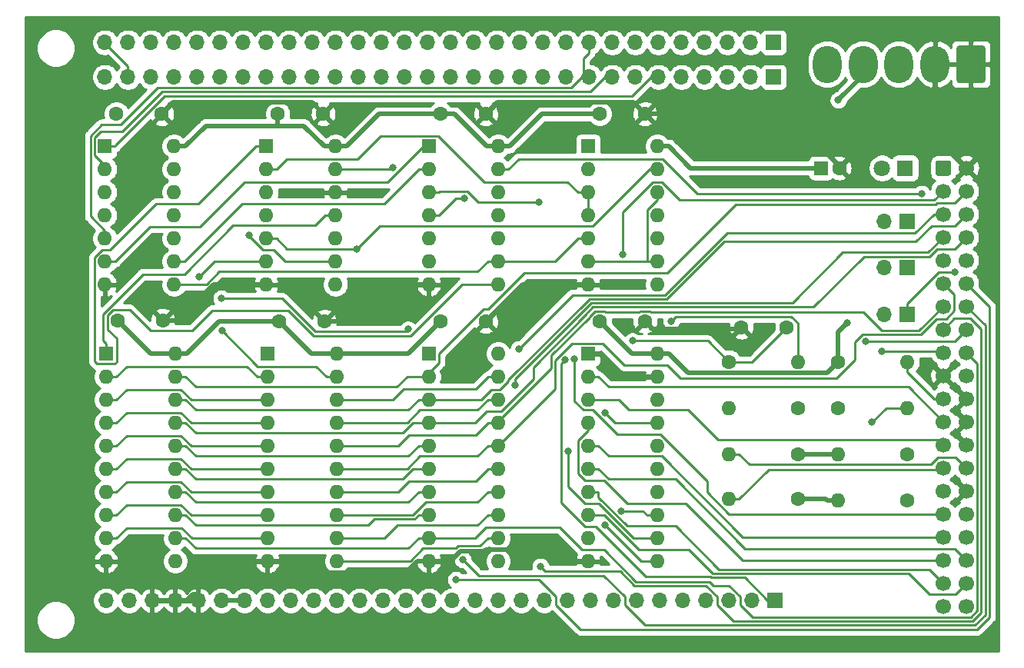
<source format=gbr>
%TF.GenerationSoftware,KiCad,Pcbnew,(5.1.12)-1*%
%TF.CreationDate,2023-08-16T23:23:46-05:00*%
%TF.ProjectId,NABU_IDE,4e414255-5f49-4444-952e-6b696361645f,rev?*%
%TF.SameCoordinates,Original*%
%TF.FileFunction,Copper,L1,Top*%
%TF.FilePolarity,Positive*%
%FSLAX46Y46*%
G04 Gerber Fmt 4.6, Leading zero omitted, Abs format (unit mm)*
G04 Created by KiCad (PCBNEW (5.1.12)-1) date 2023-08-16 23:23:46*
%MOMM*%
%LPD*%
G01*
G04 APERTURE LIST*
%TA.AperFunction,ComponentPad*%
%ADD10O,1.700000X1.700000*%
%TD*%
%TA.AperFunction,ComponentPad*%
%ADD11R,1.700000X1.700000*%
%TD*%
%TA.AperFunction,ComponentPad*%
%ADD12C,1.600000*%
%TD*%
%TA.AperFunction,ComponentPad*%
%ADD13R,1.600000X1.600000*%
%TD*%
%TA.AperFunction,ComponentPad*%
%ADD14O,1.600000X1.600000*%
%TD*%
%TA.AperFunction,ComponentPad*%
%ADD15R,1.800000X1.800000*%
%TD*%
%TA.AperFunction,ComponentPad*%
%ADD16C,1.800000*%
%TD*%
%TA.AperFunction,ComponentPad*%
%ADD17C,1.700000*%
%TD*%
%TA.AperFunction,ComponentPad*%
%ADD18O,3.160000X4.100000*%
%TD*%
%TA.AperFunction,ViaPad*%
%ADD19C,0.800000*%
%TD*%
%TA.AperFunction,Conductor*%
%ADD20C,0.500000*%
%TD*%
%TA.AperFunction,Conductor*%
%ADD21C,0.250000*%
%TD*%
%TA.AperFunction,Conductor*%
%ADD22C,0.254000*%
%TD*%
%TA.AperFunction,Conductor*%
%ADD23C,0.100000*%
%TD*%
G04 APERTURE END LIST*
D10*
%TO.P,JP3,2*%
%TO.N,/+5V*%
X155067000Y-90170000D03*
D11*
%TO.P,JP3,1*%
%TO.N,/IDE_CFPOWER*%
X157607000Y-90170000D03*
%TD*%
D12*
%TO.P,C9,2*%
%TO.N,GND*%
X150082000Y-74041000D03*
D13*
%TO.P,C9,1*%
%TO.N,/+5V*%
X148082000Y-74041000D03*
%TD*%
D14*
%TO.P,U8,20*%
%TO.N,/+5V*%
X130048000Y-94488000D03*
%TO.P,U8,10*%
%TO.N,GND*%
X122428000Y-117348000D03*
%TO.P,U8,19*%
X130048000Y-97028000D03*
%TO.P,U8,9*%
%TO.N,Net-(U3-Pad12)*%
X122428000Y-114808000D03*
%TO.P,U8,18*%
%TO.N,/\u002AIDE_WR*%
X130048000Y-99568000D03*
%TO.P,U8,8*%
%TO.N,/\u002AIDE_CS1_BUF*%
X122428000Y-112268000D03*
%TO.P,U8,17*%
%TO.N,/\u002AIDE_RD*%
X130048000Y-102108000D03*
%TO.P,U8,7*%
%TO.N,/\u002AIDE_CS0_BUF*%
X122428000Y-109728000D03*
%TO.P,U8,16*%
%TO.N,/NABU_A1*%
X130048000Y-104648000D03*
%TO.P,U8,6*%
%TO.N,/NABU_A3_BUF*%
X122428000Y-107188000D03*
%TO.P,U8,15*%
%TO.N,/NABU_A2*%
X130048000Y-107188000D03*
%TO.P,U8,5*%
%TO.N,/NABU_A2_BUF*%
X122428000Y-104648000D03*
%TO.P,U8,14*%
%TO.N,/NABU_A3*%
X130048000Y-109728000D03*
%TO.P,U8,4*%
%TO.N,/NABU_A1_BUF*%
X122428000Y-102108000D03*
%TO.P,U8,13*%
%TO.N,/\u002AIDE_CS0*%
X130048000Y-112268000D03*
%TO.P,U8,3*%
%TO.N,/\u002AIDE_RD_BUF*%
X122428000Y-99568000D03*
%TO.P,U8,12*%
%TO.N,/\u002AIDE_CS1*%
X130048000Y-114808000D03*
%TO.P,U8,2*%
%TO.N,/\u002AIDE_WR_BUF*%
X122428000Y-97028000D03*
%TO.P,U8,11*%
%TO.N,/\u002ANABU_SEL*%
X130048000Y-117348000D03*
D13*
%TO.P,U8,1*%
%TO.N,GND*%
X122428000Y-94488000D03*
%TD*%
D12*
%TO.P,C10,2*%
%TO.N,GND*%
X128698000Y-90932000D03*
%TO.P,C10,1*%
%TO.N,/+5V*%
X123698000Y-90932000D03*
%TD*%
D11*
%TO.P,J2,1*%
%TO.N,/\u002ANABU_INT*%
X143002000Y-121666000D03*
D10*
%TO.P,J2,2*%
%TO.N,N/C*%
X140462000Y-121666000D03*
%TO.P,J2,3*%
X137922000Y-121666000D03*
%TO.P,J2,4*%
X135382000Y-121666000D03*
%TO.P,J2,5*%
%TO.N,/\u002ANABU_CS*%
X132842000Y-121666000D03*
%TO.P,J2,6*%
%TO.N,/NABU_A0*%
X130302000Y-121666000D03*
%TO.P,J2,7*%
%TO.N,/NABU_A1*%
X127762000Y-121666000D03*
%TO.P,J2,8*%
%TO.N,/NABU_A2*%
X125222000Y-121666000D03*
%TO.P,J2,9*%
%TO.N,/NABU_A3*%
X122682000Y-121666000D03*
%TO.P,J2,10*%
%TO.N,N/C*%
X120142000Y-121666000D03*
%TO.P,J2,11*%
%TO.N,/\u002ANABU_WR*%
X117602000Y-121666000D03*
%TO.P,J2,12*%
%TO.N,/\u002ANABU_RD*%
X115062000Y-121666000D03*
%TO.P,J2,13*%
%TO.N,/\u002ANABU_IORQ*%
X112522000Y-121666000D03*
%TO.P,J2,14*%
%TO.N,N/C*%
X109982000Y-121666000D03*
%TO.P,J2,15*%
%TO.N,/\u002ANABU_RESET*%
X107442000Y-121666000D03*
%TO.P,J2,16*%
%TO.N,/NABU_D0*%
X104902000Y-121666000D03*
%TO.P,J2,17*%
%TO.N,/NABU_D1*%
X102362000Y-121666000D03*
%TO.P,J2,18*%
%TO.N,/NABU_D2*%
X99822000Y-121666000D03*
%TO.P,J2,19*%
%TO.N,/NABU_D3*%
X97282000Y-121666000D03*
%TO.P,J2,20*%
%TO.N,/NABU_D4*%
X94742000Y-121666000D03*
%TO.P,J2,21*%
%TO.N,/NABU_D5*%
X92202000Y-121666000D03*
%TO.P,J2,22*%
%TO.N,/NABU_D6*%
X89662000Y-121666000D03*
%TO.P,J2,23*%
%TO.N,/NABU_D7*%
X87122000Y-121666000D03*
%TO.P,J2,24*%
%TO.N,/+5V*%
X84582000Y-121666000D03*
%TO.P,J2,25*%
X82042000Y-121666000D03*
%TO.P,J2,26*%
%TO.N,GND*%
X79502000Y-121666000D03*
%TO.P,J2,27*%
X76962000Y-121666000D03*
%TO.P,J2,28*%
X74422000Y-121666000D03*
%TO.P,J2,29*%
%TO.N,N/C*%
X71882000Y-121666000D03*
%TO.P,J2,30*%
X69342000Y-121666000D03*
%TD*%
D12*
%TO.P,C1,1*%
%TO.N,GND*%
X139319000Y-91567000D03*
%TO.P,C1,2*%
%TO.N,Net-(C1-Pad2)*%
X144319000Y-91567000D03*
%TD*%
%TO.P,C2,2*%
%TO.N,GND*%
X93392000Y-90932000D03*
%TO.P,C2,1*%
%TO.N,/+5V*%
X88392000Y-90932000D03*
%TD*%
%TO.P,C3,1*%
%TO.N,/+5V*%
X70612000Y-90805000D03*
%TO.P,C3,2*%
%TO.N,GND*%
X75612000Y-90805000D03*
%TD*%
%TO.P,C4,2*%
%TO.N,GND*%
X111172000Y-90932000D03*
%TO.P,C4,1*%
%TO.N,/+5V*%
X106172000Y-90932000D03*
%TD*%
%TO.P,C5,1*%
%TO.N,/+5V*%
X106172000Y-68072000D03*
%TO.P,C5,2*%
%TO.N,GND*%
X111172000Y-68072000D03*
%TD*%
%TO.P,C6,2*%
%TO.N,GND*%
X75485000Y-68072000D03*
%TO.P,C6,1*%
%TO.N,/+5V*%
X70485000Y-68072000D03*
%TD*%
%TO.P,C7,1*%
%TO.N,/+5V*%
X123698000Y-68072000D03*
%TO.P,C7,2*%
%TO.N,GND*%
X128698000Y-68072000D03*
%TD*%
%TO.P,C8,2*%
%TO.N,GND*%
X93265000Y-68072000D03*
%TO.P,C8,1*%
%TO.N,/+5V*%
X88265000Y-68072000D03*
%TD*%
D15*
%TO.P,D1,1*%
%TO.N,Net-(D1-Pad1)*%
X157353000Y-74041000D03*
D16*
%TO.P,D1,2*%
%TO.N,Net-(D1-Pad2)*%
X154813000Y-74041000D03*
%TD*%
%TO.P,J1,1*%
%TO.N,/\u002ANABU_RESET*%
%TA.AperFunction,ComponentPad*%
G36*
G01*
X160694000Y-74641000D02*
X160694000Y-73441000D01*
G75*
G02*
X160944000Y-73191000I250000J0D01*
G01*
X162144000Y-73191000D01*
G75*
G02*
X162394000Y-73441000I0J-250000D01*
G01*
X162394000Y-74641000D01*
G75*
G02*
X162144000Y-74891000I-250000J0D01*
G01*
X160944000Y-74891000D01*
G75*
G02*
X160694000Y-74641000I0J250000D01*
G01*
G37*
%TD.AperFunction*%
D17*
%TO.P,J1,3*%
%TO.N,/BUF_D7*%
X161544000Y-76581000D03*
%TO.P,J1,5*%
%TO.N,/BUF_D6*%
X161544000Y-79121000D03*
%TO.P,J1,7*%
%TO.N,/BUF_D5*%
X161544000Y-81661000D03*
%TO.P,J1,9*%
%TO.N,/BUF_D4*%
X161544000Y-84201000D03*
%TO.P,J1,11*%
%TO.N,/BUF_D3*%
X161544000Y-86741000D03*
%TO.P,J1,13*%
%TO.N,/BUF_D2*%
X161544000Y-89281000D03*
%TO.P,J1,15*%
%TO.N,/BUF_D1*%
X161544000Y-91821000D03*
%TO.P,J1,17*%
%TO.N,/BUF_D0*%
X161544000Y-94361000D03*
%TO.P,J1,19*%
%TO.N,GND*%
X161544000Y-96901000D03*
%TO.P,J1,21*%
%TO.N,/IDE_DMARQ*%
X161544000Y-99441000D03*
%TO.P,J1,23*%
%TO.N,/\u002AIDE_WR_BUF*%
X161544000Y-101981000D03*
%TO.P,J1,25*%
%TO.N,/\u002AIDE_RD_BUF*%
X161544000Y-104521000D03*
%TO.P,J1,27*%
%TO.N,/IDE_IORDY*%
X161544000Y-107061000D03*
%TO.P,J1,29*%
%TO.N,N/C*%
X161544000Y-109601000D03*
%TO.P,J1,31*%
%TO.N,/IDE_IRQ*%
X161544000Y-112141000D03*
%TO.P,J1,33*%
%TO.N,/NABU_A2_BUF*%
X161544000Y-114681000D03*
%TO.P,J1,35*%
%TO.N,/NABU_A1_BUF*%
X161544000Y-117221000D03*
%TO.P,J1,37*%
%TO.N,/\u002AIDE_CS0_BUF*%
X161544000Y-119761000D03*
%TO.P,J1,39*%
%TO.N,/\u002AIDE_ACTIVE*%
X161544000Y-122301000D03*
%TO.P,J1,2*%
%TO.N,GND*%
X164084000Y-74041000D03*
%TO.P,J1,4*%
%TO.N,/IDE_D8*%
X164084000Y-76581000D03*
%TO.P,J1,6*%
%TO.N,/IDE_D9*%
X164084000Y-79121000D03*
%TO.P,J1,8*%
%TO.N,/IDE_D10*%
X164084000Y-81661000D03*
%TO.P,J1,10*%
%TO.N,/IDE_D11*%
X164084000Y-84201000D03*
%TO.P,J1,12*%
%TO.N,/IDE_D12*%
X164084000Y-86741000D03*
%TO.P,J1,14*%
%TO.N,/IDE_D13*%
X164084000Y-89281000D03*
%TO.P,J1,16*%
%TO.N,/IDE_D14*%
X164084000Y-91821000D03*
%TO.P,J1,18*%
%TO.N,/IDE_D15*%
X164084000Y-94361000D03*
%TO.P,J1,20*%
%TO.N,/IDE_CFPOWER*%
X164084000Y-96901000D03*
%TO.P,J1,22*%
%TO.N,GND*%
X164084000Y-99441000D03*
%TO.P,J1,24*%
X164084000Y-101981000D03*
%TO.P,J1,26*%
X164084000Y-104521000D03*
%TO.P,J1,28*%
%TO.N,/IDE_CSEL*%
X164084000Y-107061000D03*
%TO.P,J1,30*%
%TO.N,GND*%
X164084000Y-109601000D03*
%TO.P,J1,32*%
%TO.N,N/C*%
X164084000Y-112141000D03*
%TO.P,J1,34*%
X164084000Y-114681000D03*
%TO.P,J1,36*%
%TO.N,/NABU_A3_BUF*%
X164084000Y-117221000D03*
%TO.P,J1,38*%
%TO.N,/\u002AIDE_CS1_BUF*%
X164084000Y-119761000D03*
%TO.P,J1,40*%
%TO.N,GND*%
X164084000Y-122301000D03*
%TD*%
D10*
%TO.P,J3,30*%
%TO.N,/CHAIN_CS2*%
X69215000Y-60198000D03*
%TO.P,J3,29*%
%TO.N,/CHAIN_CS1*%
X71755000Y-60198000D03*
%TO.P,J3,28*%
%TO.N,/CHAIN_CS0*%
X74295000Y-60198000D03*
%TO.P,J3,27*%
%TO.N,/\u002ANABU_CS*%
X76835000Y-60198000D03*
%TO.P,J3,26*%
%TO.N,/CHAIN_INT2*%
X79375000Y-60198000D03*
%TO.P,J3,25*%
%TO.N,/CHAIN_INT1*%
X81915000Y-60198000D03*
%TO.P,J3,24*%
%TO.N,/CHAIN_INT0*%
X84455000Y-60198000D03*
%TO.P,J3,23*%
%TO.N,/\u002ANABU_INT*%
X86995000Y-60198000D03*
%TO.P,J3,22*%
%TO.N,/NABU_D7*%
X89535000Y-60198000D03*
%TO.P,J3,21*%
%TO.N,/NABU_D6*%
X92075000Y-60198000D03*
%TO.P,J3,20*%
%TO.N,/NABU_D5*%
X94615000Y-60198000D03*
%TO.P,J3,19*%
%TO.N,/NABU_D4*%
X97155000Y-60198000D03*
%TO.P,J3,18*%
%TO.N,/NABU_D3*%
X99695000Y-60198000D03*
%TO.P,J3,17*%
%TO.N,/NABU_D2*%
X102235000Y-60198000D03*
%TO.P,J3,16*%
%TO.N,/NABU_D1*%
X104775000Y-60198000D03*
%TO.P,J3,15*%
%TO.N,/NABU_D0*%
X107315000Y-60198000D03*
%TO.P,J3,14*%
%TO.N,/CHAIN_WAIT*%
X109855000Y-60198000D03*
%TO.P,J3,13*%
%TO.N,/\u002ANABU_IORQ*%
X112395000Y-60198000D03*
%TO.P,J3,12*%
%TO.N,/\u002ANABU_WR*%
X114935000Y-60198000D03*
%TO.P,J3,11*%
%TO.N,/\u002ANABU_RD*%
X117475000Y-60198000D03*
%TO.P,J3,10*%
%TO.N,N/C*%
X120015000Y-60198000D03*
%TO.P,J3,9*%
%TO.N,/NABU_A3*%
X122555000Y-60198000D03*
%TO.P,J3,8*%
%TO.N,/NABU_A2*%
X125095000Y-60198000D03*
%TO.P,J3,7*%
%TO.N,/NABU_A1*%
X127635000Y-60198000D03*
%TO.P,J3,6*%
%TO.N,/NABU_A0*%
X130175000Y-60198000D03*
%TO.P,J3,5*%
%TO.N,/CHAIN_AUDIO*%
X132715000Y-60198000D03*
%TO.P,J3,4*%
%TO.N,N/C*%
X135255000Y-60198000D03*
%TO.P,J3,3*%
%TO.N,/CHAIN_3.58Mhz*%
X137795000Y-60198000D03*
%TO.P,J3,2*%
%TO.N,/CHAIN_INTAK*%
X140335000Y-60198000D03*
D11*
%TO.P,J3,1*%
%TO.N,N/C*%
X142875000Y-60198000D03*
%TD*%
%TO.P,J4,1*%
%TO.N,N/C*%
X142875000Y-64008000D03*
D10*
%TO.P,J4,2*%
%TO.N,/CHAIN_INTAK*%
X140335000Y-64008000D03*
%TO.P,J4,3*%
%TO.N,/CHAIN_3.58Mhz*%
X137795000Y-64008000D03*
%TO.P,J4,4*%
%TO.N,N/C*%
X135255000Y-64008000D03*
%TO.P,J4,5*%
%TO.N,/CHAIN_AUDIO*%
X132715000Y-64008000D03*
%TO.P,J4,6*%
%TO.N,/NABU_A0*%
X130175000Y-64008000D03*
%TO.P,J4,7*%
%TO.N,/NABU_A1*%
X127635000Y-64008000D03*
%TO.P,J4,8*%
%TO.N,/NABU_A2*%
X125095000Y-64008000D03*
%TO.P,J4,9*%
%TO.N,/NABU_A3*%
X122555000Y-64008000D03*
%TO.P,J4,10*%
%TO.N,N/C*%
X120015000Y-64008000D03*
%TO.P,J4,11*%
%TO.N,/\u002ANABU_RD*%
X117475000Y-64008000D03*
%TO.P,J4,12*%
%TO.N,/\u002ANABU_WR*%
X114935000Y-64008000D03*
%TO.P,J4,13*%
%TO.N,/\u002ANABU_IORQ*%
X112395000Y-64008000D03*
%TO.P,J4,14*%
%TO.N,/CHAIN_WAIT*%
X109855000Y-64008000D03*
%TO.P,J4,15*%
%TO.N,/NABU_D0*%
X107315000Y-64008000D03*
%TO.P,J4,16*%
%TO.N,/NABU_D1*%
X104775000Y-64008000D03*
%TO.P,J4,17*%
%TO.N,/NABU_D2*%
X102235000Y-64008000D03*
%TO.P,J4,18*%
%TO.N,/NABU_D3*%
X99695000Y-64008000D03*
%TO.P,J4,19*%
%TO.N,/NABU_D4*%
X97155000Y-64008000D03*
%TO.P,J4,20*%
%TO.N,/NABU_D5*%
X94615000Y-64008000D03*
%TO.P,J4,21*%
%TO.N,/NABU_D6*%
X92075000Y-64008000D03*
%TO.P,J4,22*%
%TO.N,/NABU_D7*%
X89535000Y-64008000D03*
%TO.P,J4,23*%
%TO.N,/CHAIN_INT0*%
X86995000Y-64008000D03*
%TO.P,J4,24*%
%TO.N,/CHAIN_INT1*%
X84455000Y-64008000D03*
%TO.P,J4,25*%
%TO.N,/CHAIN_INT2*%
X81915000Y-64008000D03*
%TO.P,J4,26*%
%TO.N,N/C*%
X79375000Y-64008000D03*
%TO.P,J4,27*%
%TO.N,/CHAIN_CS0*%
X76835000Y-64008000D03*
%TO.P,J4,28*%
%TO.N,/CHAIN_CS1*%
X74295000Y-64008000D03*
%TO.P,J4,29*%
%TO.N,/CHAIN_CS2*%
X71755000Y-64008000D03*
%TO.P,J4,30*%
%TO.N,N/C*%
X69215000Y-64008000D03*
%TD*%
%TO.P,J5,1*%
%TO.N,GND*%
%TA.AperFunction,ComponentPad*%
G36*
G01*
X166172000Y-60811000D02*
X166172000Y-64411000D01*
G75*
G02*
X165922000Y-64661000I-250000J0D01*
G01*
X163262000Y-64661000D01*
G75*
G02*
X163012000Y-64411000I0J250000D01*
G01*
X163012000Y-60811000D01*
G75*
G02*
X163262000Y-60561000I250000J0D01*
G01*
X165922000Y-60561000D01*
G75*
G02*
X166172000Y-60811000I0J-250000D01*
G01*
G37*
%TD.AperFunction*%
D18*
%TO.P,J5,2*%
X160632000Y-62611000D03*
%TO.P,J5,3*%
%TO.N,N/C*%
X156672000Y-62611000D03*
%TO.P,J5,4*%
%TO.N,/+5V*%
X152712000Y-62611000D03*
%TO.P,J5,5*%
%TO.N,N/C*%
X148752000Y-62611000D03*
%TD*%
D11*
%TO.P,JP1,1*%
%TO.N,/\u002AIDE_ACTIVE*%
X157607000Y-79883000D03*
D10*
%TO.P,JP1,2*%
%TO.N,Net-(D1-Pad2)*%
X155067000Y-79883000D03*
%TD*%
%TO.P,JP2,2*%
%TO.N,Net-(D1-Pad1)*%
X155067000Y-84963000D03*
D11*
%TO.P,JP2,1*%
%TO.N,/\u002AIDE_ACTIVE*%
X157607000Y-84963000D03*
%TD*%
D12*
%TO.P,R1,1*%
%TO.N,Net-(C1-Pad2)*%
X137922000Y-95377000D03*
D14*
%TO.P,R1,2*%
%TO.N,Net-(R1-Pad2)*%
X145542000Y-95377000D03*
%TD*%
D12*
%TO.P,R2,1*%
%TO.N,/+5V*%
X145542000Y-100457000D03*
D14*
%TO.P,R2,2*%
%TO.N,Net-(D1-Pad2)*%
X137922000Y-100457000D03*
%TD*%
%TO.P,R3,2*%
%TO.N,/IDE_CSEL*%
X137922000Y-105537000D03*
D12*
%TO.P,R3,1*%
%TO.N,/+5V*%
X145542000Y-105537000D03*
%TD*%
%TO.P,R4,1*%
%TO.N,/+5V*%
X145542000Y-110490000D03*
D14*
%TO.P,R4,2*%
%TO.N,/IDE_IORDY*%
X137922000Y-110490000D03*
%TD*%
%TO.P,R5,2*%
%TO.N,/IDE_DMARQ*%
X157607000Y-95377000D03*
D12*
%TO.P,R5,1*%
%TO.N,/+5V*%
X149987000Y-95377000D03*
%TD*%
D14*
%TO.P,R6,2*%
%TO.N,/\u002ANABU_RESET*%
X157607000Y-100457000D03*
D12*
%TO.P,R6,1*%
%TO.N,/+5V*%
X149987000Y-100457000D03*
%TD*%
%TO.P,R7,1*%
%TO.N,Net-(R7-Pad1)*%
X157607000Y-105537000D03*
D14*
%TO.P,R7,2*%
%TO.N,/+5V*%
X149987000Y-105537000D03*
%TD*%
%TO.P,R8,2*%
%TO.N,/+5V*%
X149987000Y-110617000D03*
D12*
%TO.P,R8,1*%
%TO.N,Net-(R8-Pad1)*%
X157607000Y-110617000D03*
%TD*%
D14*
%TO.P,U1,20*%
%TO.N,/+5V*%
X94742000Y-94488000D03*
%TO.P,U1,10*%
%TO.N,GND*%
X87122000Y-117348000D03*
%TO.P,U1,19*%
%TO.N,/\u002ANABU_SEL_DLY*%
X94742000Y-97028000D03*
%TO.P,U1,9*%
%TO.N,/NABU_D7*%
X87122000Y-114808000D03*
%TO.P,U1,18*%
%TO.N,/BUF_D0*%
X94742000Y-99568000D03*
%TO.P,U1,8*%
%TO.N,/NABU_D6*%
X87122000Y-112268000D03*
%TO.P,U1,17*%
%TO.N,/BUF_D1*%
X94742000Y-102108000D03*
%TO.P,U1,7*%
%TO.N,/NABU_D5*%
X87122000Y-109728000D03*
%TO.P,U1,16*%
%TO.N,/BUF_D2*%
X94742000Y-104648000D03*
%TO.P,U1,6*%
%TO.N,/NABU_D4*%
X87122000Y-107188000D03*
%TO.P,U1,15*%
%TO.N,/BUF_D3*%
X94742000Y-107188000D03*
%TO.P,U1,5*%
%TO.N,/NABU_D3*%
X87122000Y-104648000D03*
%TO.P,U1,14*%
%TO.N,/BUF_D4*%
X94742000Y-109728000D03*
%TO.P,U1,4*%
%TO.N,/NABU_D2*%
X87122000Y-102108000D03*
%TO.P,U1,13*%
%TO.N,/BUF_D5*%
X94742000Y-112268000D03*
%TO.P,U1,3*%
%TO.N,/NABU_D1*%
X87122000Y-99568000D03*
%TO.P,U1,12*%
%TO.N,/BUF_D6*%
X94742000Y-114808000D03*
%TO.P,U1,2*%
%TO.N,/NABU_D0*%
X87122000Y-97028000D03*
%TO.P,U1,11*%
%TO.N,/BUF_D7*%
X94742000Y-117348000D03*
D13*
%TO.P,U1,1*%
%TO.N,/\u002ANABU_RD*%
X87122000Y-94488000D03*
%TD*%
D14*
%TO.P,U2,14*%
%TO.N,/+5V*%
X130048000Y-71628000D03*
%TO.P,U2,7*%
%TO.N,GND*%
X122428000Y-86868000D03*
%TO.P,U2,13*%
%TO.N,/\u002ANABU_WR*%
X130048000Y-74168000D03*
%TO.P,U2,6*%
%TO.N,Net-(U2-Pad12)*%
X122428000Y-84328000D03*
%TO.P,U2,12*%
X130048000Y-76708000D03*
%TO.P,U2,5*%
%TO.N,/ENDIAN*%
X122428000Y-81788000D03*
%TO.P,U2,11*%
%TO.N,/\u002AIDE_WR*%
X130048000Y-79248000D03*
%TO.P,U2,4*%
%TO.N,/\u002ANABU_SEL*%
X122428000Y-79248000D03*
%TO.P,U2,10*%
%TO.N,/\u002ANABU_RD*%
X130048000Y-81788000D03*
%TO.P,U2,3*%
%TO.N,/\u002ANABU_SEL*%
X122428000Y-76708000D03*
%TO.P,U2,9*%
%TO.N,Net-(U2-Pad12)*%
X130048000Y-84328000D03*
%TO.P,U2,2*%
%TO.N,/\u002ANABU_IORQ*%
X122428000Y-74168000D03*
%TO.P,U2,8*%
%TO.N,Net-(U2-Pad8)*%
X130048000Y-86868000D03*
D13*
%TO.P,U2,1*%
%TO.N,/\u002ANABU_CS*%
X122428000Y-71628000D03*
%TD*%
%TO.P,U3,1*%
%TO.N,/NABU_A0*%
X69215000Y-71628000D03*
D14*
%TO.P,U3,8*%
%TO.N,/ENDIAN*%
X76835000Y-86868000D03*
%TO.P,U3,2*%
%TO.N,/NABU_A2*%
X69215000Y-74168000D03*
%TO.P,U3,9*%
%TO.N,/\u002AIDE_CS1*%
X76835000Y-84328000D03*
%TO.P,U3,3*%
%TO.N,Net-(U3-Pad3)*%
X69215000Y-76708000D03*
%TO.P,U3,10*%
%TO.N,/NABU_A0*%
X76835000Y-81788000D03*
%TO.P,U3,4*%
%TO.N,Net-(U3-Pad3)*%
X69215000Y-79248000D03*
%TO.P,U3,11*%
%TO.N,/\u002ANABU_SEL_DLY*%
X76835000Y-79248000D03*
%TO.P,U3,5*%
%TO.N,/NABU_A3*%
X69215000Y-81788000D03*
%TO.P,U3,12*%
%TO.N,Net-(U3-Pad12)*%
X76835000Y-76708000D03*
%TO.P,U3,6*%
%TO.N,/\u002AIDE_CS0*%
X69215000Y-84328000D03*
%TO.P,U3,13*%
%TO.N,Net-(R8-Pad1)*%
X76835000Y-74168000D03*
%TO.P,U3,7*%
%TO.N,GND*%
X69215000Y-86868000D03*
%TO.P,U3,14*%
%TO.N,/+5V*%
X76835000Y-71628000D03*
%TD*%
%TO.P,U4,14*%
%TO.N,/+5V*%
X112522000Y-71628000D03*
%TO.P,U4,7*%
%TO.N,GND*%
X104902000Y-86868000D03*
%TO.P,U4,13*%
%TO.N,Net-(R7-Pad1)*%
X112522000Y-74168000D03*
%TO.P,U4,6*%
%TO.N,/\u002AIDE_RD*%
X104902000Y-84328000D03*
%TO.P,U4,12*%
%TO.N,N/C*%
X112522000Y-76708000D03*
%TO.P,U4,5*%
%TO.N,Net-(C1-Pad2)*%
X104902000Y-81788000D03*
%TO.P,U4,11*%
%TO.N,/IDE_IRQ*%
X112522000Y-79248000D03*
%TO.P,U4,4*%
%TO.N,Net-(R1-Pad2)*%
X104902000Y-79248000D03*
%TO.P,U4,10*%
%TO.N,/\u002ANABU_INT*%
X112522000Y-81788000D03*
%TO.P,U4,3*%
%TO.N,Net-(U2-Pad8)*%
X104902000Y-76708000D03*
%TO.P,U4,9*%
%TO.N,/ENDIAN*%
X112522000Y-84328000D03*
%TO.P,U4,2*%
%TO.N,/\u002AIDE_CS1*%
X104902000Y-74168000D03*
%TO.P,U4,8*%
%TO.N,Net-(U4-Pad8)*%
X112522000Y-86868000D03*
D13*
%TO.P,U4,1*%
%TO.N,/\u002AIDE_CS0*%
X104902000Y-71628000D03*
%TD*%
%TO.P,U5,1*%
%TO.N,Net-(U4-Pad8)*%
X86995000Y-71628000D03*
D14*
%TO.P,U5,8*%
%TO.N,Net-(U5-Pad8)*%
X94615000Y-86868000D03*
%TO.P,U5,2*%
%TO.N,/\u002ANABU_SEL*%
X86995000Y-74168000D03*
%TO.P,U5,9*%
%TO.N,Net-(U5-Pad3)*%
X94615000Y-84328000D03*
%TO.P,U5,3*%
X86995000Y-76708000D03*
%TO.P,U5,10*%
%TO.N,/\u002ANABU_RD*%
X94615000Y-81788000D03*
%TO.P,U5,4*%
%TO.N,Net-(U5-Pad3)*%
X86995000Y-79248000D03*
%TO.P,U5,11*%
%TO.N,Net-(U5-Pad11)*%
X94615000Y-79248000D03*
%TO.P,U5,5*%
%TO.N,/\u002ANABU_WR*%
X86995000Y-81788000D03*
%TO.P,U5,12*%
%TO.N,GND*%
X94615000Y-76708000D03*
%TO.P,U5,6*%
%TO.N,Net-(U5-Pad6)*%
X86995000Y-84328000D03*
%TO.P,U5,13*%
%TO.N,/\u002AIDE_WR_BUF*%
X94615000Y-74168000D03*
%TO.P,U5,7*%
%TO.N,GND*%
X86995000Y-86868000D03*
%TO.P,U5,14*%
%TO.N,/+5V*%
X94615000Y-71628000D03*
%TD*%
D13*
%TO.P,U6,1*%
%TO.N,Net-(U5-Pad11)*%
X69342000Y-94488000D03*
D14*
%TO.P,U6,11*%
%TO.N,Net-(U5-Pad6)*%
X76962000Y-117348000D03*
%TO.P,U6,2*%
%TO.N,/NABU_D0*%
X69342000Y-97028000D03*
%TO.P,U6,12*%
%TO.N,/IDE_D15*%
X76962000Y-114808000D03*
%TO.P,U6,3*%
%TO.N,/NABU_D1*%
X69342000Y-99568000D03*
%TO.P,U6,13*%
%TO.N,/IDE_D14*%
X76962000Y-112268000D03*
%TO.P,U6,4*%
%TO.N,/NABU_D2*%
X69342000Y-102108000D03*
%TO.P,U6,14*%
%TO.N,/IDE_D13*%
X76962000Y-109728000D03*
%TO.P,U6,5*%
%TO.N,/NABU_D3*%
X69342000Y-104648000D03*
%TO.P,U6,15*%
%TO.N,/IDE_D12*%
X76962000Y-107188000D03*
%TO.P,U6,6*%
%TO.N,/NABU_D4*%
X69342000Y-107188000D03*
%TO.P,U6,16*%
%TO.N,/IDE_D11*%
X76962000Y-104648000D03*
%TO.P,U6,7*%
%TO.N,/NABU_D5*%
X69342000Y-109728000D03*
%TO.P,U6,17*%
%TO.N,/IDE_D10*%
X76962000Y-102108000D03*
%TO.P,U6,8*%
%TO.N,/NABU_D6*%
X69342000Y-112268000D03*
%TO.P,U6,18*%
%TO.N,/IDE_D9*%
X76962000Y-99568000D03*
%TO.P,U6,9*%
%TO.N,/NABU_D7*%
X69342000Y-114808000D03*
%TO.P,U6,19*%
%TO.N,/IDE_D8*%
X76962000Y-97028000D03*
%TO.P,U6,10*%
%TO.N,GND*%
X69342000Y-117348000D03*
%TO.P,U6,20*%
%TO.N,/+5V*%
X76962000Y-94488000D03*
%TD*%
D13*
%TO.P,U7,1*%
%TO.N,Net-(U5-Pad8)*%
X104902000Y-94488000D03*
D14*
%TO.P,U7,11*%
%TO.N,Net-(U2-Pad8)*%
X112522000Y-117348000D03*
%TO.P,U7,2*%
%TO.N,/IDE_D8*%
X104902000Y-97028000D03*
%TO.P,U7,12*%
%TO.N,/BUF_D7*%
X112522000Y-114808000D03*
%TO.P,U7,3*%
%TO.N,/IDE_D9*%
X104902000Y-99568000D03*
%TO.P,U7,13*%
%TO.N,/BUF_D6*%
X112522000Y-112268000D03*
%TO.P,U7,4*%
%TO.N,/IDE_D10*%
X104902000Y-102108000D03*
%TO.P,U7,14*%
%TO.N,/BUF_D5*%
X112522000Y-109728000D03*
%TO.P,U7,5*%
%TO.N,/IDE_D11*%
X104902000Y-104648000D03*
%TO.P,U7,15*%
%TO.N,/BUF_D4*%
X112522000Y-107188000D03*
%TO.P,U7,6*%
%TO.N,/IDE_D12*%
X104902000Y-107188000D03*
%TO.P,U7,16*%
%TO.N,/BUF_D3*%
X112522000Y-104648000D03*
%TO.P,U7,7*%
%TO.N,/IDE_D13*%
X104902000Y-109728000D03*
%TO.P,U7,17*%
%TO.N,/BUF_D2*%
X112522000Y-102108000D03*
%TO.P,U7,8*%
%TO.N,/IDE_D14*%
X104902000Y-112268000D03*
%TO.P,U7,18*%
%TO.N,/BUF_D1*%
X112522000Y-99568000D03*
%TO.P,U7,9*%
%TO.N,/IDE_D15*%
X104902000Y-114808000D03*
%TO.P,U7,19*%
%TO.N,/BUF_D0*%
X112522000Y-97028000D03*
%TO.P,U7,10*%
%TO.N,GND*%
X104902000Y-117348000D03*
%TO.P,U7,20*%
%TO.N,/+5V*%
X112522000Y-94488000D03*
%TD*%
D19*
%TO.N,Net-(C1-Pad2)*%
X127310800Y-93079300D03*
%TO.N,/+5V*%
X149987000Y-66548000D03*
X151003000Y-91059004D03*
%TO.N,/\u002ANABU_RESET*%
X153713600Y-102044600D03*
%TO.N,/BUF_D7*%
X126221700Y-83579500D03*
%TO.N,/BUF_D6*%
X114783800Y-93959400D03*
%TO.N,/BUF_D5*%
X114387900Y-97985300D03*
%TO.N,/BUF_D1*%
X117167600Y-117915600D03*
%TO.N,/BUF_D0*%
X154797800Y-94191000D03*
%TO.N,/\u002AIDE_RD*%
X124330400Y-101014100D03*
%TO.N,/IDE_IRQ*%
X120947700Y-95109800D03*
%TO.N,/\u002AIDE_CS0*%
X126090300Y-111819900D03*
%TO.N,/IDE_D12*%
X107892100Y-119374100D03*
%TO.N,/IDE_D13*%
X108622200Y-117166500D03*
%TO.N,/IDE_D14*%
X152957000Y-93091000D03*
%TO.N,/\u002AIDE_CS1*%
X120237300Y-105198300D03*
%TO.N,/\u002ANABU_INT*%
X119858200Y-95177900D03*
%TO.N,/\u002ANABU_WR*%
X96957700Y-82945400D03*
%TO.N,Net-(R1-Pad2)*%
X131587400Y-90882900D03*
X108808900Y-77380100D03*
%TO.N,Net-(R7-Pad1)*%
X159176200Y-76849000D03*
%TO.N,Net-(U2-Pad8)*%
X116984600Y-77833300D03*
%TO.N,Net-(U5-Pad3)*%
X85096700Y-81400800D03*
%TO.N,Net-(U5-Pad6)*%
X79581900Y-85994400D03*
%TO.N,/\u002AIDE_WR_BUF*%
X100963700Y-73971700D03*
%TO.N,/\u002ANABU_SEL_DLY*%
X82103200Y-91968300D03*
%TO.N,/\u002ANABU_SEL*%
X124294400Y-113349500D03*
%TO.N,Net-(U3-Pad12)*%
X102599100Y-91799200D03*
X82031800Y-88397000D03*
%TO.N,/IDE_CFPOWER*%
X162814000Y-85471000D03*
%TD*%
D20*
%TO.N,GND*%
X150230600Y-73892400D02*
X153448000Y-70675000D01*
X153448000Y-70675000D02*
X160632000Y-70675000D01*
X150082000Y-74041000D02*
X150230600Y-73892400D01*
X150230600Y-73892400D02*
X144410100Y-68072000D01*
X144410100Y-68072000D02*
X128698000Y-68072000D01*
X93265000Y-68072000D02*
X92014600Y-66821600D01*
X92014600Y-66821600D02*
X76735400Y-66821600D01*
X76735400Y-66821600D02*
X75485000Y-68072000D01*
X104902000Y-86868000D02*
X103651700Y-86868000D01*
X93392000Y-90932000D02*
X99587700Y-90932000D01*
X99587700Y-90932000D02*
X103651700Y-86868000D01*
X128698000Y-90932000D02*
X129499200Y-91733200D01*
X129499200Y-91733200D02*
X139152800Y-91733200D01*
X139152800Y-91733200D02*
X139319000Y-91567000D01*
X111172000Y-90932000D02*
X115236000Y-86868000D01*
X115236000Y-86868000D02*
X122428000Y-86868000D01*
X111172000Y-68072000D02*
X112434800Y-66809200D01*
X112434800Y-66809200D02*
X127435200Y-66809200D01*
X127435200Y-66809200D02*
X128698000Y-68072000D01*
X123678300Y-94488000D02*
X126218300Y-97028000D01*
X126218300Y-97028000D02*
X130048000Y-97028000D01*
X122428000Y-117348000D02*
X121177700Y-117348000D01*
X121177700Y-117348000D02*
X119888100Y-116058400D01*
X119888100Y-116058400D02*
X111151300Y-116058400D01*
X111151300Y-116058400D02*
X110965300Y-116244400D01*
X110965300Y-116244400D02*
X108341700Y-116244400D01*
X108341700Y-116244400D02*
X107238100Y-117348000D01*
X107238100Y-117348000D02*
X106152300Y-117348000D01*
X160632000Y-70675000D02*
X160718000Y-70675000D01*
X160718000Y-70675000D02*
X164084000Y-74041000D01*
X160632000Y-65111300D02*
X160632000Y-70675000D01*
X122428000Y-94488000D02*
X123678300Y-94488000D01*
X104902000Y-117348000D02*
X106152300Y-117348000D01*
X104276900Y-117348000D02*
X104902000Y-117348000D01*
X104276900Y-117348000D02*
X103651700Y-117348000D01*
X87122000Y-117348000D02*
X88372300Y-117348000D01*
X103651700Y-117348000D02*
X102390800Y-118608900D01*
X102390800Y-118608900D02*
X89633200Y-118608900D01*
X89633200Y-118608900D02*
X88372300Y-117348000D01*
X75612000Y-90805000D02*
X77284800Y-90805000D01*
X77284800Y-90805000D02*
X81221800Y-86868000D01*
X81221800Y-86868000D02*
X85744700Y-86868000D01*
X86995000Y-86868000D02*
X85744700Y-86868000D01*
X160632000Y-62611000D02*
X160632000Y-65111300D01*
X76962000Y-121666000D02*
X78262300Y-121666000D01*
X79502000Y-121015800D02*
X78912500Y-121015800D01*
X78912500Y-121015800D02*
X78262300Y-121666000D01*
X79502000Y-121015800D02*
X79502000Y-120365700D01*
X79502000Y-121666000D02*
X79502000Y-121015800D01*
X87122000Y-117348000D02*
X82519700Y-117348000D01*
X82519700Y-117348000D02*
X79502000Y-120365700D01*
X74422000Y-121666000D02*
X76962000Y-121666000D01*
X160632000Y-62611000D02*
X164592000Y-62611000D01*
D21*
%TO.N,Net-(C1-Pad2)*%
X127310800Y-93079300D02*
X135624300Y-93079300D01*
X135624300Y-93079300D02*
X137922000Y-95377000D01*
X137922000Y-95377000D02*
X140509000Y-95377000D01*
X140509000Y-95377000D02*
X144319000Y-91567000D01*
D20*
%TO.N,/+5V*%
X149987000Y-110617000D02*
X148736700Y-110617000D01*
X145542000Y-110490000D02*
X148609700Y-110490000D01*
X148609700Y-110490000D02*
X148736700Y-110617000D01*
X123698000Y-90932000D02*
X127254000Y-94488000D01*
X127254000Y-94488000D02*
X128797700Y-94488000D01*
X112522000Y-71628000D02*
X111271700Y-71628000D01*
X106172000Y-68072000D02*
X107715700Y-68072000D01*
X107715700Y-68072000D02*
X111271700Y-71628000D01*
X95865300Y-71628000D02*
X99421300Y-68072000D01*
X99421300Y-68072000D02*
X106172000Y-68072000D01*
X149987000Y-95377000D02*
X148734800Y-96629200D01*
X148734800Y-96629200D02*
X133439500Y-96629200D01*
X133439500Y-96629200D02*
X131298300Y-94488000D01*
X130673200Y-71628000D02*
X131298300Y-71628000D01*
X130048000Y-71628000D02*
X130485700Y-71628000D01*
X130673200Y-71628000D02*
X130485700Y-71628000D01*
X112522000Y-71628000D02*
X113772300Y-71628000D01*
X113772300Y-71628000D02*
X117328300Y-68072000D01*
X117328300Y-68072000D02*
X123698000Y-68072000D01*
X76962000Y-94488000D02*
X78212300Y-94488000D01*
X78212300Y-94488000D02*
X81768300Y-90932000D01*
X81768300Y-90932000D02*
X88392000Y-90932000D01*
X70612000Y-90805000D02*
X74295000Y-94488000D01*
X74295000Y-94488000D02*
X76962000Y-94488000D01*
X93491700Y-94488000D02*
X91948000Y-94488000D01*
X91948000Y-94488000D02*
X88392000Y-90932000D01*
X84582000Y-121666000D02*
X82042000Y-121666000D01*
X149987000Y-105537000D02*
X148736700Y-105537000D01*
X145542000Y-105537000D02*
X148736700Y-105537000D01*
X106172000Y-90932000D02*
X102616000Y-94488000D01*
X102616000Y-94488000D02*
X94742000Y-94488000D01*
X130048000Y-94488000D02*
X131298300Y-94488000D01*
X129810800Y-94488000D02*
X130048000Y-94488000D01*
X94615000Y-71628000D02*
X95865300Y-71628000D01*
X129810800Y-94488000D02*
X128797700Y-94488000D01*
X94742000Y-94488000D02*
X93491700Y-94488000D01*
X131298300Y-71628000D02*
X133711300Y-74041000D01*
X133711300Y-74041000D02*
X146831700Y-74041000D01*
X94615000Y-71628000D02*
X93364700Y-71628000D01*
X93364700Y-71628000D02*
X91136600Y-69399900D01*
X91136600Y-69399900D02*
X88265000Y-69399900D01*
X148082000Y-74041000D02*
X146831700Y-74041000D01*
X88265000Y-69399900D02*
X80313400Y-69399900D01*
X80313400Y-69399900D02*
X78085300Y-71628000D01*
X88265000Y-69399900D02*
X88265000Y-68072000D01*
X76835000Y-71628000D02*
X78085300Y-71628000D01*
X152712000Y-62611000D02*
X152712000Y-63823000D01*
X152712000Y-63823000D02*
X149987000Y-66548000D01*
X149987000Y-66548000D02*
X149987000Y-66548000D01*
X149987000Y-95377000D02*
X149987000Y-92075004D01*
X149987000Y-92075004D02*
X151003000Y-91059004D01*
D21*
%TO.N,/\u002ANABU_RESET*%
X157607000Y-100457000D02*
X155301200Y-100457000D01*
X155301200Y-100457000D02*
X153713600Y-102044600D01*
%TO.N,/BUF_D7*%
X126221700Y-83579500D02*
X126221700Y-78908100D01*
X126221700Y-78908100D02*
X129555000Y-75574800D01*
X129555000Y-75574800D02*
X130526200Y-75574800D01*
X130526200Y-75574800D02*
X132525700Y-77574300D01*
X132525700Y-77574300D02*
X160550700Y-77574300D01*
X160550700Y-77574300D02*
X161544000Y-76581000D01*
X111396700Y-114808000D02*
X110535600Y-115669100D01*
X110535600Y-115669100D02*
X108103300Y-115669100D01*
X108103300Y-115669100D02*
X107839100Y-115933300D01*
X107839100Y-115933300D02*
X104252700Y-115933300D01*
X104252700Y-115933300D02*
X102838000Y-117348000D01*
X102838000Y-117348000D02*
X94742000Y-117348000D01*
X112522000Y-114808000D02*
X111396700Y-114808000D01*
%TO.N,/BUF_D6*%
X114783800Y-93959400D02*
X120738000Y-88005200D01*
X120738000Y-88005200D02*
X130925900Y-88005200D01*
X130925900Y-88005200D02*
X137720500Y-81210600D01*
X137720500Y-81210600D02*
X158444500Y-81210600D01*
X158444500Y-81210600D02*
X160534100Y-79121000D01*
X160534100Y-79121000D02*
X161544000Y-79121000D01*
X112522000Y-112268000D02*
X111396700Y-112268000D01*
X111396700Y-112268000D02*
X110271400Y-113393300D01*
X110271400Y-113393300D02*
X101453900Y-113393300D01*
X101453900Y-113393300D02*
X100039200Y-114808000D01*
X100039200Y-114808000D02*
X94742000Y-114808000D01*
%TO.N,/BUF_D5*%
X112522000Y-109728000D02*
X111396700Y-109728000D01*
X111396700Y-109728000D02*
X110271400Y-110853300D01*
X110271400Y-110853300D02*
X104554500Y-110853300D01*
X104554500Y-110853300D02*
X103139800Y-112268000D01*
X103139800Y-112268000D02*
X94742000Y-112268000D01*
X114387900Y-97304276D02*
X122786276Y-88905900D01*
X122786276Y-88905900D02*
X144920600Y-88905900D01*
X114387900Y-97985300D02*
X114387900Y-97304276D01*
X144920600Y-88905900D02*
X150489300Y-83337200D01*
X150489300Y-83337200D02*
X159867800Y-83337200D01*
X159867800Y-83337200D02*
X161544000Y-81661000D01*
%TO.N,/BUF_D4*%
X112522000Y-107188000D02*
X111396700Y-107188000D01*
X111396700Y-107188000D02*
X110046300Y-108538400D01*
X110046300Y-108538400D02*
X102744600Y-108538400D01*
X102744600Y-108538400D02*
X101555000Y-109728000D01*
X101555000Y-109728000D02*
X94742000Y-109728000D01*
%TO.N,/BUF_D3*%
X111959400Y-104648000D02*
X112522000Y-104648000D01*
X111959400Y-104648000D02*
X111396700Y-104648000D01*
X111396700Y-104648000D02*
X110271400Y-105773300D01*
X110271400Y-105773300D02*
X103917700Y-105773300D01*
X103917700Y-105773300D02*
X102503000Y-107188000D01*
X102503000Y-107188000D02*
X94742000Y-107188000D01*
X124012900Y-93362600D02*
X120647800Y-93362600D01*
X160815412Y-90645999D02*
X159063400Y-92398011D01*
X152693300Y-92329000D02*
X151841200Y-93181100D01*
X118811300Y-95199100D02*
X118811300Y-98358700D01*
X131173400Y-95758000D02*
X126408300Y-95758000D01*
X154557589Y-92329000D02*
X152693300Y-92329000D01*
X161544000Y-86741000D02*
X162760200Y-87957200D01*
X132631000Y-97215600D02*
X131173400Y-95758000D01*
X126408300Y-95758000D02*
X124012900Y-93362600D01*
X154626600Y-92398011D02*
X154557589Y-92329000D01*
X149771000Y-97215600D02*
X132631000Y-97215600D01*
X118811300Y-98358700D02*
X113321999Y-103848001D01*
X151841200Y-93181100D02*
X151841200Y-95145400D01*
X113321999Y-103848001D02*
X112522000Y-104648000D01*
X162760200Y-89744200D02*
X161858401Y-90645999D01*
X162760200Y-87957200D02*
X162760200Y-89744200D01*
X151841200Y-95145400D02*
X149771000Y-97215600D01*
X159063400Y-92398011D02*
X154626600Y-92398011D01*
X161858401Y-90645999D02*
X160815412Y-90645999D01*
X120647800Y-93362600D02*
X118811300Y-95199100D01*
%TO.N,/BUF_D2*%
X112364800Y-102108000D02*
X112207500Y-102108000D01*
X112522000Y-102108000D02*
X112364800Y-102108000D01*
X112207400Y-102108000D02*
X111396700Y-102108000D01*
X112207400Y-102108000D02*
X112207500Y-102108000D01*
X111396700Y-102108000D02*
X110046300Y-103458400D01*
X110046300Y-103458400D02*
X102744600Y-103458400D01*
X102744600Y-103458400D02*
X101555000Y-104648000D01*
X101555000Y-104648000D02*
X94742000Y-104648000D01*
X158877000Y-91948000D02*
X161544000Y-89281000D01*
X154813000Y-91948000D02*
X158877000Y-91948000D01*
X152781000Y-89916000D02*
X154813000Y-91948000D01*
X129238001Y-89806999D02*
X129347002Y-89916000D01*
X129347002Y-89916000D02*
X152781000Y-89916000D01*
X128157999Y-89806999D02*
X129238001Y-89806999D01*
X123157999Y-89806999D02*
X124238001Y-89806999D01*
X128048998Y-89916000D02*
X128157999Y-89806999D01*
X124238001Y-89806999D02*
X124347002Y-89916000D01*
X124347002Y-89916000D02*
X128048998Y-89916000D01*
X118358400Y-96114400D02*
X118358400Y-94680100D01*
X122572999Y-90465501D02*
X122572999Y-90391999D01*
X112364800Y-102108000D02*
X118358400Y-96114400D01*
X118358400Y-94680100D02*
X122572999Y-90465501D01*
X122572999Y-90391999D02*
X123157999Y-89806999D01*
%TO.N,/BUF_D1*%
X112522000Y-99568000D02*
X111396700Y-99568000D01*
X111396700Y-99568000D02*
X110271300Y-100693400D01*
X110271300Y-100693400D02*
X103917500Y-100693400D01*
X103917500Y-100693400D02*
X102502900Y-102108000D01*
X102502900Y-102108000D02*
X94742000Y-102108000D01*
X117167600Y-117915600D02*
X117725300Y-118473300D01*
X117725300Y-118473300D02*
X125948700Y-118473300D01*
X125948700Y-118473300D02*
X127518400Y-120043000D01*
X127518400Y-120043000D02*
X135421300Y-120043000D01*
X135421300Y-120043000D02*
X136652000Y-121273700D01*
X136652000Y-121273700D02*
X136652000Y-122155600D01*
X136652000Y-122155600D02*
X138445300Y-123948900D01*
X138445300Y-123948900D02*
X164756700Y-123948900D01*
X164756700Y-123948900D02*
X165734300Y-122971300D01*
X165734300Y-122971300D02*
X165734300Y-91804900D01*
X165734300Y-91804900D02*
X164530600Y-90601200D01*
X164530600Y-90601200D02*
X162763800Y-90601200D01*
X162763800Y-90601200D02*
X161544000Y-91821000D01*
%TO.N,/BUF_D0*%
X161544000Y-94361000D02*
X161374000Y-94191000D01*
X161374000Y-94191000D02*
X154797800Y-94191000D01*
X111959400Y-97028000D02*
X112522000Y-97028000D01*
X111959400Y-97028000D02*
X111396700Y-97028000D01*
X94742000Y-99568000D02*
X95867300Y-99568000D01*
X111396700Y-97028000D02*
X110046300Y-98378400D01*
X110046300Y-98378400D02*
X102107800Y-98378400D01*
X102107800Y-98378400D02*
X100918200Y-99568000D01*
X100918200Y-99568000D02*
X95867300Y-99568000D01*
%TO.N,/IDE_DMARQ*%
X157607000Y-96502300D02*
X160545700Y-99441000D01*
X160545700Y-99441000D02*
X161544000Y-99441000D01*
X157607000Y-95377000D02*
X157607000Y-96502300D01*
%TO.N,/\u002AIDE_RD*%
X128922700Y-102108000D02*
X125424300Y-102108000D01*
X125424300Y-102108000D02*
X124330400Y-101014100D01*
X130048000Y-102108000D02*
X128922700Y-102108000D01*
%TO.N,/IDE_IORDY*%
X139047300Y-110490000D02*
X142289700Y-107247600D01*
X142289700Y-107247600D02*
X161357400Y-107247600D01*
X161357400Y-107247600D02*
X161544000Y-107061000D01*
X137922000Y-110490000D02*
X139047300Y-110490000D01*
%TO.N,/IDE_IRQ*%
X161544000Y-112141000D02*
X137962100Y-112141000D01*
X137962100Y-112141000D02*
X135529400Y-109708300D01*
X135529400Y-109708300D02*
X135529400Y-108522900D01*
X135529400Y-108522900D02*
X130384500Y-103378000D01*
X130384500Y-103378000D02*
X125652900Y-103378000D01*
X125652900Y-103378000D02*
X122968300Y-100693400D01*
X122968300Y-100693400D02*
X121937700Y-100693400D01*
X121937700Y-100693400D02*
X120947700Y-99703400D01*
X120947700Y-99703400D02*
X120947700Y-95109800D01*
%TO.N,/NABU_A2*%
X124287100Y-64008000D02*
X125095000Y-64008000D01*
X122661500Y-65633600D02*
X124287100Y-64008000D01*
X75564700Y-65633600D02*
X122661500Y-65633600D01*
X71161700Y-70036600D02*
X75564700Y-65633600D01*
X68737300Y-70036600D02*
X71161700Y-70036600D01*
X68089700Y-70684200D02*
X68737300Y-70036600D01*
X68089700Y-72620800D02*
X68089700Y-70684200D01*
X69215000Y-73746100D02*
X68089700Y-72620800D01*
X69215000Y-74168000D02*
X69215000Y-73746100D01*
%TO.N,/\u002AIDE_CS0*%
X128922700Y-112268000D02*
X128474600Y-111819900D01*
X128474600Y-111819900D02*
X126090300Y-111819900D01*
X130048000Y-112268000D02*
X128922700Y-112268000D01*
X100378600Y-75582600D02*
X104333200Y-71628000D01*
X84604100Y-75582600D02*
X100378600Y-75582600D01*
X74150300Y-80518000D02*
X79668700Y-80518000D01*
X79668700Y-80518000D02*
X84604100Y-75582600D01*
X70340300Y-84328000D02*
X74150300Y-80518000D01*
X104333200Y-71628000D02*
X104902000Y-71628000D01*
X69215000Y-84328000D02*
X70340300Y-84328000D01*
%TO.N,/IDE_D8*%
X104339400Y-97028000D02*
X104902000Y-97028000D01*
X103776700Y-97028000D02*
X102503100Y-97028000D01*
X102503100Y-97028000D02*
X101377800Y-98153300D01*
X101377800Y-98153300D02*
X79212600Y-98153300D01*
X79212600Y-98153300D02*
X78087300Y-97028000D01*
X104339400Y-97028000D02*
X103776700Y-97028000D01*
X76962000Y-97028000D02*
X78087300Y-97028000D01*
X162814000Y-77851000D02*
X164084000Y-76581000D01*
X138720900Y-78050500D02*
X160711400Y-78050500D01*
X131173400Y-85598000D02*
X138720900Y-78050500D01*
X111451500Y-89575000D02*
X115428500Y-85598000D01*
X110937200Y-89575000D02*
X111451500Y-89575000D01*
X160711400Y-78050500D02*
X160910900Y-77851000D01*
X106027300Y-94484900D02*
X110937200Y-89575000D01*
X106027300Y-95480800D02*
X106027300Y-94484900D01*
X160910900Y-77851000D02*
X162814000Y-77851000D01*
X104902000Y-96606100D02*
X106027300Y-95480800D01*
X115428500Y-85598000D02*
X131173400Y-85598000D01*
X104902000Y-97028000D02*
X104902000Y-96606100D01*
%TO.N,/IDE_D9*%
X164084000Y-79121000D02*
X162814000Y-80391000D01*
X162814000Y-80391000D02*
X160301200Y-80391000D01*
X160301200Y-80391000D02*
X158538800Y-82153400D01*
X158538800Y-82153400D02*
X137414600Y-82153400D01*
X137414600Y-82153400D02*
X131112500Y-88455500D01*
X131112500Y-88455500D02*
X122573200Y-88455500D01*
X122573200Y-88455500D02*
X113647400Y-97381300D01*
X113647400Y-97381300D02*
X113647400Y-97494200D01*
X113647400Y-97494200D02*
X112699000Y-98442600D01*
X112699000Y-98442600D02*
X111782800Y-98442600D01*
X111782800Y-98442600D02*
X110657400Y-99568000D01*
X110657400Y-99568000D02*
X104902000Y-99568000D01*
X104339400Y-99568000D02*
X104902000Y-99568000D01*
X104339400Y-99568000D02*
X103776700Y-99568000D01*
X78087300Y-99568000D02*
X79212600Y-100693300D01*
X79212600Y-100693300D02*
X102651400Y-100693300D01*
X102651400Y-100693300D02*
X103776700Y-99568000D01*
X76962000Y-99568000D02*
X78087300Y-99568000D01*
%TO.N,/IDE_D10*%
X104339400Y-102108000D02*
X104902000Y-102108000D01*
X103776700Y-102108000D02*
X103139900Y-102108000D01*
X103139900Y-102108000D02*
X102014600Y-103233300D01*
X102014600Y-103233300D02*
X79212600Y-103233300D01*
X79212600Y-103233300D02*
X78087300Y-102108000D01*
X104339400Y-102108000D02*
X103776700Y-102108000D01*
X76962000Y-102108000D02*
X78087300Y-102108000D01*
X160054300Y-83787600D02*
X160910900Y-82931000D01*
X116391800Y-95994300D02*
X122122988Y-90263112D01*
X111256700Y-100838000D02*
X112858400Y-100838000D01*
X116391800Y-97304600D02*
X116391800Y-95994300D01*
X104902000Y-102108000D02*
X109986700Y-102108000D01*
X162814000Y-82931000D02*
X164084000Y-81661000D01*
X147230600Y-89356300D02*
X152799300Y-83787600D01*
X152799300Y-83787600D02*
X160054300Y-83787600D01*
X112858400Y-100838000D02*
X116391800Y-97304600D01*
X109986700Y-102108000D02*
X111256700Y-100838000D01*
X122122988Y-90263112D02*
X122122988Y-90205599D01*
X160910900Y-82931000D02*
X162814000Y-82931000D01*
X122122988Y-90205599D02*
X122972287Y-89356300D01*
X122972287Y-89356300D02*
X147230600Y-89356300D01*
%TO.N,/IDE_D11*%
X104902000Y-104648000D02*
X103776700Y-104648000D01*
X103776700Y-104648000D02*
X102651400Y-105773300D01*
X102651400Y-105773300D02*
X79212600Y-105773300D01*
X79212600Y-105773300D02*
X78087300Y-104648000D01*
X76962000Y-104648000D02*
X78087300Y-104648000D01*
%TO.N,/IDE_D12*%
X107892100Y-119374100D02*
X116974300Y-119374100D01*
X116974300Y-119374100D02*
X118872000Y-121271800D01*
X118872000Y-121271800D02*
X118872000Y-122154800D01*
X118872000Y-122154800D02*
X121578300Y-124861100D01*
X121578300Y-124861100D02*
X165291900Y-124861100D01*
X165291900Y-124861100D02*
X166649400Y-123503600D01*
X166649400Y-123503600D02*
X166649400Y-89306400D01*
X166649400Y-89306400D02*
X164084000Y-86741000D01*
X103776700Y-107188000D02*
X103139900Y-107188000D01*
X103139900Y-107188000D02*
X102014600Y-108313300D01*
X102014600Y-108313300D02*
X79212600Y-108313300D01*
X79212600Y-108313300D02*
X78087300Y-107188000D01*
X76962000Y-107188000D02*
X78087300Y-107188000D01*
X104902000Y-107188000D02*
X103776700Y-107188000D01*
%TO.N,/IDE_D13*%
X108622200Y-117166500D02*
X110379400Y-118923700D01*
X110379400Y-118923700D02*
X124143900Y-118923700D01*
X124143900Y-118923700D02*
X126492000Y-121271800D01*
X126492000Y-121271800D02*
X126492000Y-122154700D01*
X126492000Y-122154700D02*
X128736500Y-124399200D01*
X128736500Y-124399200D02*
X165042500Y-124399200D01*
X165042500Y-124399200D02*
X166184600Y-123257100D01*
X166184600Y-123257100D02*
X166184600Y-91381600D01*
X166184600Y-91381600D02*
X164084000Y-89281000D01*
X76962000Y-109728000D02*
X78087300Y-109728000D01*
X104902000Y-109728000D02*
X103776700Y-109728000D01*
X103776700Y-109728000D02*
X102651400Y-110853300D01*
X102651400Y-110853300D02*
X79212600Y-110853300D01*
X79212600Y-110853300D02*
X78087300Y-109728000D01*
%TO.N,/IDE_D14*%
X152957000Y-93091000D02*
X162814000Y-93091000D01*
X162814000Y-93091000D02*
X164084000Y-91821000D01*
X76962000Y-112268000D02*
X78087300Y-112268000D01*
X104902000Y-112268000D02*
X103776700Y-112268000D01*
X103776700Y-112268000D02*
X103326300Y-112718400D01*
X103326300Y-112718400D02*
X98912900Y-112718400D01*
X98912900Y-112718400D02*
X98238000Y-113393300D01*
X98238000Y-113393300D02*
X79212600Y-113393300D01*
X79212600Y-113393300D02*
X78087300Y-112268000D01*
%TO.N,/IDE_D15*%
X104902000Y-114808000D02*
X109986700Y-114808000D01*
X109986700Y-114808000D02*
X111162500Y-113632200D01*
X111162500Y-113632200D02*
X119298400Y-113632200D01*
X119298400Y-113632200D02*
X121744200Y-116078000D01*
X121744200Y-116078000D02*
X124190400Y-116078000D01*
X124190400Y-116078000D02*
X127705100Y-119592700D01*
X127705100Y-119592700D02*
X135791500Y-119592700D01*
X135791500Y-119592700D02*
X136241800Y-120043000D01*
X136241800Y-120043000D02*
X137963200Y-120043000D01*
X137963200Y-120043000D02*
X139192000Y-121271800D01*
X139192000Y-121271800D02*
X139192000Y-122154800D01*
X139192000Y-122154800D02*
X140519400Y-123482200D01*
X140519400Y-123482200D02*
X164583900Y-123482200D01*
X164583900Y-123482200D02*
X165268000Y-122798100D01*
X165268000Y-122798100D02*
X165268000Y-95545000D01*
X165268000Y-95545000D02*
X164084000Y-94361000D01*
X104339400Y-114808000D02*
X104902000Y-114808000D01*
X104339400Y-114808000D02*
X103776700Y-114808000D01*
X76962000Y-114808000D02*
X78087300Y-114808000D01*
X103776700Y-114808000D02*
X102651400Y-115933300D01*
X102651400Y-115933300D02*
X79212600Y-115933300D01*
X79212600Y-115933300D02*
X78087300Y-114808000D01*
%TO.N,/IDE_CSEL*%
X137922000Y-105537000D02*
X139047300Y-105537000D01*
X164084000Y-107061000D02*
X162904600Y-105881600D01*
X162904600Y-105881600D02*
X160955000Y-105881600D01*
X160955000Y-105881600D02*
X160174300Y-106662300D01*
X160174300Y-106662300D02*
X140172600Y-106662300D01*
X140172600Y-106662300D02*
X139047300Y-105537000D01*
%TO.N,/NABU_A3*%
X122555000Y-60198000D02*
X122555000Y-61373300D01*
X121967400Y-64008000D02*
X121967400Y-61960900D01*
X121967400Y-61960900D02*
X122555000Y-61373300D01*
X122555000Y-64008000D02*
X121967400Y-64008000D01*
X121747100Y-64008000D02*
X122555000Y-64008000D01*
X120571800Y-65183300D02*
X121747100Y-64008000D01*
X75039900Y-65183300D02*
X120571800Y-65183300D01*
X67630300Y-70506700D02*
X68850500Y-69286500D01*
X70936700Y-69286500D02*
X75039900Y-65183300D01*
X67630300Y-79359300D02*
X67630300Y-70506700D01*
X68850500Y-69286500D02*
X70936700Y-69286500D01*
X69215000Y-80944000D02*
X67630300Y-79359300D01*
X69215000Y-81788000D02*
X69215000Y-80944000D01*
%TO.N,/\u002AIDE_CS1*%
X120237300Y-105198300D02*
X120237300Y-109134200D01*
X120237300Y-109134200D02*
X122101100Y-110998000D01*
X122101100Y-110998000D02*
X123605800Y-110998000D01*
X123605800Y-110998000D02*
X127415800Y-114808000D01*
X127415800Y-114808000D02*
X128922700Y-114808000D01*
X104902000Y-74168000D02*
X103776700Y-74168000D01*
X130048000Y-114808000D02*
X128922700Y-114808000D01*
X76835000Y-84328000D02*
X77960300Y-84328000D01*
X77960300Y-84328000D02*
X84310300Y-77978000D01*
X84310300Y-77978000D02*
X99966700Y-77978000D01*
X99966700Y-77978000D02*
X103776700Y-74168000D01*
%TO.N,/\u002ANABU_INT*%
X135984500Y-119148800D02*
X139676800Y-119148800D01*
X139676800Y-119148800D02*
X142194000Y-121666000D01*
X128769500Y-119065900D02*
X135901600Y-119065900D01*
X135901600Y-119065900D02*
X135984500Y-119148800D01*
X123241600Y-113538000D02*
X128769500Y-119065900D01*
X142194000Y-121666000D02*
X143002000Y-121666000D01*
X122098000Y-113538000D02*
X123241600Y-113538000D01*
X119496300Y-110936300D02*
X122098000Y-113538000D01*
X119496300Y-95539800D02*
X119496300Y-110936300D01*
X119858200Y-95177900D02*
X119496300Y-95539800D01*
%TO.N,/NABU_A0*%
X75823300Y-66083900D02*
X127291100Y-66083900D01*
X127291100Y-66083900D02*
X129367000Y-64008000D01*
X70340300Y-71566900D02*
X75823300Y-66083900D01*
X70340300Y-71628000D02*
X70340300Y-71566900D01*
X129367000Y-64008000D02*
X130175000Y-64008000D01*
X69215000Y-71628000D02*
X70340300Y-71628000D01*
%TO.N,/\u002ANABU_WR*%
X86995000Y-81788000D02*
X88120300Y-81788000D01*
X88120300Y-81788000D02*
X89277700Y-82945400D01*
X89277700Y-82945400D02*
X96957700Y-82945400D01*
X129204000Y-74168000D02*
X130048000Y-74168000D01*
X122973900Y-80398100D02*
X129204000Y-74168000D01*
X99505000Y-80398100D02*
X122973900Y-80398100D01*
X96957700Y-82945400D02*
X99505000Y-80398100D01*
%TO.N,/NABU_D0*%
X87122000Y-97028000D02*
X85996700Y-97028000D01*
X69342000Y-97028000D02*
X70467300Y-97028000D01*
X70467300Y-97028000D02*
X71592600Y-95902700D01*
X71592600Y-95902700D02*
X84871400Y-95902700D01*
X84871400Y-95902700D02*
X85996700Y-97028000D01*
%TO.N,/NABU_D1*%
X69342000Y-99568000D02*
X70467300Y-99568000D01*
X70467300Y-99568000D02*
X71595500Y-98439800D01*
X71595500Y-98439800D02*
X77596000Y-98439800D01*
X77596000Y-98439800D02*
X78724200Y-99568000D01*
X78724200Y-99568000D02*
X87122000Y-99568000D01*
%TO.N,/NABU_D2*%
X69342000Y-102108000D02*
X70467300Y-102108000D01*
X70467300Y-102108000D02*
X71600500Y-100974800D01*
X71600500Y-100974800D02*
X77591000Y-100974800D01*
X77591000Y-100974800D02*
X78724200Y-102108000D01*
X78724200Y-102108000D02*
X87122000Y-102108000D01*
%TO.N,/NABU_D3*%
X69342000Y-104648000D02*
X70467300Y-104648000D01*
X70467300Y-104648000D02*
X71600500Y-103514800D01*
X71600500Y-103514800D02*
X77591000Y-103514800D01*
X77591000Y-103514800D02*
X78724200Y-104648000D01*
X78724200Y-104648000D02*
X87122000Y-104648000D01*
%TO.N,/NABU_D4*%
X69342000Y-107188000D02*
X70467300Y-107188000D01*
X70467300Y-107188000D02*
X71600500Y-106054800D01*
X71600500Y-106054800D02*
X77591000Y-106054800D01*
X77591000Y-106054800D02*
X78724200Y-107188000D01*
X78724200Y-107188000D02*
X87122000Y-107188000D01*
%TO.N,/NABU_D5*%
X69342000Y-109728000D02*
X70467300Y-109728000D01*
X70467300Y-109728000D02*
X71600500Y-108594800D01*
X71600500Y-108594800D02*
X77591000Y-108594800D01*
X77591000Y-108594800D02*
X78724200Y-109728000D01*
X78724200Y-109728000D02*
X87122000Y-109728000D01*
%TO.N,/NABU_D6*%
X69342000Y-112268000D02*
X70467300Y-112268000D01*
X70467300Y-112268000D02*
X71600500Y-111134800D01*
X71600500Y-111134800D02*
X77591000Y-111134800D01*
X77591000Y-111134800D02*
X78724200Y-112268000D01*
X78724200Y-112268000D02*
X87122000Y-112268000D01*
%TO.N,/NABU_D7*%
X70467300Y-114808000D02*
X71600500Y-113674800D01*
X71600500Y-113674800D02*
X77667800Y-113674800D01*
X77667800Y-113674800D02*
X78801000Y-114808000D01*
X78801000Y-114808000D02*
X87122000Y-114808000D01*
X69342000Y-114808000D02*
X70467300Y-114808000D01*
%TO.N,/CHAIN_CS2*%
X69215000Y-60292700D02*
X71755000Y-62832700D01*
X71755000Y-62832700D02*
X71755000Y-64008000D01*
X69215000Y-60198000D02*
X69215000Y-60292700D01*
%TO.N,Net-(R1-Pad2)*%
X104902000Y-79248000D02*
X106027300Y-79248000D01*
X131587400Y-90882900D02*
X132056800Y-90413500D01*
X132056800Y-90413500D02*
X144827200Y-90413500D01*
X144827200Y-90413500D02*
X145542000Y-91128300D01*
X145542000Y-91128300D02*
X145542000Y-95377000D01*
X106027300Y-79248000D02*
X107895200Y-77380100D01*
X107895200Y-77380100D02*
X108808900Y-77380100D01*
%TO.N,Net-(R7-Pad1)*%
X112522000Y-74168000D02*
X113647300Y-74168000D01*
X113647300Y-74168000D02*
X114781800Y-73033500D01*
X114781800Y-73033500D02*
X130674300Y-73033500D01*
X130674300Y-73033500D02*
X134489800Y-76849000D01*
X134489800Y-76849000D02*
X159176200Y-76849000D01*
%TO.N,Net-(U2-Pad12)*%
X123553300Y-84328000D02*
X128922700Y-84328000D01*
X130048000Y-84328000D02*
X128922700Y-84328000D01*
X122428000Y-84328000D02*
X123553300Y-84328000D01*
X130048000Y-77552000D02*
X130048000Y-76708000D01*
X128922700Y-78677300D02*
X130048000Y-77552000D01*
X128922700Y-84328000D02*
X128922700Y-78677300D01*
%TO.N,/ENDIAN*%
X121302700Y-81788000D02*
X118762700Y-84328000D01*
X118762700Y-84328000D02*
X113647300Y-84328000D01*
X77960300Y-86868000D02*
X80408000Y-86868000D01*
X80408000Y-86868000D02*
X81819300Y-85456700D01*
X81819300Y-85456700D02*
X110268000Y-85456700D01*
X110268000Y-85456700D02*
X111396700Y-84328000D01*
X112522000Y-84328000D02*
X111396700Y-84328000D01*
X76835000Y-86868000D02*
X77960300Y-86868000D01*
X122428000Y-81788000D02*
X121302700Y-81788000D01*
X112522000Y-84328000D02*
X113647300Y-84328000D01*
%TO.N,Net-(U2-Pad8)*%
X116984600Y-77833300D02*
X110287900Y-77833300D01*
X110287900Y-77833300D02*
X109109400Y-76654800D01*
X109109400Y-76654800D02*
X106080500Y-76654800D01*
X106080500Y-76654800D02*
X106027300Y-76708000D01*
X104902000Y-76708000D02*
X106027300Y-76708000D01*
%TO.N,Net-(U4-Pad8)*%
X112522000Y-86868000D02*
X111396700Y-86868000D01*
X85869700Y-71628000D02*
X79519700Y-77978000D01*
X79519700Y-77978000D02*
X74825200Y-77978000D01*
X74825200Y-77978000D02*
X69745200Y-83058000D01*
X69745200Y-83058000D02*
X68883600Y-83058000D01*
X68883600Y-83058000D02*
X68078000Y-83863600D01*
X68078000Y-83863600D02*
X68078000Y-95351800D01*
X68078000Y-95351800D02*
X68339600Y-95613400D01*
X68339600Y-95613400D02*
X70299100Y-95613400D01*
X70299100Y-95613400D02*
X70499900Y-95412600D01*
X70499900Y-95412600D02*
X70499900Y-92825900D01*
X70499900Y-92825900D02*
X69486700Y-91812700D01*
X69486700Y-91812700D02*
X69486700Y-90288100D01*
X69486700Y-90288100D02*
X70118800Y-89656000D01*
X70118800Y-89656000D02*
X71947000Y-89656000D01*
X71947000Y-89656000D02*
X74230600Y-91939600D01*
X74230600Y-91939600D02*
X78816600Y-91939600D01*
X78816600Y-91939600D02*
X80992400Y-89763800D01*
X80992400Y-89763800D02*
X89433600Y-89763800D01*
X89433600Y-89763800D02*
X92218600Y-92548800D01*
X92218600Y-92548800D02*
X102892600Y-92548800D01*
X102892600Y-92548800D02*
X108573400Y-86868000D01*
X108573400Y-86868000D02*
X111396700Y-86868000D01*
X86995000Y-71628000D02*
X85869700Y-71628000D01*
%TO.N,Net-(U5-Pad3)*%
X85096700Y-81400800D02*
X85096700Y-81497800D01*
X85096700Y-81497800D02*
X86656900Y-83058000D01*
X86656900Y-83058000D02*
X87782600Y-83058000D01*
X87782600Y-83058000D02*
X89052600Y-84328000D01*
X89052600Y-84328000D02*
X94615000Y-84328000D01*
%TO.N,Net-(U5-Pad11)*%
X94615000Y-79248000D02*
X93489700Y-79248000D01*
X69342000Y-94488000D02*
X69342000Y-93362700D01*
X69342000Y-93362700D02*
X68982500Y-93003200D01*
X68982500Y-93003200D02*
X68982500Y-90133900D01*
X68982500Y-90133900D02*
X73373800Y-85742600D01*
X73373800Y-85742600D02*
X77964400Y-85742600D01*
X77964400Y-85742600D02*
X83333700Y-80373300D01*
X83333700Y-80373300D02*
X92364400Y-80373300D01*
X92364400Y-80373300D02*
X93489700Y-79248000D01*
%TO.N,Net-(U5-Pad6)*%
X86995000Y-84328000D02*
X85869700Y-84328000D01*
X79581900Y-85994400D02*
X81248300Y-84328000D01*
X81248300Y-84328000D02*
X85869700Y-84328000D01*
%TO.N,/\u002AIDE_WR_BUF*%
X94615000Y-74168000D02*
X100767400Y-74168000D01*
X100767400Y-74168000D02*
X100963700Y-73971700D01*
X123553300Y-97028000D02*
X124678600Y-98153300D01*
X124678600Y-98153300D02*
X157716300Y-98153300D01*
X157716300Y-98153300D02*
X161544000Y-101981000D01*
X122428000Y-97028000D02*
X123553300Y-97028000D01*
%TO.N,/\u002AIDE_RD_BUF*%
X161544000Y-104521000D02*
X160984300Y-103961300D01*
X160984300Y-103961300D02*
X136747400Y-103961300D01*
X136747400Y-103961300D02*
X133479400Y-100693300D01*
X133479400Y-100693300D02*
X126928600Y-100693300D01*
X126928600Y-100693300D02*
X125803300Y-99568000D01*
X125803300Y-99568000D02*
X123553300Y-99568000D01*
X122428000Y-99568000D02*
X123553300Y-99568000D01*
%TO.N,/NABU_A2_BUF*%
X122428000Y-104648000D02*
X123553300Y-104648000D01*
X123553300Y-104648000D02*
X124678600Y-105773300D01*
X124678600Y-105773300D02*
X130566800Y-105773300D01*
X130566800Y-105773300D02*
X139474500Y-114681000D01*
X139474500Y-114681000D02*
X161544000Y-114681000D01*
%TO.N,/NABU_A1_BUF*%
X122428000Y-102951900D02*
X122428000Y-102108000D01*
X122089300Y-108458000D02*
X121302700Y-107671400D01*
X124186400Y-108458000D02*
X122089300Y-108458000D01*
X126726400Y-110998000D02*
X124186400Y-108458000D01*
X121302700Y-104077200D02*
X122428000Y-102951900D01*
X133189500Y-110998000D02*
X126726400Y-110998000D01*
X121302700Y-107671400D02*
X121302700Y-104077200D01*
X139412500Y-117221000D02*
X133189500Y-110998000D01*
X161544000Y-117221000D02*
X139412500Y-117221000D01*
%TO.N,/\u002AIDE_CS0_BUF*%
X123553300Y-109728000D02*
X123553300Y-110308600D01*
X123553300Y-110308600D02*
X126714600Y-113469900D01*
X126714600Y-113469900D02*
X132070000Y-113469900D01*
X132070000Y-113469900D02*
X136848100Y-118248000D01*
X136848100Y-118248000D02*
X160031000Y-118248000D01*
X160031000Y-118248000D02*
X161544000Y-119761000D01*
X122428000Y-109728000D02*
X123553300Y-109728000D01*
%TO.N,/NABU_A3_BUF*%
X164084000Y-117221000D02*
X162814000Y-115951000D01*
X162814000Y-115951000D02*
X139721200Y-115951000D01*
X139721200Y-115951000D02*
X132083500Y-108313300D01*
X132083500Y-108313300D02*
X124678600Y-108313300D01*
X124678600Y-108313300D02*
X123553300Y-107188000D01*
X122428000Y-107188000D02*
X123553300Y-107188000D01*
%TO.N,/\u002AIDE_CS1_BUF*%
X123553300Y-112268000D02*
X124238900Y-112268000D01*
X124238900Y-112268000D02*
X128049000Y-116078100D01*
X128049000Y-116078100D02*
X133550700Y-116078100D01*
X133550700Y-116078100D02*
X136171000Y-118698400D01*
X136171000Y-118698400D02*
X157772500Y-118698400D01*
X157772500Y-118698400D02*
X160050200Y-120976100D01*
X160050200Y-120976100D02*
X162868900Y-120976100D01*
X162868900Y-120976100D02*
X164084000Y-119761000D01*
X122428000Y-112268000D02*
X123553300Y-112268000D01*
%TO.N,/\u002ANABU_SEL_DLY*%
X93616700Y-97028000D02*
X92491400Y-95902700D01*
X92491400Y-95902700D02*
X86037600Y-95902700D01*
X86037600Y-95902700D02*
X82103200Y-91968300D01*
X94742000Y-97028000D02*
X93616700Y-97028000D01*
%TO.N,/\u002ANABU_SEL*%
X124294400Y-113349500D02*
X128292900Y-117348000D01*
X128292900Y-117348000D02*
X128922700Y-117348000D01*
X122428000Y-76708000D02*
X121302700Y-76708000D01*
X86995000Y-74168000D02*
X88120300Y-74168000D01*
X88120300Y-74168000D02*
X89245600Y-73042700D01*
X89245600Y-73042700D02*
X97042600Y-73042700D01*
X97042600Y-73042700D02*
X99582700Y-70502600D01*
X99582700Y-70502600D02*
X105889800Y-70502600D01*
X105889800Y-70502600D02*
X110969900Y-75582700D01*
X110969900Y-75582700D02*
X120177400Y-75582700D01*
X120177400Y-75582700D02*
X121302700Y-76708000D01*
X130048000Y-117348000D02*
X128922700Y-117348000D01*
X122428000Y-76708000D02*
X122428000Y-79248000D01*
%TO.N,Net-(U3-Pad12)*%
X82031800Y-88397000D02*
X88759300Y-88397000D01*
X88759300Y-88397000D02*
X92419700Y-92057400D01*
X92419700Y-92057400D02*
X102340900Y-92057400D01*
X102340900Y-92057400D02*
X102599100Y-91799200D01*
%TO.N,/IDE_CFPOWER*%
X157607000Y-88938998D02*
X161074998Y-85471000D01*
X157607000Y-90170000D02*
X157607000Y-88938998D01*
X161074998Y-85471000D02*
X162814000Y-85471000D01*
X162814000Y-85471000D02*
X162814000Y-85471000D01*
%TD*%
D22*
%TO.N,GND*%
X167615001Y-127229000D02*
X60477000Y-127229000D01*
X60477000Y-123614721D01*
X61682500Y-123614721D01*
X61682500Y-124035279D01*
X61764547Y-124447756D01*
X61925488Y-124836302D01*
X62159137Y-125185983D01*
X62456517Y-125483363D01*
X62806198Y-125717012D01*
X63194744Y-125877953D01*
X63607221Y-125960000D01*
X64027779Y-125960000D01*
X64440256Y-125877953D01*
X64828802Y-125717012D01*
X65178483Y-125483363D01*
X65475863Y-125185983D01*
X65709512Y-124836302D01*
X65870453Y-124447756D01*
X65952500Y-124035279D01*
X65952500Y-123614721D01*
X65870453Y-123202244D01*
X65709512Y-122813698D01*
X65475863Y-122464017D01*
X65178483Y-122166637D01*
X64828802Y-121932988D01*
X64440256Y-121772047D01*
X64027779Y-121690000D01*
X63607221Y-121690000D01*
X63194744Y-121772047D01*
X62806198Y-121932988D01*
X62456517Y-122166637D01*
X62159137Y-122464017D01*
X61925488Y-122813698D01*
X61764547Y-123202244D01*
X61682500Y-123614721D01*
X60477000Y-123614721D01*
X60477000Y-121519740D01*
X67857000Y-121519740D01*
X67857000Y-121812260D01*
X67914068Y-122099158D01*
X68026010Y-122369411D01*
X68188525Y-122612632D01*
X68395368Y-122819475D01*
X68638589Y-122981990D01*
X68908842Y-123093932D01*
X69195740Y-123151000D01*
X69488260Y-123151000D01*
X69775158Y-123093932D01*
X70045411Y-122981990D01*
X70288632Y-122819475D01*
X70495475Y-122612632D01*
X70612000Y-122438240D01*
X70728525Y-122612632D01*
X70935368Y-122819475D01*
X71178589Y-122981990D01*
X71448842Y-123093932D01*
X71735740Y-123151000D01*
X72028260Y-123151000D01*
X72315158Y-123093932D01*
X72585411Y-122981990D01*
X72828632Y-122819475D01*
X73035475Y-122612632D01*
X73157195Y-122430466D01*
X73226822Y-122547355D01*
X73421731Y-122763588D01*
X73655080Y-122937641D01*
X73917901Y-123062825D01*
X74065110Y-123107476D01*
X74295000Y-122986155D01*
X74295000Y-121793000D01*
X74549000Y-121793000D01*
X74549000Y-122986155D01*
X74778890Y-123107476D01*
X74926099Y-123062825D01*
X75188920Y-122937641D01*
X75422269Y-122763588D01*
X75617178Y-122547355D01*
X75692000Y-122421745D01*
X75766822Y-122547355D01*
X75961731Y-122763588D01*
X76195080Y-122937641D01*
X76457901Y-123062825D01*
X76605110Y-123107476D01*
X76835000Y-122986155D01*
X76835000Y-121793000D01*
X77089000Y-121793000D01*
X77089000Y-122986155D01*
X77318890Y-123107476D01*
X77466099Y-123062825D01*
X77728920Y-122937641D01*
X77962269Y-122763588D01*
X78157178Y-122547355D01*
X78232000Y-122421745D01*
X78306822Y-122547355D01*
X78501731Y-122763588D01*
X78735080Y-122937641D01*
X78997901Y-123062825D01*
X79145110Y-123107476D01*
X79375000Y-122986155D01*
X79375000Y-121793000D01*
X77089000Y-121793000D01*
X76835000Y-121793000D01*
X74549000Y-121793000D01*
X74295000Y-121793000D01*
X74275000Y-121793000D01*
X74275000Y-121539000D01*
X74295000Y-121539000D01*
X74295000Y-120345845D01*
X74549000Y-120345845D01*
X74549000Y-121539000D01*
X76835000Y-121539000D01*
X76835000Y-120345845D01*
X77089000Y-120345845D01*
X77089000Y-121539000D01*
X79375000Y-121539000D01*
X79375000Y-120345845D01*
X79145110Y-120224524D01*
X78997901Y-120269175D01*
X78735080Y-120394359D01*
X78501731Y-120568412D01*
X78306822Y-120784645D01*
X78232000Y-120910255D01*
X78157178Y-120784645D01*
X77962269Y-120568412D01*
X77728920Y-120394359D01*
X77466099Y-120269175D01*
X77318890Y-120224524D01*
X77089000Y-120345845D01*
X76835000Y-120345845D01*
X76605110Y-120224524D01*
X76457901Y-120269175D01*
X76195080Y-120394359D01*
X75961731Y-120568412D01*
X75766822Y-120784645D01*
X75692000Y-120910255D01*
X75617178Y-120784645D01*
X75422269Y-120568412D01*
X75188920Y-120394359D01*
X74926099Y-120269175D01*
X74778890Y-120224524D01*
X74549000Y-120345845D01*
X74295000Y-120345845D01*
X74065110Y-120224524D01*
X73917901Y-120269175D01*
X73655080Y-120394359D01*
X73421731Y-120568412D01*
X73226822Y-120784645D01*
X73157195Y-120901534D01*
X73035475Y-120719368D01*
X72828632Y-120512525D01*
X72585411Y-120350010D01*
X72315158Y-120238068D01*
X72028260Y-120181000D01*
X71735740Y-120181000D01*
X71448842Y-120238068D01*
X71178589Y-120350010D01*
X70935368Y-120512525D01*
X70728525Y-120719368D01*
X70612000Y-120893760D01*
X70495475Y-120719368D01*
X70288632Y-120512525D01*
X70045411Y-120350010D01*
X69775158Y-120238068D01*
X69488260Y-120181000D01*
X69195740Y-120181000D01*
X68908842Y-120238068D01*
X68638589Y-120350010D01*
X68395368Y-120512525D01*
X68188525Y-120719368D01*
X68026010Y-120962589D01*
X67914068Y-121232842D01*
X67857000Y-121519740D01*
X60477000Y-121519740D01*
X60477000Y-117697039D01*
X67950096Y-117697039D01*
X67990754Y-117831087D01*
X68110963Y-118085420D01*
X68278481Y-118311414D01*
X68486869Y-118500385D01*
X68728119Y-118645070D01*
X68992960Y-118739909D01*
X69215000Y-118618624D01*
X69215000Y-117475000D01*
X69469000Y-117475000D01*
X69469000Y-118618624D01*
X69691040Y-118739909D01*
X69955881Y-118645070D01*
X70197131Y-118500385D01*
X70405519Y-118311414D01*
X70573037Y-118085420D01*
X70693246Y-117831087D01*
X70733904Y-117697039D01*
X70611915Y-117475000D01*
X69469000Y-117475000D01*
X69215000Y-117475000D01*
X68072085Y-117475000D01*
X67950096Y-117697039D01*
X60477000Y-117697039D01*
X60477000Y-70506700D01*
X66866624Y-70506700D01*
X66870301Y-70544032D01*
X66870300Y-79321978D01*
X66866624Y-79359300D01*
X66870300Y-79396622D01*
X66870300Y-79396632D01*
X66881297Y-79508285D01*
X66918522Y-79631000D01*
X66924754Y-79651546D01*
X66995326Y-79783576D01*
X67019026Y-79812454D01*
X67090299Y-79899301D01*
X67119303Y-79923104D01*
X68087977Y-80891778D01*
X67943320Y-81108273D01*
X67835147Y-81369426D01*
X67780000Y-81646665D01*
X67780000Y-81929335D01*
X67835147Y-82206574D01*
X67943320Y-82467727D01*
X68100363Y-82702759D01*
X68132201Y-82734597D01*
X67567002Y-83299797D01*
X67537999Y-83323599D01*
X67512003Y-83355276D01*
X67443026Y-83439324D01*
X67376212Y-83564324D01*
X67372454Y-83571354D01*
X67328997Y-83714615D01*
X67318000Y-83826268D01*
X67318000Y-83826278D01*
X67314324Y-83863600D01*
X67318000Y-83900922D01*
X67318001Y-95314468D01*
X67314324Y-95351800D01*
X67318001Y-95389133D01*
X67328998Y-95500786D01*
X67336642Y-95525985D01*
X67372454Y-95644046D01*
X67443026Y-95776076D01*
X67499849Y-95845314D01*
X67538000Y-95891801D01*
X67566998Y-95915599D01*
X67775796Y-96124397D01*
X67799599Y-96153401D01*
X67915324Y-96248374D01*
X68047353Y-96318946D01*
X68082743Y-96329681D01*
X68070320Y-96348273D01*
X67962147Y-96609426D01*
X67907000Y-96886665D01*
X67907000Y-97169335D01*
X67962147Y-97446574D01*
X68070320Y-97707727D01*
X68227363Y-97942759D01*
X68427241Y-98142637D01*
X68659759Y-98298000D01*
X68427241Y-98453363D01*
X68227363Y-98653241D01*
X68070320Y-98888273D01*
X67962147Y-99149426D01*
X67907000Y-99426665D01*
X67907000Y-99709335D01*
X67962147Y-99986574D01*
X68070320Y-100247727D01*
X68227363Y-100482759D01*
X68427241Y-100682637D01*
X68659759Y-100838000D01*
X68427241Y-100993363D01*
X68227363Y-101193241D01*
X68070320Y-101428273D01*
X67962147Y-101689426D01*
X67907000Y-101966665D01*
X67907000Y-102249335D01*
X67962147Y-102526574D01*
X68070320Y-102787727D01*
X68227363Y-103022759D01*
X68427241Y-103222637D01*
X68659759Y-103378000D01*
X68427241Y-103533363D01*
X68227363Y-103733241D01*
X68070320Y-103968273D01*
X67962147Y-104229426D01*
X67907000Y-104506665D01*
X67907000Y-104789335D01*
X67962147Y-105066574D01*
X68070320Y-105327727D01*
X68227363Y-105562759D01*
X68427241Y-105762637D01*
X68659759Y-105918000D01*
X68427241Y-106073363D01*
X68227363Y-106273241D01*
X68070320Y-106508273D01*
X67962147Y-106769426D01*
X67907000Y-107046665D01*
X67907000Y-107329335D01*
X67962147Y-107606574D01*
X68070320Y-107867727D01*
X68227363Y-108102759D01*
X68427241Y-108302637D01*
X68659759Y-108458000D01*
X68427241Y-108613363D01*
X68227363Y-108813241D01*
X68070320Y-109048273D01*
X67962147Y-109309426D01*
X67907000Y-109586665D01*
X67907000Y-109869335D01*
X67962147Y-110146574D01*
X68070320Y-110407727D01*
X68227363Y-110642759D01*
X68427241Y-110842637D01*
X68659759Y-110998000D01*
X68427241Y-111153363D01*
X68227363Y-111353241D01*
X68070320Y-111588273D01*
X67962147Y-111849426D01*
X67907000Y-112126665D01*
X67907000Y-112409335D01*
X67962147Y-112686574D01*
X68070320Y-112947727D01*
X68227363Y-113182759D01*
X68427241Y-113382637D01*
X68659759Y-113538000D01*
X68427241Y-113693363D01*
X68227363Y-113893241D01*
X68070320Y-114128273D01*
X67962147Y-114389426D01*
X67907000Y-114666665D01*
X67907000Y-114949335D01*
X67962147Y-115226574D01*
X68070320Y-115487727D01*
X68227363Y-115722759D01*
X68427241Y-115922637D01*
X68662273Y-116079680D01*
X68672865Y-116084067D01*
X68486869Y-116195615D01*
X68278481Y-116384586D01*
X68110963Y-116610580D01*
X67990754Y-116864913D01*
X67950096Y-116998961D01*
X68072085Y-117221000D01*
X69215000Y-117221000D01*
X69215000Y-117201000D01*
X69469000Y-117201000D01*
X69469000Y-117221000D01*
X70611915Y-117221000D01*
X70733904Y-116998961D01*
X70693246Y-116864913D01*
X70573037Y-116610580D01*
X70405519Y-116384586D01*
X70197131Y-116195615D01*
X70011135Y-116084067D01*
X70021727Y-116079680D01*
X70256759Y-115922637D01*
X70456637Y-115722759D01*
X70563947Y-115562158D01*
X70616286Y-115557003D01*
X70759547Y-115513546D01*
X70891576Y-115442974D01*
X71007301Y-115348001D01*
X71031104Y-115318998D01*
X71915302Y-114434800D01*
X75573121Y-114434800D01*
X75527000Y-114666665D01*
X75527000Y-114949335D01*
X75582147Y-115226574D01*
X75690320Y-115487727D01*
X75847363Y-115722759D01*
X76047241Y-115922637D01*
X76279759Y-116078000D01*
X76047241Y-116233363D01*
X75847363Y-116433241D01*
X75690320Y-116668273D01*
X75582147Y-116929426D01*
X75527000Y-117206665D01*
X75527000Y-117489335D01*
X75582147Y-117766574D01*
X75690320Y-118027727D01*
X75847363Y-118262759D01*
X76047241Y-118462637D01*
X76282273Y-118619680D01*
X76543426Y-118727853D01*
X76820665Y-118783000D01*
X77103335Y-118783000D01*
X77380574Y-118727853D01*
X77641727Y-118619680D01*
X77876759Y-118462637D01*
X78076637Y-118262759D01*
X78233680Y-118027727D01*
X78341853Y-117766574D01*
X78355684Y-117697039D01*
X85730096Y-117697039D01*
X85770754Y-117831087D01*
X85890963Y-118085420D01*
X86058481Y-118311414D01*
X86266869Y-118500385D01*
X86508119Y-118645070D01*
X86772960Y-118739909D01*
X86995000Y-118618624D01*
X86995000Y-117475000D01*
X87249000Y-117475000D01*
X87249000Y-118618624D01*
X87471040Y-118739909D01*
X87735881Y-118645070D01*
X87977131Y-118500385D01*
X88185519Y-118311414D01*
X88353037Y-118085420D01*
X88473246Y-117831087D01*
X88513904Y-117697039D01*
X88391915Y-117475000D01*
X87249000Y-117475000D01*
X86995000Y-117475000D01*
X85852085Y-117475000D01*
X85730096Y-117697039D01*
X78355684Y-117697039D01*
X78397000Y-117489335D01*
X78397000Y-117206665D01*
X78341853Y-116929426D01*
X78233680Y-116668273D01*
X78076637Y-116433241D01*
X77876759Y-116233363D01*
X77644241Y-116078000D01*
X77876759Y-115922637D01*
X78001947Y-115797449D01*
X78648801Y-116444303D01*
X78672599Y-116473301D01*
X78723963Y-116515454D01*
X78788324Y-116568274D01*
X78920353Y-116638846D01*
X79063614Y-116682303D01*
X79212600Y-116696977D01*
X79249933Y-116693300D01*
X85851866Y-116693300D01*
X85770754Y-116864913D01*
X85730096Y-116998961D01*
X85852085Y-117221000D01*
X86995000Y-117221000D01*
X86995000Y-117201000D01*
X87249000Y-117201000D01*
X87249000Y-117221000D01*
X88391915Y-117221000D01*
X88513904Y-116998961D01*
X88473246Y-116864913D01*
X88392134Y-116693300D01*
X93459953Y-116693300D01*
X93362147Y-116929426D01*
X93307000Y-117206665D01*
X93307000Y-117489335D01*
X93362147Y-117766574D01*
X93470320Y-118027727D01*
X93627363Y-118262759D01*
X93827241Y-118462637D01*
X94062273Y-118619680D01*
X94323426Y-118727853D01*
X94600665Y-118783000D01*
X94883335Y-118783000D01*
X95160574Y-118727853D01*
X95421727Y-118619680D01*
X95656759Y-118462637D01*
X95856637Y-118262759D01*
X95960043Y-118108000D01*
X102800678Y-118108000D01*
X102838000Y-118111676D01*
X102875322Y-118108000D01*
X102875333Y-118108000D01*
X102986986Y-118097003D01*
X103130247Y-118053546D01*
X103262276Y-117982974D01*
X103378001Y-117888001D01*
X103401804Y-117858997D01*
X103522585Y-117738216D01*
X103550754Y-117831087D01*
X103670963Y-118085420D01*
X103838481Y-118311414D01*
X104046869Y-118500385D01*
X104288119Y-118645070D01*
X104552960Y-118739909D01*
X104775000Y-118618624D01*
X104775000Y-117475000D01*
X105029000Y-117475000D01*
X105029000Y-118618624D01*
X105251040Y-118739909D01*
X105515881Y-118645070D01*
X105757131Y-118500385D01*
X105965519Y-118311414D01*
X106133037Y-118085420D01*
X106253246Y-117831087D01*
X106293904Y-117697039D01*
X106171915Y-117475000D01*
X105029000Y-117475000D01*
X104775000Y-117475000D01*
X104755000Y-117475000D01*
X104755000Y-117221000D01*
X104775000Y-117221000D01*
X104775000Y-117201000D01*
X105029000Y-117201000D01*
X105029000Y-117221000D01*
X106171915Y-117221000D01*
X106293904Y-116998961D01*
X106253246Y-116864913D01*
X106172134Y-116693300D01*
X107697930Y-116693300D01*
X107626974Y-116864602D01*
X107587200Y-117064561D01*
X107587200Y-117268439D01*
X107626974Y-117468398D01*
X107704995Y-117656756D01*
X107818263Y-117826274D01*
X107962426Y-117970437D01*
X108131944Y-118083705D01*
X108320302Y-118161726D01*
X108520261Y-118201500D01*
X108582399Y-118201500D01*
X108994998Y-118614100D01*
X108595811Y-118614100D01*
X108551874Y-118570163D01*
X108382356Y-118456895D01*
X108193998Y-118378874D01*
X107994039Y-118339100D01*
X107790161Y-118339100D01*
X107590202Y-118378874D01*
X107401844Y-118456895D01*
X107232326Y-118570163D01*
X107088163Y-118714326D01*
X106974895Y-118883844D01*
X106896874Y-119072202D01*
X106857100Y-119272161D01*
X106857100Y-119476039D01*
X106896874Y-119675998D01*
X106974895Y-119864356D01*
X107088163Y-120033874D01*
X107232326Y-120178037D01*
X107250291Y-120190041D01*
X107008842Y-120238068D01*
X106738589Y-120350010D01*
X106495368Y-120512525D01*
X106288525Y-120719368D01*
X106172000Y-120893760D01*
X106055475Y-120719368D01*
X105848632Y-120512525D01*
X105605411Y-120350010D01*
X105335158Y-120238068D01*
X105048260Y-120181000D01*
X104755740Y-120181000D01*
X104468842Y-120238068D01*
X104198589Y-120350010D01*
X103955368Y-120512525D01*
X103748525Y-120719368D01*
X103632000Y-120893760D01*
X103515475Y-120719368D01*
X103308632Y-120512525D01*
X103065411Y-120350010D01*
X102795158Y-120238068D01*
X102508260Y-120181000D01*
X102215740Y-120181000D01*
X101928842Y-120238068D01*
X101658589Y-120350010D01*
X101415368Y-120512525D01*
X101208525Y-120719368D01*
X101092000Y-120893760D01*
X100975475Y-120719368D01*
X100768632Y-120512525D01*
X100525411Y-120350010D01*
X100255158Y-120238068D01*
X99968260Y-120181000D01*
X99675740Y-120181000D01*
X99388842Y-120238068D01*
X99118589Y-120350010D01*
X98875368Y-120512525D01*
X98668525Y-120719368D01*
X98552000Y-120893760D01*
X98435475Y-120719368D01*
X98228632Y-120512525D01*
X97985411Y-120350010D01*
X97715158Y-120238068D01*
X97428260Y-120181000D01*
X97135740Y-120181000D01*
X96848842Y-120238068D01*
X96578589Y-120350010D01*
X96335368Y-120512525D01*
X96128525Y-120719368D01*
X96012000Y-120893760D01*
X95895475Y-120719368D01*
X95688632Y-120512525D01*
X95445411Y-120350010D01*
X95175158Y-120238068D01*
X94888260Y-120181000D01*
X94595740Y-120181000D01*
X94308842Y-120238068D01*
X94038589Y-120350010D01*
X93795368Y-120512525D01*
X93588525Y-120719368D01*
X93472000Y-120893760D01*
X93355475Y-120719368D01*
X93148632Y-120512525D01*
X92905411Y-120350010D01*
X92635158Y-120238068D01*
X92348260Y-120181000D01*
X92055740Y-120181000D01*
X91768842Y-120238068D01*
X91498589Y-120350010D01*
X91255368Y-120512525D01*
X91048525Y-120719368D01*
X90932000Y-120893760D01*
X90815475Y-120719368D01*
X90608632Y-120512525D01*
X90365411Y-120350010D01*
X90095158Y-120238068D01*
X89808260Y-120181000D01*
X89515740Y-120181000D01*
X89228842Y-120238068D01*
X88958589Y-120350010D01*
X88715368Y-120512525D01*
X88508525Y-120719368D01*
X88392000Y-120893760D01*
X88275475Y-120719368D01*
X88068632Y-120512525D01*
X87825411Y-120350010D01*
X87555158Y-120238068D01*
X87268260Y-120181000D01*
X86975740Y-120181000D01*
X86688842Y-120238068D01*
X86418589Y-120350010D01*
X86175368Y-120512525D01*
X85968525Y-120719368D01*
X85852000Y-120893760D01*
X85735475Y-120719368D01*
X85528632Y-120512525D01*
X85285411Y-120350010D01*
X85015158Y-120238068D01*
X84728260Y-120181000D01*
X84435740Y-120181000D01*
X84148842Y-120238068D01*
X83878589Y-120350010D01*
X83635368Y-120512525D01*
X83428525Y-120719368D01*
X83387344Y-120781000D01*
X83236656Y-120781000D01*
X83195475Y-120719368D01*
X82988632Y-120512525D01*
X82745411Y-120350010D01*
X82475158Y-120238068D01*
X82188260Y-120181000D01*
X81895740Y-120181000D01*
X81608842Y-120238068D01*
X81338589Y-120350010D01*
X81095368Y-120512525D01*
X80888525Y-120719368D01*
X80766805Y-120901534D01*
X80697178Y-120784645D01*
X80502269Y-120568412D01*
X80268920Y-120394359D01*
X80006099Y-120269175D01*
X79858890Y-120224524D01*
X79629000Y-120345845D01*
X79629000Y-121539000D01*
X79649000Y-121539000D01*
X79649000Y-121793000D01*
X79629000Y-121793000D01*
X79629000Y-122986155D01*
X79858890Y-123107476D01*
X80006099Y-123062825D01*
X80268920Y-122937641D01*
X80502269Y-122763588D01*
X80697178Y-122547355D01*
X80766805Y-122430466D01*
X80888525Y-122612632D01*
X81095368Y-122819475D01*
X81338589Y-122981990D01*
X81608842Y-123093932D01*
X81895740Y-123151000D01*
X82188260Y-123151000D01*
X82475158Y-123093932D01*
X82745411Y-122981990D01*
X82988632Y-122819475D01*
X83195475Y-122612632D01*
X83236656Y-122551000D01*
X83387344Y-122551000D01*
X83428525Y-122612632D01*
X83635368Y-122819475D01*
X83878589Y-122981990D01*
X84148842Y-123093932D01*
X84435740Y-123151000D01*
X84728260Y-123151000D01*
X85015158Y-123093932D01*
X85285411Y-122981990D01*
X85528632Y-122819475D01*
X85735475Y-122612632D01*
X85852000Y-122438240D01*
X85968525Y-122612632D01*
X86175368Y-122819475D01*
X86418589Y-122981990D01*
X86688842Y-123093932D01*
X86975740Y-123151000D01*
X87268260Y-123151000D01*
X87555158Y-123093932D01*
X87825411Y-122981990D01*
X88068632Y-122819475D01*
X88275475Y-122612632D01*
X88392000Y-122438240D01*
X88508525Y-122612632D01*
X88715368Y-122819475D01*
X88958589Y-122981990D01*
X89228842Y-123093932D01*
X89515740Y-123151000D01*
X89808260Y-123151000D01*
X90095158Y-123093932D01*
X90365411Y-122981990D01*
X90608632Y-122819475D01*
X90815475Y-122612632D01*
X90932000Y-122438240D01*
X91048525Y-122612632D01*
X91255368Y-122819475D01*
X91498589Y-122981990D01*
X91768842Y-123093932D01*
X92055740Y-123151000D01*
X92348260Y-123151000D01*
X92635158Y-123093932D01*
X92905411Y-122981990D01*
X93148632Y-122819475D01*
X93355475Y-122612632D01*
X93472000Y-122438240D01*
X93588525Y-122612632D01*
X93795368Y-122819475D01*
X94038589Y-122981990D01*
X94308842Y-123093932D01*
X94595740Y-123151000D01*
X94888260Y-123151000D01*
X95175158Y-123093932D01*
X95445411Y-122981990D01*
X95688632Y-122819475D01*
X95895475Y-122612632D01*
X96012000Y-122438240D01*
X96128525Y-122612632D01*
X96335368Y-122819475D01*
X96578589Y-122981990D01*
X96848842Y-123093932D01*
X97135740Y-123151000D01*
X97428260Y-123151000D01*
X97715158Y-123093932D01*
X97985411Y-122981990D01*
X98228632Y-122819475D01*
X98435475Y-122612632D01*
X98552000Y-122438240D01*
X98668525Y-122612632D01*
X98875368Y-122819475D01*
X99118589Y-122981990D01*
X99388842Y-123093932D01*
X99675740Y-123151000D01*
X99968260Y-123151000D01*
X100255158Y-123093932D01*
X100525411Y-122981990D01*
X100768632Y-122819475D01*
X100975475Y-122612632D01*
X101092000Y-122438240D01*
X101208525Y-122612632D01*
X101415368Y-122819475D01*
X101658589Y-122981990D01*
X101928842Y-123093932D01*
X102215740Y-123151000D01*
X102508260Y-123151000D01*
X102795158Y-123093932D01*
X103065411Y-122981990D01*
X103308632Y-122819475D01*
X103515475Y-122612632D01*
X103632000Y-122438240D01*
X103748525Y-122612632D01*
X103955368Y-122819475D01*
X104198589Y-122981990D01*
X104468842Y-123093932D01*
X104755740Y-123151000D01*
X105048260Y-123151000D01*
X105335158Y-123093932D01*
X105605411Y-122981990D01*
X105848632Y-122819475D01*
X106055475Y-122612632D01*
X106172000Y-122438240D01*
X106288525Y-122612632D01*
X106495368Y-122819475D01*
X106738589Y-122981990D01*
X107008842Y-123093932D01*
X107295740Y-123151000D01*
X107588260Y-123151000D01*
X107875158Y-123093932D01*
X108145411Y-122981990D01*
X108388632Y-122819475D01*
X108595475Y-122612632D01*
X108712000Y-122438240D01*
X108828525Y-122612632D01*
X109035368Y-122819475D01*
X109278589Y-122981990D01*
X109548842Y-123093932D01*
X109835740Y-123151000D01*
X110128260Y-123151000D01*
X110415158Y-123093932D01*
X110685411Y-122981990D01*
X110928632Y-122819475D01*
X111135475Y-122612632D01*
X111252000Y-122438240D01*
X111368525Y-122612632D01*
X111575368Y-122819475D01*
X111818589Y-122981990D01*
X112088842Y-123093932D01*
X112375740Y-123151000D01*
X112668260Y-123151000D01*
X112955158Y-123093932D01*
X113225411Y-122981990D01*
X113468632Y-122819475D01*
X113675475Y-122612632D01*
X113792000Y-122438240D01*
X113908525Y-122612632D01*
X114115368Y-122819475D01*
X114358589Y-122981990D01*
X114628842Y-123093932D01*
X114915740Y-123151000D01*
X115208260Y-123151000D01*
X115495158Y-123093932D01*
X115765411Y-122981990D01*
X116008632Y-122819475D01*
X116215475Y-122612632D01*
X116332000Y-122438240D01*
X116448525Y-122612632D01*
X116655368Y-122819475D01*
X116898589Y-122981990D01*
X117168842Y-123093932D01*
X117455740Y-123151000D01*
X117748260Y-123151000D01*
X118035158Y-123093932D01*
X118305411Y-122981990D01*
X118496624Y-122854225D01*
X121014501Y-125372103D01*
X121038299Y-125401101D01*
X121154024Y-125496074D01*
X121286053Y-125566646D01*
X121429314Y-125610103D01*
X121540967Y-125621100D01*
X121540976Y-125621100D01*
X121578299Y-125624776D01*
X121615622Y-125621100D01*
X165254578Y-125621100D01*
X165291900Y-125624776D01*
X165329222Y-125621100D01*
X165329233Y-125621100D01*
X165440886Y-125610103D01*
X165584147Y-125566646D01*
X165716176Y-125496074D01*
X165831901Y-125401101D01*
X165855704Y-125372097D01*
X167160404Y-124067398D01*
X167189401Y-124043601D01*
X167255839Y-123962646D01*
X167284374Y-123927877D01*
X167354946Y-123795847D01*
X167357933Y-123786000D01*
X167398403Y-123652586D01*
X167409400Y-123540933D01*
X167409400Y-123540923D01*
X167413076Y-123503600D01*
X167409400Y-123466277D01*
X167409400Y-89343722D01*
X167413076Y-89306399D01*
X167409400Y-89269076D01*
X167409400Y-89269067D01*
X167398403Y-89157414D01*
X167354946Y-89014153D01*
X167284374Y-88882124D01*
X167263529Y-88856724D01*
X167213199Y-88795396D01*
X167213195Y-88795392D01*
X167189401Y-88766399D01*
X167160408Y-88742605D01*
X165525210Y-87107408D01*
X165569000Y-86887260D01*
X165569000Y-86594740D01*
X165511932Y-86307842D01*
X165399990Y-86037589D01*
X165237475Y-85794368D01*
X165030632Y-85587525D01*
X164856240Y-85471000D01*
X165030632Y-85354475D01*
X165237475Y-85147632D01*
X165399990Y-84904411D01*
X165511932Y-84634158D01*
X165569000Y-84347260D01*
X165569000Y-84054740D01*
X165511932Y-83767842D01*
X165399990Y-83497589D01*
X165237475Y-83254368D01*
X165030632Y-83047525D01*
X164856240Y-82931000D01*
X165030632Y-82814475D01*
X165237475Y-82607632D01*
X165399990Y-82364411D01*
X165511932Y-82094158D01*
X165569000Y-81807260D01*
X165569000Y-81514740D01*
X165511932Y-81227842D01*
X165399990Y-80957589D01*
X165237475Y-80714368D01*
X165030632Y-80507525D01*
X164856240Y-80391000D01*
X165030632Y-80274475D01*
X165237475Y-80067632D01*
X165399990Y-79824411D01*
X165511932Y-79554158D01*
X165569000Y-79267260D01*
X165569000Y-78974740D01*
X165511932Y-78687842D01*
X165399990Y-78417589D01*
X165237475Y-78174368D01*
X165030632Y-77967525D01*
X164856240Y-77851000D01*
X165030632Y-77734475D01*
X165237475Y-77527632D01*
X165399990Y-77284411D01*
X165511932Y-77014158D01*
X165569000Y-76727260D01*
X165569000Y-76434740D01*
X165511932Y-76147842D01*
X165399990Y-75877589D01*
X165237475Y-75634368D01*
X165030632Y-75427525D01*
X164857271Y-75311689D01*
X164932792Y-75069397D01*
X164084000Y-74220605D01*
X163235208Y-75069397D01*
X163310729Y-75311689D01*
X163137368Y-75427525D01*
X162930525Y-75634368D01*
X162814000Y-75808760D01*
X162697475Y-75634368D01*
X162510392Y-75447285D01*
X162637386Y-75379405D01*
X162771962Y-75268962D01*
X162882405Y-75134386D01*
X162964472Y-74980850D01*
X162997580Y-74871707D01*
X163055603Y-74889792D01*
X163904395Y-74041000D01*
X164263605Y-74041000D01*
X165112397Y-74889792D01*
X165361472Y-74812157D01*
X165487371Y-74548117D01*
X165559339Y-74264589D01*
X165574611Y-73972469D01*
X165532599Y-73682981D01*
X165434919Y-73407253D01*
X165361472Y-73269843D01*
X165112397Y-73192208D01*
X164263605Y-74041000D01*
X163904395Y-74041000D01*
X163055603Y-73192208D01*
X162997580Y-73210293D01*
X162964472Y-73101150D01*
X162917143Y-73012603D01*
X163235208Y-73012603D01*
X164084000Y-73861395D01*
X164932792Y-73012603D01*
X164855157Y-72763528D01*
X164591117Y-72637629D01*
X164307589Y-72565661D01*
X164015469Y-72550389D01*
X163725981Y-72592401D01*
X163450253Y-72690081D01*
X163312843Y-72763528D01*
X163235208Y-73012603D01*
X162917143Y-73012603D01*
X162882405Y-72947614D01*
X162771962Y-72813038D01*
X162637386Y-72702595D01*
X162483850Y-72620528D01*
X162317254Y-72569992D01*
X162144000Y-72552928D01*
X160944000Y-72552928D01*
X160770746Y-72569992D01*
X160604150Y-72620528D01*
X160450614Y-72702595D01*
X160316038Y-72813038D01*
X160205595Y-72947614D01*
X160123528Y-73101150D01*
X160072992Y-73267746D01*
X160055928Y-73441000D01*
X160055928Y-74641000D01*
X160072992Y-74814254D01*
X160123528Y-74980850D01*
X160205595Y-75134386D01*
X160316038Y-75268962D01*
X160450614Y-75379405D01*
X160577608Y-75447285D01*
X160390525Y-75634368D01*
X160228010Y-75877589D01*
X160116068Y-76147842D01*
X160078541Y-76336499D01*
X159980137Y-76189226D01*
X159835974Y-76045063D01*
X159666456Y-75931795D01*
X159478098Y-75853774D01*
X159278139Y-75814000D01*
X159074261Y-75814000D01*
X158874302Y-75853774D01*
X158685944Y-75931795D01*
X158516426Y-76045063D01*
X158472489Y-76089000D01*
X134804602Y-76089000D01*
X133638737Y-74923135D01*
X133667823Y-74926000D01*
X133667833Y-74926000D01*
X133711299Y-74930281D01*
X133754765Y-74926000D01*
X146652299Y-74926000D01*
X146656188Y-74965482D01*
X146692498Y-75085180D01*
X146751463Y-75195494D01*
X146830815Y-75292185D01*
X146927506Y-75371537D01*
X147037820Y-75430502D01*
X147157518Y-75466812D01*
X147282000Y-75479072D01*
X148882000Y-75479072D01*
X149006482Y-75466812D01*
X149126180Y-75430502D01*
X149236494Y-75371537D01*
X149333185Y-75292185D01*
X149343807Y-75279242D01*
X149595996Y-75398571D01*
X149870184Y-75467300D01*
X150152512Y-75481217D01*
X150432130Y-75439787D01*
X150698292Y-75344603D01*
X150823514Y-75277671D01*
X150895097Y-75033702D01*
X150082000Y-74220605D01*
X150067858Y-74234748D01*
X149888253Y-74055143D01*
X149902395Y-74041000D01*
X150261605Y-74041000D01*
X151074702Y-74854097D01*
X151318671Y-74782514D01*
X151439571Y-74527004D01*
X151508300Y-74252816D01*
X151522217Y-73970488D01*
X151510265Y-73889816D01*
X153278000Y-73889816D01*
X153278000Y-74192184D01*
X153336989Y-74488743D01*
X153452701Y-74768095D01*
X153620688Y-75019505D01*
X153834495Y-75233312D01*
X154085905Y-75401299D01*
X154365257Y-75517011D01*
X154661816Y-75576000D01*
X154964184Y-75576000D01*
X155260743Y-75517011D01*
X155540095Y-75401299D01*
X155791505Y-75233312D01*
X155857944Y-75166873D01*
X155863498Y-75185180D01*
X155922463Y-75295494D01*
X156001815Y-75392185D01*
X156098506Y-75471537D01*
X156208820Y-75530502D01*
X156328518Y-75566812D01*
X156453000Y-75579072D01*
X158253000Y-75579072D01*
X158377482Y-75566812D01*
X158497180Y-75530502D01*
X158607494Y-75471537D01*
X158704185Y-75392185D01*
X158783537Y-75295494D01*
X158842502Y-75185180D01*
X158878812Y-75065482D01*
X158891072Y-74941000D01*
X158891072Y-73141000D01*
X158878812Y-73016518D01*
X158842502Y-72896820D01*
X158783537Y-72786506D01*
X158704185Y-72689815D01*
X158607494Y-72610463D01*
X158497180Y-72551498D01*
X158377482Y-72515188D01*
X158253000Y-72502928D01*
X156453000Y-72502928D01*
X156328518Y-72515188D01*
X156208820Y-72551498D01*
X156098506Y-72610463D01*
X156001815Y-72689815D01*
X155922463Y-72786506D01*
X155863498Y-72896820D01*
X155857944Y-72915127D01*
X155791505Y-72848688D01*
X155540095Y-72680701D01*
X155260743Y-72564989D01*
X154964184Y-72506000D01*
X154661816Y-72506000D01*
X154365257Y-72564989D01*
X154085905Y-72680701D01*
X153834495Y-72848688D01*
X153620688Y-73062495D01*
X153452701Y-73313905D01*
X153336989Y-73593257D01*
X153278000Y-73889816D01*
X151510265Y-73889816D01*
X151480787Y-73690870D01*
X151385603Y-73424708D01*
X151318671Y-73299486D01*
X151074702Y-73227903D01*
X150261605Y-74041000D01*
X149902395Y-74041000D01*
X149888253Y-74026858D01*
X150067858Y-73847253D01*
X150082000Y-73861395D01*
X150895097Y-73048298D01*
X150823514Y-72804329D01*
X150568004Y-72683429D01*
X150293816Y-72614700D01*
X150011488Y-72600783D01*
X149731870Y-72642213D01*
X149465708Y-72737397D01*
X149343691Y-72802616D01*
X149333185Y-72789815D01*
X149236494Y-72710463D01*
X149126180Y-72651498D01*
X149006482Y-72615188D01*
X148882000Y-72602928D01*
X147282000Y-72602928D01*
X147157518Y-72615188D01*
X147037820Y-72651498D01*
X146927506Y-72710463D01*
X146830815Y-72789815D01*
X146751463Y-72886506D01*
X146692498Y-72996820D01*
X146656188Y-73116518D01*
X146652299Y-73156000D01*
X134077879Y-73156000D01*
X131954832Y-71032954D01*
X131927117Y-70999183D01*
X131792359Y-70888589D01*
X131638613Y-70806411D01*
X131471790Y-70755805D01*
X131341777Y-70743000D01*
X131341769Y-70743000D01*
X131298300Y-70738719D01*
X131254831Y-70743000D01*
X131182521Y-70743000D01*
X131162637Y-70713241D01*
X130962759Y-70513363D01*
X130727727Y-70356320D01*
X130466574Y-70248147D01*
X130189335Y-70193000D01*
X129906665Y-70193000D01*
X129629426Y-70248147D01*
X129368273Y-70356320D01*
X129133241Y-70513363D01*
X128933363Y-70713241D01*
X128776320Y-70948273D01*
X128668147Y-71209426D01*
X128613000Y-71486665D01*
X128613000Y-71769335D01*
X128668147Y-72046574D01*
X128762143Y-72273500D01*
X123866072Y-72273500D01*
X123866072Y-70828000D01*
X123853812Y-70703518D01*
X123817502Y-70583820D01*
X123758537Y-70473506D01*
X123679185Y-70376815D01*
X123582494Y-70297463D01*
X123472180Y-70238498D01*
X123352482Y-70202188D01*
X123228000Y-70189928D01*
X121628000Y-70189928D01*
X121503518Y-70202188D01*
X121383820Y-70238498D01*
X121273506Y-70297463D01*
X121176815Y-70376815D01*
X121097463Y-70473506D01*
X121038498Y-70583820D01*
X121002188Y-70703518D01*
X120989928Y-70828000D01*
X120989928Y-72273500D01*
X114819122Y-72273500D01*
X114781799Y-72269824D01*
X114744476Y-72273500D01*
X114744467Y-72273500D01*
X114632814Y-72284497D01*
X114489553Y-72327954D01*
X114357524Y-72398526D01*
X114241799Y-72493499D01*
X114218001Y-72522497D01*
X113561947Y-73178551D01*
X113436759Y-73053363D01*
X113204241Y-72898000D01*
X113436759Y-72742637D01*
X113636637Y-72542759D01*
X113656521Y-72513000D01*
X113728831Y-72513000D01*
X113772300Y-72517281D01*
X113815769Y-72513000D01*
X113815777Y-72513000D01*
X113945790Y-72500195D01*
X114112613Y-72449589D01*
X114266359Y-72367411D01*
X114401117Y-72256817D01*
X114428834Y-72223044D01*
X117694879Y-68957000D01*
X122563479Y-68957000D01*
X122583363Y-68986759D01*
X122783241Y-69186637D01*
X123018273Y-69343680D01*
X123279426Y-69451853D01*
X123556665Y-69507000D01*
X123839335Y-69507000D01*
X124116574Y-69451853D01*
X124377727Y-69343680D01*
X124612759Y-69186637D01*
X124734694Y-69064702D01*
X127884903Y-69064702D01*
X127956486Y-69308671D01*
X128211996Y-69429571D01*
X128486184Y-69498300D01*
X128768512Y-69512217D01*
X129048130Y-69470787D01*
X129314292Y-69375603D01*
X129439514Y-69308671D01*
X129511097Y-69064702D01*
X128698000Y-68251605D01*
X127884903Y-69064702D01*
X124734694Y-69064702D01*
X124812637Y-68986759D01*
X124969680Y-68751727D01*
X125077853Y-68490574D01*
X125133000Y-68213335D01*
X125133000Y-68142512D01*
X127257783Y-68142512D01*
X127299213Y-68422130D01*
X127394397Y-68688292D01*
X127461329Y-68813514D01*
X127705298Y-68885097D01*
X128518395Y-68072000D01*
X128877605Y-68072000D01*
X129690702Y-68885097D01*
X129934671Y-68813514D01*
X130055571Y-68558004D01*
X130124300Y-68283816D01*
X130138217Y-68001488D01*
X130096787Y-67721870D01*
X130001603Y-67455708D01*
X129934671Y-67330486D01*
X129690702Y-67258903D01*
X128877605Y-68072000D01*
X128518395Y-68072000D01*
X127705298Y-67258903D01*
X127461329Y-67330486D01*
X127340429Y-67585996D01*
X127271700Y-67860184D01*
X127257783Y-68142512D01*
X125133000Y-68142512D01*
X125133000Y-67930665D01*
X125077853Y-67653426D01*
X124969680Y-67392273D01*
X124812637Y-67157241D01*
X124734694Y-67079298D01*
X127884903Y-67079298D01*
X128698000Y-67892395D01*
X129511097Y-67079298D01*
X129439514Y-66835329D01*
X129184004Y-66714429D01*
X128909816Y-66645700D01*
X128627488Y-66631783D01*
X128347870Y-66673213D01*
X128081708Y-66768397D01*
X127956486Y-66835329D01*
X127884903Y-67079298D01*
X124734694Y-67079298D01*
X124612759Y-66957363D01*
X124442949Y-66843900D01*
X127253778Y-66843900D01*
X127291100Y-66847576D01*
X127328422Y-66843900D01*
X127328433Y-66843900D01*
X127440086Y-66832903D01*
X127583347Y-66789446D01*
X127715376Y-66718874D01*
X127831101Y-66623901D01*
X127854904Y-66594897D01*
X129264311Y-65185491D01*
X129471589Y-65323990D01*
X129741842Y-65435932D01*
X130028740Y-65493000D01*
X130321260Y-65493000D01*
X130608158Y-65435932D01*
X130878411Y-65323990D01*
X131121632Y-65161475D01*
X131328475Y-64954632D01*
X131445000Y-64780240D01*
X131561525Y-64954632D01*
X131768368Y-65161475D01*
X132011589Y-65323990D01*
X132281842Y-65435932D01*
X132568740Y-65493000D01*
X132861260Y-65493000D01*
X133148158Y-65435932D01*
X133418411Y-65323990D01*
X133661632Y-65161475D01*
X133868475Y-64954632D01*
X133985000Y-64780240D01*
X134101525Y-64954632D01*
X134308368Y-65161475D01*
X134551589Y-65323990D01*
X134821842Y-65435932D01*
X135108740Y-65493000D01*
X135401260Y-65493000D01*
X135688158Y-65435932D01*
X135958411Y-65323990D01*
X136201632Y-65161475D01*
X136408475Y-64954632D01*
X136525000Y-64780240D01*
X136641525Y-64954632D01*
X136848368Y-65161475D01*
X137091589Y-65323990D01*
X137361842Y-65435932D01*
X137648740Y-65493000D01*
X137941260Y-65493000D01*
X138228158Y-65435932D01*
X138498411Y-65323990D01*
X138741632Y-65161475D01*
X138948475Y-64954632D01*
X139065000Y-64780240D01*
X139181525Y-64954632D01*
X139388368Y-65161475D01*
X139631589Y-65323990D01*
X139901842Y-65435932D01*
X140188740Y-65493000D01*
X140481260Y-65493000D01*
X140768158Y-65435932D01*
X141038411Y-65323990D01*
X141281632Y-65161475D01*
X141413487Y-65029620D01*
X141435498Y-65102180D01*
X141494463Y-65212494D01*
X141573815Y-65309185D01*
X141670506Y-65388537D01*
X141780820Y-65447502D01*
X141900518Y-65483812D01*
X142025000Y-65496072D01*
X143725000Y-65496072D01*
X143849482Y-65483812D01*
X143969180Y-65447502D01*
X144079494Y-65388537D01*
X144176185Y-65309185D01*
X144255537Y-65212494D01*
X144314502Y-65102180D01*
X144350812Y-64982482D01*
X144363072Y-64858000D01*
X144363072Y-63158000D01*
X144350812Y-63033518D01*
X144314502Y-62913820D01*
X144255537Y-62803506D01*
X144176185Y-62706815D01*
X144079494Y-62627463D01*
X143969180Y-62568498D01*
X143849482Y-62532188D01*
X143725000Y-62519928D01*
X142025000Y-62519928D01*
X141900518Y-62532188D01*
X141780820Y-62568498D01*
X141670506Y-62627463D01*
X141573815Y-62706815D01*
X141494463Y-62803506D01*
X141435498Y-62913820D01*
X141413487Y-62986380D01*
X141281632Y-62854525D01*
X141038411Y-62692010D01*
X140768158Y-62580068D01*
X140481260Y-62523000D01*
X140188740Y-62523000D01*
X139901842Y-62580068D01*
X139631589Y-62692010D01*
X139388368Y-62854525D01*
X139181525Y-63061368D01*
X139065000Y-63235760D01*
X138948475Y-63061368D01*
X138741632Y-62854525D01*
X138498411Y-62692010D01*
X138228158Y-62580068D01*
X137941260Y-62523000D01*
X137648740Y-62523000D01*
X137361842Y-62580068D01*
X137091589Y-62692010D01*
X136848368Y-62854525D01*
X136641525Y-63061368D01*
X136525000Y-63235760D01*
X136408475Y-63061368D01*
X136201632Y-62854525D01*
X135958411Y-62692010D01*
X135688158Y-62580068D01*
X135401260Y-62523000D01*
X135108740Y-62523000D01*
X134821842Y-62580068D01*
X134551589Y-62692010D01*
X134308368Y-62854525D01*
X134101525Y-63061368D01*
X133985000Y-63235760D01*
X133868475Y-63061368D01*
X133661632Y-62854525D01*
X133418411Y-62692010D01*
X133148158Y-62580068D01*
X132861260Y-62523000D01*
X132568740Y-62523000D01*
X132281842Y-62580068D01*
X132011589Y-62692010D01*
X131768368Y-62854525D01*
X131561525Y-63061368D01*
X131445000Y-63235760D01*
X131328475Y-63061368D01*
X131121632Y-62854525D01*
X130878411Y-62692010D01*
X130608158Y-62580068D01*
X130321260Y-62523000D01*
X130028740Y-62523000D01*
X129741842Y-62580068D01*
X129471589Y-62692010D01*
X129228368Y-62854525D01*
X129021525Y-63061368D01*
X128905000Y-63235760D01*
X128788475Y-63061368D01*
X128581632Y-62854525D01*
X128338411Y-62692010D01*
X128068158Y-62580068D01*
X127781260Y-62523000D01*
X127488740Y-62523000D01*
X127201842Y-62580068D01*
X126931589Y-62692010D01*
X126688368Y-62854525D01*
X126481525Y-63061368D01*
X126365000Y-63235760D01*
X126248475Y-63061368D01*
X126041632Y-62854525D01*
X125798411Y-62692010D01*
X125528158Y-62580068D01*
X125241260Y-62523000D01*
X124948740Y-62523000D01*
X124661842Y-62580068D01*
X124391589Y-62692010D01*
X124148368Y-62854525D01*
X123941525Y-63061368D01*
X123825000Y-63235760D01*
X123708475Y-63061368D01*
X123501632Y-62854525D01*
X123258411Y-62692010D01*
X122988158Y-62580068D01*
X122727400Y-62528200D01*
X122727400Y-62275701D01*
X122970911Y-62032190D01*
X146537000Y-62032190D01*
X146537000Y-63189809D01*
X146569050Y-63515215D01*
X146695706Y-63932744D01*
X146901384Y-64317542D01*
X147178180Y-64654820D01*
X147515458Y-64931616D01*
X147900255Y-65137294D01*
X148317784Y-65263950D01*
X148752000Y-65306717D01*
X149186215Y-65263950D01*
X149603744Y-65137294D01*
X149988542Y-64931616D01*
X150325820Y-64654820D01*
X150602616Y-64317542D01*
X150732000Y-64075481D01*
X150861384Y-64317542D01*
X150908486Y-64374936D01*
X149741957Y-65541465D01*
X149685102Y-65552774D01*
X149496744Y-65630795D01*
X149327226Y-65744063D01*
X149183063Y-65888226D01*
X149069795Y-66057744D01*
X148991774Y-66246102D01*
X148952000Y-66446061D01*
X148952000Y-66649939D01*
X148991774Y-66849898D01*
X149069795Y-67038256D01*
X149183063Y-67207774D01*
X149327226Y-67351937D01*
X149496744Y-67465205D01*
X149685102Y-67543226D01*
X149885061Y-67583000D01*
X150088939Y-67583000D01*
X150288898Y-67543226D01*
X150477256Y-67465205D01*
X150646774Y-67351937D01*
X150790937Y-67207774D01*
X150904205Y-67038256D01*
X150982226Y-66849898D01*
X150993535Y-66793043D01*
X152500676Y-65285903D01*
X152712000Y-65306717D01*
X153146215Y-65263950D01*
X153563744Y-65137294D01*
X153948542Y-64931616D01*
X154285820Y-64654820D01*
X154562616Y-64317542D01*
X154692000Y-64075481D01*
X154821384Y-64317542D01*
X155098180Y-64654820D01*
X155435458Y-64931616D01*
X155820255Y-65137294D01*
X156237784Y-65263950D01*
X156672000Y-65306717D01*
X157106215Y-65263950D01*
X157523744Y-65137294D01*
X157908542Y-64931616D01*
X158245820Y-64654820D01*
X158522616Y-64317542D01*
X158652104Y-64075287D01*
X158860853Y-64417185D01*
X159155562Y-64737044D01*
X159507009Y-64993262D01*
X159901689Y-65175993D01*
X160160631Y-65245263D01*
X160505000Y-65133324D01*
X160505000Y-62738000D01*
X160759000Y-62738000D01*
X160759000Y-65133324D01*
X161103369Y-65245263D01*
X161362311Y-65175993D01*
X161756991Y-64993262D01*
X162108438Y-64737044D01*
X162374298Y-64448496D01*
X162373928Y-64661000D01*
X162386188Y-64785482D01*
X162422498Y-64905180D01*
X162481463Y-65015494D01*
X162560815Y-65112185D01*
X162657506Y-65191537D01*
X162767820Y-65250502D01*
X162887518Y-65286812D01*
X163012000Y-65299072D01*
X164306250Y-65296000D01*
X164465000Y-65137250D01*
X164465000Y-62738000D01*
X164719000Y-62738000D01*
X164719000Y-65137250D01*
X164877750Y-65296000D01*
X166172000Y-65299072D01*
X166296482Y-65286812D01*
X166416180Y-65250502D01*
X166526494Y-65191537D01*
X166623185Y-65112185D01*
X166702537Y-65015494D01*
X166761502Y-64905180D01*
X166797812Y-64785482D01*
X166810072Y-64661000D01*
X166807000Y-62896750D01*
X166648250Y-62738000D01*
X164719000Y-62738000D01*
X164465000Y-62738000D01*
X160759000Y-62738000D01*
X160505000Y-62738000D01*
X160485000Y-62738000D01*
X160485000Y-62484000D01*
X160505000Y-62484000D01*
X160505000Y-60088676D01*
X160759000Y-60088676D01*
X160759000Y-62484000D01*
X164465000Y-62484000D01*
X164465000Y-60084750D01*
X164719000Y-60084750D01*
X164719000Y-62484000D01*
X166648250Y-62484000D01*
X166807000Y-62325250D01*
X166810072Y-60561000D01*
X166797812Y-60436518D01*
X166761502Y-60316820D01*
X166702537Y-60206506D01*
X166623185Y-60109815D01*
X166526494Y-60030463D01*
X166416180Y-59971498D01*
X166296482Y-59935188D01*
X166172000Y-59922928D01*
X164877750Y-59926000D01*
X164719000Y-60084750D01*
X164465000Y-60084750D01*
X164306250Y-59926000D01*
X163012000Y-59922928D01*
X162887518Y-59935188D01*
X162767820Y-59971498D01*
X162657506Y-60030463D01*
X162560815Y-60109815D01*
X162481463Y-60206506D01*
X162422498Y-60316820D01*
X162386188Y-60436518D01*
X162373928Y-60561000D01*
X162374298Y-60773504D01*
X162108438Y-60484956D01*
X161756991Y-60228738D01*
X161362311Y-60046007D01*
X161103369Y-59976737D01*
X160759000Y-60088676D01*
X160505000Y-60088676D01*
X160160631Y-59976737D01*
X159901689Y-60046007D01*
X159507009Y-60228738D01*
X159155562Y-60484956D01*
X158860853Y-60804815D01*
X158652104Y-61146713D01*
X158522616Y-60904458D01*
X158245820Y-60567180D01*
X157908542Y-60290384D01*
X157523745Y-60084706D01*
X157106216Y-59958050D01*
X156672000Y-59915283D01*
X156237785Y-59958050D01*
X155820256Y-60084706D01*
X155435459Y-60290384D01*
X155098181Y-60567180D01*
X154821385Y-60904458D01*
X154692000Y-61146519D01*
X154562616Y-60904458D01*
X154285820Y-60567180D01*
X153948542Y-60290384D01*
X153563745Y-60084706D01*
X153146216Y-59958050D01*
X152712000Y-59915283D01*
X152277785Y-59958050D01*
X151860256Y-60084706D01*
X151475459Y-60290384D01*
X151138181Y-60567180D01*
X150861385Y-60904458D01*
X150732000Y-61146519D01*
X150602616Y-60904458D01*
X150325820Y-60567180D01*
X149988542Y-60290384D01*
X149603745Y-60084706D01*
X149186216Y-59958050D01*
X148752000Y-59915283D01*
X148317785Y-59958050D01*
X147900256Y-60084706D01*
X147515459Y-60290384D01*
X147178181Y-60567180D01*
X146901385Y-60904458D01*
X146695706Y-61289255D01*
X146569050Y-61706784D01*
X146537000Y-62032190D01*
X122970911Y-62032190D01*
X123066002Y-61937100D01*
X123095001Y-61913301D01*
X123151627Y-61844302D01*
X123189974Y-61797577D01*
X123260546Y-61665547D01*
X123272563Y-61625932D01*
X123304003Y-61522286D01*
X123308089Y-61480796D01*
X123501632Y-61351475D01*
X123708475Y-61144632D01*
X123825000Y-60970240D01*
X123941525Y-61144632D01*
X124148368Y-61351475D01*
X124391589Y-61513990D01*
X124661842Y-61625932D01*
X124948740Y-61683000D01*
X125241260Y-61683000D01*
X125528158Y-61625932D01*
X125798411Y-61513990D01*
X126041632Y-61351475D01*
X126248475Y-61144632D01*
X126365000Y-60970240D01*
X126481525Y-61144632D01*
X126688368Y-61351475D01*
X126931589Y-61513990D01*
X127201842Y-61625932D01*
X127488740Y-61683000D01*
X127781260Y-61683000D01*
X128068158Y-61625932D01*
X128338411Y-61513990D01*
X128581632Y-61351475D01*
X128788475Y-61144632D01*
X128905000Y-60970240D01*
X129021525Y-61144632D01*
X129228368Y-61351475D01*
X129471589Y-61513990D01*
X129741842Y-61625932D01*
X130028740Y-61683000D01*
X130321260Y-61683000D01*
X130608158Y-61625932D01*
X130878411Y-61513990D01*
X131121632Y-61351475D01*
X131328475Y-61144632D01*
X131445000Y-60970240D01*
X131561525Y-61144632D01*
X131768368Y-61351475D01*
X132011589Y-61513990D01*
X132281842Y-61625932D01*
X132568740Y-61683000D01*
X132861260Y-61683000D01*
X133148158Y-61625932D01*
X133418411Y-61513990D01*
X133661632Y-61351475D01*
X133868475Y-61144632D01*
X133985000Y-60970240D01*
X134101525Y-61144632D01*
X134308368Y-61351475D01*
X134551589Y-61513990D01*
X134821842Y-61625932D01*
X135108740Y-61683000D01*
X135401260Y-61683000D01*
X135688158Y-61625932D01*
X135958411Y-61513990D01*
X136201632Y-61351475D01*
X136408475Y-61144632D01*
X136525000Y-60970240D01*
X136641525Y-61144632D01*
X136848368Y-61351475D01*
X137091589Y-61513990D01*
X137361842Y-61625932D01*
X137648740Y-61683000D01*
X137941260Y-61683000D01*
X138228158Y-61625932D01*
X138498411Y-61513990D01*
X138741632Y-61351475D01*
X138948475Y-61144632D01*
X139065000Y-60970240D01*
X139181525Y-61144632D01*
X139388368Y-61351475D01*
X139631589Y-61513990D01*
X139901842Y-61625932D01*
X140188740Y-61683000D01*
X140481260Y-61683000D01*
X140768158Y-61625932D01*
X141038411Y-61513990D01*
X141281632Y-61351475D01*
X141413487Y-61219620D01*
X141435498Y-61292180D01*
X141494463Y-61402494D01*
X141573815Y-61499185D01*
X141670506Y-61578537D01*
X141780820Y-61637502D01*
X141900518Y-61673812D01*
X142025000Y-61686072D01*
X143725000Y-61686072D01*
X143849482Y-61673812D01*
X143969180Y-61637502D01*
X144079494Y-61578537D01*
X144176185Y-61499185D01*
X144255537Y-61402494D01*
X144314502Y-61292180D01*
X144350812Y-61172482D01*
X144363072Y-61048000D01*
X144363072Y-59348000D01*
X144350812Y-59223518D01*
X144314502Y-59103820D01*
X144255537Y-58993506D01*
X144176185Y-58896815D01*
X144079494Y-58817463D01*
X143969180Y-58758498D01*
X143849482Y-58722188D01*
X143725000Y-58709928D01*
X142025000Y-58709928D01*
X141900518Y-58722188D01*
X141780820Y-58758498D01*
X141670506Y-58817463D01*
X141573815Y-58896815D01*
X141494463Y-58993506D01*
X141435498Y-59103820D01*
X141413487Y-59176380D01*
X141281632Y-59044525D01*
X141038411Y-58882010D01*
X140768158Y-58770068D01*
X140481260Y-58713000D01*
X140188740Y-58713000D01*
X139901842Y-58770068D01*
X139631589Y-58882010D01*
X139388368Y-59044525D01*
X139181525Y-59251368D01*
X139065000Y-59425760D01*
X138948475Y-59251368D01*
X138741632Y-59044525D01*
X138498411Y-58882010D01*
X138228158Y-58770068D01*
X137941260Y-58713000D01*
X137648740Y-58713000D01*
X137361842Y-58770068D01*
X137091589Y-58882010D01*
X136848368Y-59044525D01*
X136641525Y-59251368D01*
X136525000Y-59425760D01*
X136408475Y-59251368D01*
X136201632Y-59044525D01*
X135958411Y-58882010D01*
X135688158Y-58770068D01*
X135401260Y-58713000D01*
X135108740Y-58713000D01*
X134821842Y-58770068D01*
X134551589Y-58882010D01*
X134308368Y-59044525D01*
X134101525Y-59251368D01*
X133985000Y-59425760D01*
X133868475Y-59251368D01*
X133661632Y-59044525D01*
X133418411Y-58882010D01*
X133148158Y-58770068D01*
X132861260Y-58713000D01*
X132568740Y-58713000D01*
X132281842Y-58770068D01*
X132011589Y-58882010D01*
X131768368Y-59044525D01*
X131561525Y-59251368D01*
X131445000Y-59425760D01*
X131328475Y-59251368D01*
X131121632Y-59044525D01*
X130878411Y-58882010D01*
X130608158Y-58770068D01*
X130321260Y-58713000D01*
X130028740Y-58713000D01*
X129741842Y-58770068D01*
X129471589Y-58882010D01*
X129228368Y-59044525D01*
X129021525Y-59251368D01*
X128905000Y-59425760D01*
X128788475Y-59251368D01*
X128581632Y-59044525D01*
X128338411Y-58882010D01*
X128068158Y-58770068D01*
X127781260Y-58713000D01*
X127488740Y-58713000D01*
X127201842Y-58770068D01*
X126931589Y-58882010D01*
X126688368Y-59044525D01*
X126481525Y-59251368D01*
X126365000Y-59425760D01*
X126248475Y-59251368D01*
X126041632Y-59044525D01*
X125798411Y-58882010D01*
X125528158Y-58770068D01*
X125241260Y-58713000D01*
X124948740Y-58713000D01*
X124661842Y-58770068D01*
X124391589Y-58882010D01*
X124148368Y-59044525D01*
X123941525Y-59251368D01*
X123825000Y-59425760D01*
X123708475Y-59251368D01*
X123501632Y-59044525D01*
X123258411Y-58882010D01*
X122988158Y-58770068D01*
X122701260Y-58713000D01*
X122408740Y-58713000D01*
X122121842Y-58770068D01*
X121851589Y-58882010D01*
X121608368Y-59044525D01*
X121401525Y-59251368D01*
X121285000Y-59425760D01*
X121168475Y-59251368D01*
X120961632Y-59044525D01*
X120718411Y-58882010D01*
X120448158Y-58770068D01*
X120161260Y-58713000D01*
X119868740Y-58713000D01*
X119581842Y-58770068D01*
X119311589Y-58882010D01*
X119068368Y-59044525D01*
X118861525Y-59251368D01*
X118745000Y-59425760D01*
X118628475Y-59251368D01*
X118421632Y-59044525D01*
X118178411Y-58882010D01*
X117908158Y-58770068D01*
X117621260Y-58713000D01*
X117328740Y-58713000D01*
X117041842Y-58770068D01*
X116771589Y-58882010D01*
X116528368Y-59044525D01*
X116321525Y-59251368D01*
X116205000Y-59425760D01*
X116088475Y-59251368D01*
X115881632Y-59044525D01*
X115638411Y-58882010D01*
X115368158Y-58770068D01*
X115081260Y-58713000D01*
X114788740Y-58713000D01*
X114501842Y-58770068D01*
X114231589Y-58882010D01*
X113988368Y-59044525D01*
X113781525Y-59251368D01*
X113665000Y-59425760D01*
X113548475Y-59251368D01*
X113341632Y-59044525D01*
X113098411Y-58882010D01*
X112828158Y-58770068D01*
X112541260Y-58713000D01*
X112248740Y-58713000D01*
X111961842Y-58770068D01*
X111691589Y-58882010D01*
X111448368Y-59044525D01*
X111241525Y-59251368D01*
X111125000Y-59425760D01*
X111008475Y-59251368D01*
X110801632Y-59044525D01*
X110558411Y-58882010D01*
X110288158Y-58770068D01*
X110001260Y-58713000D01*
X109708740Y-58713000D01*
X109421842Y-58770068D01*
X109151589Y-58882010D01*
X108908368Y-59044525D01*
X108701525Y-59251368D01*
X108585000Y-59425760D01*
X108468475Y-59251368D01*
X108261632Y-59044525D01*
X108018411Y-58882010D01*
X107748158Y-58770068D01*
X107461260Y-58713000D01*
X107168740Y-58713000D01*
X106881842Y-58770068D01*
X106611589Y-58882010D01*
X106368368Y-59044525D01*
X106161525Y-59251368D01*
X106045000Y-59425760D01*
X105928475Y-59251368D01*
X105721632Y-59044525D01*
X105478411Y-58882010D01*
X105208158Y-58770068D01*
X104921260Y-58713000D01*
X104628740Y-58713000D01*
X104341842Y-58770068D01*
X104071589Y-58882010D01*
X103828368Y-59044525D01*
X103621525Y-59251368D01*
X103505000Y-59425760D01*
X103388475Y-59251368D01*
X103181632Y-59044525D01*
X102938411Y-58882010D01*
X102668158Y-58770068D01*
X102381260Y-58713000D01*
X102088740Y-58713000D01*
X101801842Y-58770068D01*
X101531589Y-58882010D01*
X101288368Y-59044525D01*
X101081525Y-59251368D01*
X100965000Y-59425760D01*
X100848475Y-59251368D01*
X100641632Y-59044525D01*
X100398411Y-58882010D01*
X100128158Y-58770068D01*
X99841260Y-58713000D01*
X99548740Y-58713000D01*
X99261842Y-58770068D01*
X98991589Y-58882010D01*
X98748368Y-59044525D01*
X98541525Y-59251368D01*
X98425000Y-59425760D01*
X98308475Y-59251368D01*
X98101632Y-59044525D01*
X97858411Y-58882010D01*
X97588158Y-58770068D01*
X97301260Y-58713000D01*
X97008740Y-58713000D01*
X96721842Y-58770068D01*
X96451589Y-58882010D01*
X96208368Y-59044525D01*
X96001525Y-59251368D01*
X95885000Y-59425760D01*
X95768475Y-59251368D01*
X95561632Y-59044525D01*
X95318411Y-58882010D01*
X95048158Y-58770068D01*
X94761260Y-58713000D01*
X94468740Y-58713000D01*
X94181842Y-58770068D01*
X93911589Y-58882010D01*
X93668368Y-59044525D01*
X93461525Y-59251368D01*
X93345000Y-59425760D01*
X93228475Y-59251368D01*
X93021632Y-59044525D01*
X92778411Y-58882010D01*
X92508158Y-58770068D01*
X92221260Y-58713000D01*
X91928740Y-58713000D01*
X91641842Y-58770068D01*
X91371589Y-58882010D01*
X91128368Y-59044525D01*
X90921525Y-59251368D01*
X90805000Y-59425760D01*
X90688475Y-59251368D01*
X90481632Y-59044525D01*
X90238411Y-58882010D01*
X89968158Y-58770068D01*
X89681260Y-58713000D01*
X89388740Y-58713000D01*
X89101842Y-58770068D01*
X88831589Y-58882010D01*
X88588368Y-59044525D01*
X88381525Y-59251368D01*
X88265000Y-59425760D01*
X88148475Y-59251368D01*
X87941632Y-59044525D01*
X87698411Y-58882010D01*
X87428158Y-58770068D01*
X87141260Y-58713000D01*
X86848740Y-58713000D01*
X86561842Y-58770068D01*
X86291589Y-58882010D01*
X86048368Y-59044525D01*
X85841525Y-59251368D01*
X85725000Y-59425760D01*
X85608475Y-59251368D01*
X85401632Y-59044525D01*
X85158411Y-58882010D01*
X84888158Y-58770068D01*
X84601260Y-58713000D01*
X84308740Y-58713000D01*
X84021842Y-58770068D01*
X83751589Y-58882010D01*
X83508368Y-59044525D01*
X83301525Y-59251368D01*
X83185000Y-59425760D01*
X83068475Y-59251368D01*
X82861632Y-59044525D01*
X82618411Y-58882010D01*
X82348158Y-58770068D01*
X82061260Y-58713000D01*
X81768740Y-58713000D01*
X81481842Y-58770068D01*
X81211589Y-58882010D01*
X80968368Y-59044525D01*
X80761525Y-59251368D01*
X80645000Y-59425760D01*
X80528475Y-59251368D01*
X80321632Y-59044525D01*
X80078411Y-58882010D01*
X79808158Y-58770068D01*
X79521260Y-58713000D01*
X79228740Y-58713000D01*
X78941842Y-58770068D01*
X78671589Y-58882010D01*
X78428368Y-59044525D01*
X78221525Y-59251368D01*
X78105000Y-59425760D01*
X77988475Y-59251368D01*
X77781632Y-59044525D01*
X77538411Y-58882010D01*
X77268158Y-58770068D01*
X76981260Y-58713000D01*
X76688740Y-58713000D01*
X76401842Y-58770068D01*
X76131589Y-58882010D01*
X75888368Y-59044525D01*
X75681525Y-59251368D01*
X75565000Y-59425760D01*
X75448475Y-59251368D01*
X75241632Y-59044525D01*
X74998411Y-58882010D01*
X74728158Y-58770068D01*
X74441260Y-58713000D01*
X74148740Y-58713000D01*
X73861842Y-58770068D01*
X73591589Y-58882010D01*
X73348368Y-59044525D01*
X73141525Y-59251368D01*
X73025000Y-59425760D01*
X72908475Y-59251368D01*
X72701632Y-59044525D01*
X72458411Y-58882010D01*
X72188158Y-58770068D01*
X71901260Y-58713000D01*
X71608740Y-58713000D01*
X71321842Y-58770068D01*
X71051589Y-58882010D01*
X70808368Y-59044525D01*
X70601525Y-59251368D01*
X70485000Y-59425760D01*
X70368475Y-59251368D01*
X70161632Y-59044525D01*
X69918411Y-58882010D01*
X69648158Y-58770068D01*
X69361260Y-58713000D01*
X69068740Y-58713000D01*
X68781842Y-58770068D01*
X68511589Y-58882010D01*
X68268368Y-59044525D01*
X68061525Y-59251368D01*
X67899010Y-59494589D01*
X67787068Y-59764842D01*
X67730000Y-60051740D01*
X67730000Y-60344260D01*
X67787068Y-60631158D01*
X67899010Y-60901411D01*
X68061525Y-61144632D01*
X68268368Y-61351475D01*
X68511589Y-61513990D01*
X68781842Y-61625932D01*
X69068740Y-61683000D01*
X69361260Y-61683000D01*
X69502420Y-61654921D01*
X70755195Y-62907698D01*
X70601525Y-63061368D01*
X70485000Y-63235760D01*
X70368475Y-63061368D01*
X70161632Y-62854525D01*
X69918411Y-62692010D01*
X69648158Y-62580068D01*
X69361260Y-62523000D01*
X69068740Y-62523000D01*
X68781842Y-62580068D01*
X68511589Y-62692010D01*
X68268368Y-62854525D01*
X68061525Y-63061368D01*
X67899010Y-63304589D01*
X67787068Y-63574842D01*
X67730000Y-63861740D01*
X67730000Y-64154260D01*
X67787068Y-64441158D01*
X67899010Y-64711411D01*
X68061525Y-64954632D01*
X68268368Y-65161475D01*
X68511589Y-65323990D01*
X68781842Y-65435932D01*
X69068740Y-65493000D01*
X69361260Y-65493000D01*
X69648158Y-65435932D01*
X69918411Y-65323990D01*
X70161632Y-65161475D01*
X70368475Y-64954632D01*
X70485000Y-64780240D01*
X70601525Y-64954632D01*
X70808368Y-65161475D01*
X71051589Y-65323990D01*
X71321842Y-65435932D01*
X71608740Y-65493000D01*
X71901260Y-65493000D01*
X72188158Y-65435932D01*
X72458411Y-65323990D01*
X72701632Y-65161475D01*
X72908475Y-64954632D01*
X73025000Y-64780240D01*
X73141525Y-64954632D01*
X73348368Y-65161475D01*
X73591589Y-65323990D01*
X73756217Y-65392181D01*
X71756458Y-67391941D01*
X71599637Y-67157241D01*
X71399759Y-66957363D01*
X71164727Y-66800320D01*
X70903574Y-66692147D01*
X70626335Y-66637000D01*
X70343665Y-66637000D01*
X70066426Y-66692147D01*
X69805273Y-66800320D01*
X69570241Y-66957363D01*
X69370363Y-67157241D01*
X69213320Y-67392273D01*
X69105147Y-67653426D01*
X69050000Y-67930665D01*
X69050000Y-68213335D01*
X69105147Y-68490574D01*
X69120028Y-68526500D01*
X68887822Y-68526500D01*
X68850499Y-68522824D01*
X68813176Y-68526500D01*
X68813167Y-68526500D01*
X68701514Y-68537497D01*
X68558253Y-68580954D01*
X68426224Y-68651526D01*
X68426222Y-68651527D01*
X68426223Y-68651527D01*
X68339496Y-68722701D01*
X68339492Y-68722705D01*
X68310499Y-68746499D01*
X68286705Y-68775492D01*
X67119298Y-69942901D01*
X67090300Y-69966699D01*
X67066502Y-69995697D01*
X67066501Y-69995698D01*
X66995326Y-70082424D01*
X66924754Y-70214454D01*
X66899575Y-70297463D01*
X66882542Y-70353615D01*
X66881298Y-70357715D01*
X66866624Y-70506700D01*
X60477000Y-70506700D01*
X60477000Y-60622721D01*
X61682500Y-60622721D01*
X61682500Y-61043279D01*
X61764547Y-61455756D01*
X61925488Y-61844302D01*
X62159137Y-62193983D01*
X62456517Y-62491363D01*
X62806198Y-62725012D01*
X63194744Y-62885953D01*
X63607221Y-62968000D01*
X64027779Y-62968000D01*
X64440256Y-62885953D01*
X64828802Y-62725012D01*
X65178483Y-62491363D01*
X65475863Y-62193983D01*
X65709512Y-61844302D01*
X65870453Y-61455756D01*
X65952500Y-61043279D01*
X65952500Y-60622721D01*
X65870453Y-60210244D01*
X65709512Y-59821698D01*
X65475863Y-59472017D01*
X65178483Y-59174637D01*
X64828802Y-58940988D01*
X64440256Y-58780047D01*
X64027779Y-58698000D01*
X63607221Y-58698000D01*
X63194744Y-58780047D01*
X62806198Y-58940988D01*
X62456517Y-59174637D01*
X62159137Y-59472017D01*
X61925488Y-59821698D01*
X61764547Y-60210244D01*
X61682500Y-60622721D01*
X60477000Y-60622721D01*
X60477000Y-57429000D01*
X167615000Y-57429000D01*
X167615001Y-127229000D01*
%TA.AperFunction,Conductor*%
D23*
G36*
X167615001Y-127229000D02*
G01*
X60477000Y-127229000D01*
X60477000Y-123614721D01*
X61682500Y-123614721D01*
X61682500Y-124035279D01*
X61764547Y-124447756D01*
X61925488Y-124836302D01*
X62159137Y-125185983D01*
X62456517Y-125483363D01*
X62806198Y-125717012D01*
X63194744Y-125877953D01*
X63607221Y-125960000D01*
X64027779Y-125960000D01*
X64440256Y-125877953D01*
X64828802Y-125717012D01*
X65178483Y-125483363D01*
X65475863Y-125185983D01*
X65709512Y-124836302D01*
X65870453Y-124447756D01*
X65952500Y-124035279D01*
X65952500Y-123614721D01*
X65870453Y-123202244D01*
X65709512Y-122813698D01*
X65475863Y-122464017D01*
X65178483Y-122166637D01*
X64828802Y-121932988D01*
X64440256Y-121772047D01*
X64027779Y-121690000D01*
X63607221Y-121690000D01*
X63194744Y-121772047D01*
X62806198Y-121932988D01*
X62456517Y-122166637D01*
X62159137Y-122464017D01*
X61925488Y-122813698D01*
X61764547Y-123202244D01*
X61682500Y-123614721D01*
X60477000Y-123614721D01*
X60477000Y-121519740D01*
X67857000Y-121519740D01*
X67857000Y-121812260D01*
X67914068Y-122099158D01*
X68026010Y-122369411D01*
X68188525Y-122612632D01*
X68395368Y-122819475D01*
X68638589Y-122981990D01*
X68908842Y-123093932D01*
X69195740Y-123151000D01*
X69488260Y-123151000D01*
X69775158Y-123093932D01*
X70045411Y-122981990D01*
X70288632Y-122819475D01*
X70495475Y-122612632D01*
X70612000Y-122438240D01*
X70728525Y-122612632D01*
X70935368Y-122819475D01*
X71178589Y-122981990D01*
X71448842Y-123093932D01*
X71735740Y-123151000D01*
X72028260Y-123151000D01*
X72315158Y-123093932D01*
X72585411Y-122981990D01*
X72828632Y-122819475D01*
X73035475Y-122612632D01*
X73157195Y-122430466D01*
X73226822Y-122547355D01*
X73421731Y-122763588D01*
X73655080Y-122937641D01*
X73917901Y-123062825D01*
X74065110Y-123107476D01*
X74295000Y-122986155D01*
X74295000Y-121793000D01*
X74549000Y-121793000D01*
X74549000Y-122986155D01*
X74778890Y-123107476D01*
X74926099Y-123062825D01*
X75188920Y-122937641D01*
X75422269Y-122763588D01*
X75617178Y-122547355D01*
X75692000Y-122421745D01*
X75766822Y-122547355D01*
X75961731Y-122763588D01*
X76195080Y-122937641D01*
X76457901Y-123062825D01*
X76605110Y-123107476D01*
X76835000Y-122986155D01*
X76835000Y-121793000D01*
X77089000Y-121793000D01*
X77089000Y-122986155D01*
X77318890Y-123107476D01*
X77466099Y-123062825D01*
X77728920Y-122937641D01*
X77962269Y-122763588D01*
X78157178Y-122547355D01*
X78232000Y-122421745D01*
X78306822Y-122547355D01*
X78501731Y-122763588D01*
X78735080Y-122937641D01*
X78997901Y-123062825D01*
X79145110Y-123107476D01*
X79375000Y-122986155D01*
X79375000Y-121793000D01*
X77089000Y-121793000D01*
X76835000Y-121793000D01*
X74549000Y-121793000D01*
X74295000Y-121793000D01*
X74275000Y-121793000D01*
X74275000Y-121539000D01*
X74295000Y-121539000D01*
X74295000Y-120345845D01*
X74549000Y-120345845D01*
X74549000Y-121539000D01*
X76835000Y-121539000D01*
X76835000Y-120345845D01*
X77089000Y-120345845D01*
X77089000Y-121539000D01*
X79375000Y-121539000D01*
X79375000Y-120345845D01*
X79145110Y-120224524D01*
X78997901Y-120269175D01*
X78735080Y-120394359D01*
X78501731Y-120568412D01*
X78306822Y-120784645D01*
X78232000Y-120910255D01*
X78157178Y-120784645D01*
X77962269Y-120568412D01*
X77728920Y-120394359D01*
X77466099Y-120269175D01*
X77318890Y-120224524D01*
X77089000Y-120345845D01*
X76835000Y-120345845D01*
X76605110Y-120224524D01*
X76457901Y-120269175D01*
X76195080Y-120394359D01*
X75961731Y-120568412D01*
X75766822Y-120784645D01*
X75692000Y-120910255D01*
X75617178Y-120784645D01*
X75422269Y-120568412D01*
X75188920Y-120394359D01*
X74926099Y-120269175D01*
X74778890Y-120224524D01*
X74549000Y-120345845D01*
X74295000Y-120345845D01*
X74065110Y-120224524D01*
X73917901Y-120269175D01*
X73655080Y-120394359D01*
X73421731Y-120568412D01*
X73226822Y-120784645D01*
X73157195Y-120901534D01*
X73035475Y-120719368D01*
X72828632Y-120512525D01*
X72585411Y-120350010D01*
X72315158Y-120238068D01*
X72028260Y-120181000D01*
X71735740Y-120181000D01*
X71448842Y-120238068D01*
X71178589Y-120350010D01*
X70935368Y-120512525D01*
X70728525Y-120719368D01*
X70612000Y-120893760D01*
X70495475Y-120719368D01*
X70288632Y-120512525D01*
X70045411Y-120350010D01*
X69775158Y-120238068D01*
X69488260Y-120181000D01*
X69195740Y-120181000D01*
X68908842Y-120238068D01*
X68638589Y-120350010D01*
X68395368Y-120512525D01*
X68188525Y-120719368D01*
X68026010Y-120962589D01*
X67914068Y-121232842D01*
X67857000Y-121519740D01*
X60477000Y-121519740D01*
X60477000Y-117697039D01*
X67950096Y-117697039D01*
X67990754Y-117831087D01*
X68110963Y-118085420D01*
X68278481Y-118311414D01*
X68486869Y-118500385D01*
X68728119Y-118645070D01*
X68992960Y-118739909D01*
X69215000Y-118618624D01*
X69215000Y-117475000D01*
X69469000Y-117475000D01*
X69469000Y-118618624D01*
X69691040Y-118739909D01*
X69955881Y-118645070D01*
X70197131Y-118500385D01*
X70405519Y-118311414D01*
X70573037Y-118085420D01*
X70693246Y-117831087D01*
X70733904Y-117697039D01*
X70611915Y-117475000D01*
X69469000Y-117475000D01*
X69215000Y-117475000D01*
X68072085Y-117475000D01*
X67950096Y-117697039D01*
X60477000Y-117697039D01*
X60477000Y-70506700D01*
X66866624Y-70506700D01*
X66870301Y-70544032D01*
X66870300Y-79321978D01*
X66866624Y-79359300D01*
X66870300Y-79396622D01*
X66870300Y-79396632D01*
X66881297Y-79508285D01*
X66918522Y-79631000D01*
X66924754Y-79651546D01*
X66995326Y-79783576D01*
X67019026Y-79812454D01*
X67090299Y-79899301D01*
X67119303Y-79923104D01*
X68087977Y-80891778D01*
X67943320Y-81108273D01*
X67835147Y-81369426D01*
X67780000Y-81646665D01*
X67780000Y-81929335D01*
X67835147Y-82206574D01*
X67943320Y-82467727D01*
X68100363Y-82702759D01*
X68132201Y-82734597D01*
X67567002Y-83299797D01*
X67537999Y-83323599D01*
X67512003Y-83355276D01*
X67443026Y-83439324D01*
X67376212Y-83564324D01*
X67372454Y-83571354D01*
X67328997Y-83714615D01*
X67318000Y-83826268D01*
X67318000Y-83826278D01*
X67314324Y-83863600D01*
X67318000Y-83900922D01*
X67318001Y-95314468D01*
X67314324Y-95351800D01*
X67318001Y-95389133D01*
X67328998Y-95500786D01*
X67336642Y-95525985D01*
X67372454Y-95644046D01*
X67443026Y-95776076D01*
X67499849Y-95845314D01*
X67538000Y-95891801D01*
X67566998Y-95915599D01*
X67775796Y-96124397D01*
X67799599Y-96153401D01*
X67915324Y-96248374D01*
X68047353Y-96318946D01*
X68082743Y-96329681D01*
X68070320Y-96348273D01*
X67962147Y-96609426D01*
X67907000Y-96886665D01*
X67907000Y-97169335D01*
X67962147Y-97446574D01*
X68070320Y-97707727D01*
X68227363Y-97942759D01*
X68427241Y-98142637D01*
X68659759Y-98298000D01*
X68427241Y-98453363D01*
X68227363Y-98653241D01*
X68070320Y-98888273D01*
X67962147Y-99149426D01*
X67907000Y-99426665D01*
X67907000Y-99709335D01*
X67962147Y-99986574D01*
X68070320Y-100247727D01*
X68227363Y-100482759D01*
X68427241Y-100682637D01*
X68659759Y-100838000D01*
X68427241Y-100993363D01*
X68227363Y-101193241D01*
X68070320Y-101428273D01*
X67962147Y-101689426D01*
X67907000Y-101966665D01*
X67907000Y-102249335D01*
X67962147Y-102526574D01*
X68070320Y-102787727D01*
X68227363Y-103022759D01*
X68427241Y-103222637D01*
X68659759Y-103378000D01*
X68427241Y-103533363D01*
X68227363Y-103733241D01*
X68070320Y-103968273D01*
X67962147Y-104229426D01*
X67907000Y-104506665D01*
X67907000Y-104789335D01*
X67962147Y-105066574D01*
X68070320Y-105327727D01*
X68227363Y-105562759D01*
X68427241Y-105762637D01*
X68659759Y-105918000D01*
X68427241Y-106073363D01*
X68227363Y-106273241D01*
X68070320Y-106508273D01*
X67962147Y-106769426D01*
X67907000Y-107046665D01*
X67907000Y-107329335D01*
X67962147Y-107606574D01*
X68070320Y-107867727D01*
X68227363Y-108102759D01*
X68427241Y-108302637D01*
X68659759Y-108458000D01*
X68427241Y-108613363D01*
X68227363Y-108813241D01*
X68070320Y-109048273D01*
X67962147Y-109309426D01*
X67907000Y-109586665D01*
X67907000Y-109869335D01*
X67962147Y-110146574D01*
X68070320Y-110407727D01*
X68227363Y-110642759D01*
X68427241Y-110842637D01*
X68659759Y-110998000D01*
X68427241Y-111153363D01*
X68227363Y-111353241D01*
X68070320Y-111588273D01*
X67962147Y-111849426D01*
X67907000Y-112126665D01*
X67907000Y-112409335D01*
X67962147Y-112686574D01*
X68070320Y-112947727D01*
X68227363Y-113182759D01*
X68427241Y-113382637D01*
X68659759Y-113538000D01*
X68427241Y-113693363D01*
X68227363Y-113893241D01*
X68070320Y-114128273D01*
X67962147Y-114389426D01*
X67907000Y-114666665D01*
X67907000Y-114949335D01*
X67962147Y-115226574D01*
X68070320Y-115487727D01*
X68227363Y-115722759D01*
X68427241Y-115922637D01*
X68662273Y-116079680D01*
X68672865Y-116084067D01*
X68486869Y-116195615D01*
X68278481Y-116384586D01*
X68110963Y-116610580D01*
X67990754Y-116864913D01*
X67950096Y-116998961D01*
X68072085Y-117221000D01*
X69215000Y-117221000D01*
X69215000Y-117201000D01*
X69469000Y-117201000D01*
X69469000Y-117221000D01*
X70611915Y-117221000D01*
X70733904Y-116998961D01*
X70693246Y-116864913D01*
X70573037Y-116610580D01*
X70405519Y-116384586D01*
X70197131Y-116195615D01*
X70011135Y-116084067D01*
X70021727Y-116079680D01*
X70256759Y-115922637D01*
X70456637Y-115722759D01*
X70563947Y-115562158D01*
X70616286Y-115557003D01*
X70759547Y-115513546D01*
X70891576Y-115442974D01*
X71007301Y-115348001D01*
X71031104Y-115318998D01*
X71915302Y-114434800D01*
X75573121Y-114434800D01*
X75527000Y-114666665D01*
X75527000Y-114949335D01*
X75582147Y-115226574D01*
X75690320Y-115487727D01*
X75847363Y-115722759D01*
X76047241Y-115922637D01*
X76279759Y-116078000D01*
X76047241Y-116233363D01*
X75847363Y-116433241D01*
X75690320Y-116668273D01*
X75582147Y-116929426D01*
X75527000Y-117206665D01*
X75527000Y-117489335D01*
X75582147Y-117766574D01*
X75690320Y-118027727D01*
X75847363Y-118262759D01*
X76047241Y-118462637D01*
X76282273Y-118619680D01*
X76543426Y-118727853D01*
X76820665Y-118783000D01*
X77103335Y-118783000D01*
X77380574Y-118727853D01*
X77641727Y-118619680D01*
X77876759Y-118462637D01*
X78076637Y-118262759D01*
X78233680Y-118027727D01*
X78341853Y-117766574D01*
X78355684Y-117697039D01*
X85730096Y-117697039D01*
X85770754Y-117831087D01*
X85890963Y-118085420D01*
X86058481Y-118311414D01*
X86266869Y-118500385D01*
X86508119Y-118645070D01*
X86772960Y-118739909D01*
X86995000Y-118618624D01*
X86995000Y-117475000D01*
X87249000Y-117475000D01*
X87249000Y-118618624D01*
X87471040Y-118739909D01*
X87735881Y-118645070D01*
X87977131Y-118500385D01*
X88185519Y-118311414D01*
X88353037Y-118085420D01*
X88473246Y-117831087D01*
X88513904Y-117697039D01*
X88391915Y-117475000D01*
X87249000Y-117475000D01*
X86995000Y-117475000D01*
X85852085Y-117475000D01*
X85730096Y-117697039D01*
X78355684Y-117697039D01*
X78397000Y-117489335D01*
X78397000Y-117206665D01*
X78341853Y-116929426D01*
X78233680Y-116668273D01*
X78076637Y-116433241D01*
X77876759Y-116233363D01*
X77644241Y-116078000D01*
X77876759Y-115922637D01*
X78001947Y-115797449D01*
X78648801Y-116444303D01*
X78672599Y-116473301D01*
X78723963Y-116515454D01*
X78788324Y-116568274D01*
X78920353Y-116638846D01*
X79063614Y-116682303D01*
X79212600Y-116696977D01*
X79249933Y-116693300D01*
X85851866Y-116693300D01*
X85770754Y-116864913D01*
X85730096Y-116998961D01*
X85852085Y-117221000D01*
X86995000Y-117221000D01*
X86995000Y-117201000D01*
X87249000Y-117201000D01*
X87249000Y-117221000D01*
X88391915Y-117221000D01*
X88513904Y-116998961D01*
X88473246Y-116864913D01*
X88392134Y-116693300D01*
X93459953Y-116693300D01*
X93362147Y-116929426D01*
X93307000Y-117206665D01*
X93307000Y-117489335D01*
X93362147Y-117766574D01*
X93470320Y-118027727D01*
X93627363Y-118262759D01*
X93827241Y-118462637D01*
X94062273Y-118619680D01*
X94323426Y-118727853D01*
X94600665Y-118783000D01*
X94883335Y-118783000D01*
X95160574Y-118727853D01*
X95421727Y-118619680D01*
X95656759Y-118462637D01*
X95856637Y-118262759D01*
X95960043Y-118108000D01*
X102800678Y-118108000D01*
X102838000Y-118111676D01*
X102875322Y-118108000D01*
X102875333Y-118108000D01*
X102986986Y-118097003D01*
X103130247Y-118053546D01*
X103262276Y-117982974D01*
X103378001Y-117888001D01*
X103401804Y-117858997D01*
X103522585Y-117738216D01*
X103550754Y-117831087D01*
X103670963Y-118085420D01*
X103838481Y-118311414D01*
X104046869Y-118500385D01*
X104288119Y-118645070D01*
X104552960Y-118739909D01*
X104775000Y-118618624D01*
X104775000Y-117475000D01*
X105029000Y-117475000D01*
X105029000Y-118618624D01*
X105251040Y-118739909D01*
X105515881Y-118645070D01*
X105757131Y-118500385D01*
X105965519Y-118311414D01*
X106133037Y-118085420D01*
X106253246Y-117831087D01*
X106293904Y-117697039D01*
X106171915Y-117475000D01*
X105029000Y-117475000D01*
X104775000Y-117475000D01*
X104755000Y-117475000D01*
X104755000Y-117221000D01*
X104775000Y-117221000D01*
X104775000Y-117201000D01*
X105029000Y-117201000D01*
X105029000Y-117221000D01*
X106171915Y-117221000D01*
X106293904Y-116998961D01*
X106253246Y-116864913D01*
X106172134Y-116693300D01*
X107697930Y-116693300D01*
X107626974Y-116864602D01*
X107587200Y-117064561D01*
X107587200Y-117268439D01*
X107626974Y-117468398D01*
X107704995Y-117656756D01*
X107818263Y-117826274D01*
X107962426Y-117970437D01*
X108131944Y-118083705D01*
X108320302Y-118161726D01*
X108520261Y-118201500D01*
X108582399Y-118201500D01*
X108994998Y-118614100D01*
X108595811Y-118614100D01*
X108551874Y-118570163D01*
X108382356Y-118456895D01*
X108193998Y-118378874D01*
X107994039Y-118339100D01*
X107790161Y-118339100D01*
X107590202Y-118378874D01*
X107401844Y-118456895D01*
X107232326Y-118570163D01*
X107088163Y-118714326D01*
X106974895Y-118883844D01*
X106896874Y-119072202D01*
X106857100Y-119272161D01*
X106857100Y-119476039D01*
X106896874Y-119675998D01*
X106974895Y-119864356D01*
X107088163Y-120033874D01*
X107232326Y-120178037D01*
X107250291Y-120190041D01*
X107008842Y-120238068D01*
X106738589Y-120350010D01*
X106495368Y-120512525D01*
X106288525Y-120719368D01*
X106172000Y-120893760D01*
X106055475Y-120719368D01*
X105848632Y-120512525D01*
X105605411Y-120350010D01*
X105335158Y-120238068D01*
X105048260Y-120181000D01*
X104755740Y-120181000D01*
X104468842Y-120238068D01*
X104198589Y-120350010D01*
X103955368Y-120512525D01*
X103748525Y-120719368D01*
X103632000Y-120893760D01*
X103515475Y-120719368D01*
X103308632Y-120512525D01*
X103065411Y-120350010D01*
X102795158Y-120238068D01*
X102508260Y-120181000D01*
X102215740Y-120181000D01*
X101928842Y-120238068D01*
X101658589Y-120350010D01*
X101415368Y-120512525D01*
X101208525Y-120719368D01*
X101092000Y-120893760D01*
X100975475Y-120719368D01*
X100768632Y-120512525D01*
X100525411Y-120350010D01*
X100255158Y-120238068D01*
X99968260Y-120181000D01*
X99675740Y-120181000D01*
X99388842Y-120238068D01*
X99118589Y-120350010D01*
X98875368Y-120512525D01*
X98668525Y-120719368D01*
X98552000Y-120893760D01*
X98435475Y-120719368D01*
X98228632Y-120512525D01*
X97985411Y-120350010D01*
X97715158Y-120238068D01*
X97428260Y-120181000D01*
X97135740Y-120181000D01*
X96848842Y-120238068D01*
X96578589Y-120350010D01*
X96335368Y-120512525D01*
X96128525Y-120719368D01*
X96012000Y-120893760D01*
X95895475Y-120719368D01*
X95688632Y-120512525D01*
X95445411Y-120350010D01*
X95175158Y-120238068D01*
X94888260Y-120181000D01*
X94595740Y-120181000D01*
X94308842Y-120238068D01*
X94038589Y-120350010D01*
X93795368Y-120512525D01*
X93588525Y-120719368D01*
X93472000Y-120893760D01*
X93355475Y-120719368D01*
X93148632Y-120512525D01*
X92905411Y-120350010D01*
X92635158Y-120238068D01*
X92348260Y-120181000D01*
X92055740Y-120181000D01*
X91768842Y-120238068D01*
X91498589Y-120350010D01*
X91255368Y-120512525D01*
X91048525Y-120719368D01*
X90932000Y-120893760D01*
X90815475Y-120719368D01*
X90608632Y-120512525D01*
X90365411Y-120350010D01*
X90095158Y-120238068D01*
X89808260Y-120181000D01*
X89515740Y-120181000D01*
X89228842Y-120238068D01*
X88958589Y-120350010D01*
X88715368Y-120512525D01*
X88508525Y-120719368D01*
X88392000Y-120893760D01*
X88275475Y-120719368D01*
X88068632Y-120512525D01*
X87825411Y-120350010D01*
X87555158Y-120238068D01*
X87268260Y-120181000D01*
X86975740Y-120181000D01*
X86688842Y-120238068D01*
X86418589Y-120350010D01*
X86175368Y-120512525D01*
X85968525Y-120719368D01*
X85852000Y-120893760D01*
X85735475Y-120719368D01*
X85528632Y-120512525D01*
X85285411Y-120350010D01*
X85015158Y-120238068D01*
X84728260Y-120181000D01*
X84435740Y-120181000D01*
X84148842Y-120238068D01*
X83878589Y-120350010D01*
X83635368Y-120512525D01*
X83428525Y-120719368D01*
X83387344Y-120781000D01*
X83236656Y-120781000D01*
X83195475Y-120719368D01*
X82988632Y-120512525D01*
X82745411Y-120350010D01*
X82475158Y-120238068D01*
X82188260Y-120181000D01*
X81895740Y-120181000D01*
X81608842Y-120238068D01*
X81338589Y-120350010D01*
X81095368Y-120512525D01*
X80888525Y-120719368D01*
X80766805Y-120901534D01*
X80697178Y-120784645D01*
X80502269Y-120568412D01*
X80268920Y-120394359D01*
X80006099Y-120269175D01*
X79858890Y-120224524D01*
X79629000Y-120345845D01*
X79629000Y-121539000D01*
X79649000Y-121539000D01*
X79649000Y-121793000D01*
X79629000Y-121793000D01*
X79629000Y-122986155D01*
X79858890Y-123107476D01*
X80006099Y-123062825D01*
X80268920Y-122937641D01*
X80502269Y-122763588D01*
X80697178Y-122547355D01*
X80766805Y-122430466D01*
X80888525Y-122612632D01*
X81095368Y-122819475D01*
X81338589Y-122981990D01*
X81608842Y-123093932D01*
X81895740Y-123151000D01*
X82188260Y-123151000D01*
X82475158Y-123093932D01*
X82745411Y-122981990D01*
X82988632Y-122819475D01*
X83195475Y-122612632D01*
X83236656Y-122551000D01*
X83387344Y-122551000D01*
X83428525Y-122612632D01*
X83635368Y-122819475D01*
X83878589Y-122981990D01*
X84148842Y-123093932D01*
X84435740Y-123151000D01*
X84728260Y-123151000D01*
X85015158Y-123093932D01*
X85285411Y-122981990D01*
X85528632Y-122819475D01*
X85735475Y-122612632D01*
X85852000Y-122438240D01*
X85968525Y-122612632D01*
X86175368Y-122819475D01*
X86418589Y-122981990D01*
X86688842Y-123093932D01*
X86975740Y-123151000D01*
X87268260Y-123151000D01*
X87555158Y-123093932D01*
X87825411Y-122981990D01*
X88068632Y-122819475D01*
X88275475Y-122612632D01*
X88392000Y-122438240D01*
X88508525Y-122612632D01*
X88715368Y-122819475D01*
X88958589Y-122981990D01*
X89228842Y-123093932D01*
X89515740Y-123151000D01*
X89808260Y-123151000D01*
X90095158Y-123093932D01*
X90365411Y-122981990D01*
X90608632Y-122819475D01*
X90815475Y-122612632D01*
X90932000Y-122438240D01*
X91048525Y-122612632D01*
X91255368Y-122819475D01*
X91498589Y-122981990D01*
X91768842Y-123093932D01*
X92055740Y-123151000D01*
X92348260Y-123151000D01*
X92635158Y-123093932D01*
X92905411Y-122981990D01*
X93148632Y-122819475D01*
X93355475Y-122612632D01*
X93472000Y-122438240D01*
X93588525Y-122612632D01*
X93795368Y-122819475D01*
X94038589Y-122981990D01*
X94308842Y-123093932D01*
X94595740Y-123151000D01*
X94888260Y-123151000D01*
X95175158Y-123093932D01*
X95445411Y-122981990D01*
X95688632Y-122819475D01*
X95895475Y-122612632D01*
X96012000Y-122438240D01*
X96128525Y-122612632D01*
X96335368Y-122819475D01*
X96578589Y-122981990D01*
X96848842Y-123093932D01*
X97135740Y-123151000D01*
X97428260Y-123151000D01*
X97715158Y-123093932D01*
X97985411Y-122981990D01*
X98228632Y-122819475D01*
X98435475Y-122612632D01*
X98552000Y-122438240D01*
X98668525Y-122612632D01*
X98875368Y-122819475D01*
X99118589Y-122981990D01*
X99388842Y-123093932D01*
X99675740Y-123151000D01*
X99968260Y-123151000D01*
X100255158Y-123093932D01*
X100525411Y-122981990D01*
X100768632Y-122819475D01*
X100975475Y-122612632D01*
X101092000Y-122438240D01*
X101208525Y-122612632D01*
X101415368Y-122819475D01*
X101658589Y-122981990D01*
X101928842Y-123093932D01*
X102215740Y-123151000D01*
X102508260Y-123151000D01*
X102795158Y-123093932D01*
X103065411Y-122981990D01*
X103308632Y-122819475D01*
X103515475Y-122612632D01*
X103632000Y-122438240D01*
X103748525Y-122612632D01*
X103955368Y-122819475D01*
X104198589Y-122981990D01*
X104468842Y-123093932D01*
X104755740Y-123151000D01*
X105048260Y-123151000D01*
X105335158Y-123093932D01*
X105605411Y-122981990D01*
X105848632Y-122819475D01*
X106055475Y-122612632D01*
X106172000Y-122438240D01*
X106288525Y-122612632D01*
X106495368Y-122819475D01*
X106738589Y-122981990D01*
X107008842Y-123093932D01*
X107295740Y-123151000D01*
X107588260Y-123151000D01*
X107875158Y-123093932D01*
X108145411Y-122981990D01*
X108388632Y-122819475D01*
X108595475Y-122612632D01*
X108712000Y-122438240D01*
X108828525Y-122612632D01*
X109035368Y-122819475D01*
X109278589Y-122981990D01*
X109548842Y-123093932D01*
X109835740Y-123151000D01*
X110128260Y-123151000D01*
X110415158Y-123093932D01*
X110685411Y-122981990D01*
X110928632Y-122819475D01*
X111135475Y-122612632D01*
X111252000Y-122438240D01*
X111368525Y-122612632D01*
X111575368Y-122819475D01*
X111818589Y-122981990D01*
X112088842Y-123093932D01*
X112375740Y-123151000D01*
X112668260Y-123151000D01*
X112955158Y-123093932D01*
X113225411Y-122981990D01*
X113468632Y-122819475D01*
X113675475Y-122612632D01*
X113792000Y-122438240D01*
X113908525Y-122612632D01*
X114115368Y-122819475D01*
X114358589Y-122981990D01*
X114628842Y-123093932D01*
X114915740Y-123151000D01*
X115208260Y-123151000D01*
X115495158Y-123093932D01*
X115765411Y-122981990D01*
X116008632Y-122819475D01*
X116215475Y-122612632D01*
X116332000Y-122438240D01*
X116448525Y-122612632D01*
X116655368Y-122819475D01*
X116898589Y-122981990D01*
X117168842Y-123093932D01*
X117455740Y-123151000D01*
X117748260Y-123151000D01*
X118035158Y-123093932D01*
X118305411Y-122981990D01*
X118496624Y-122854225D01*
X121014501Y-125372103D01*
X121038299Y-125401101D01*
X121154024Y-125496074D01*
X121286053Y-125566646D01*
X121429314Y-125610103D01*
X121540967Y-125621100D01*
X121540976Y-125621100D01*
X121578299Y-125624776D01*
X121615622Y-125621100D01*
X165254578Y-125621100D01*
X165291900Y-125624776D01*
X165329222Y-125621100D01*
X165329233Y-125621100D01*
X165440886Y-125610103D01*
X165584147Y-125566646D01*
X165716176Y-125496074D01*
X165831901Y-125401101D01*
X165855704Y-125372097D01*
X167160404Y-124067398D01*
X167189401Y-124043601D01*
X167255839Y-123962646D01*
X167284374Y-123927877D01*
X167354946Y-123795847D01*
X167357933Y-123786000D01*
X167398403Y-123652586D01*
X167409400Y-123540933D01*
X167409400Y-123540923D01*
X167413076Y-123503600D01*
X167409400Y-123466277D01*
X167409400Y-89343722D01*
X167413076Y-89306399D01*
X167409400Y-89269076D01*
X167409400Y-89269067D01*
X167398403Y-89157414D01*
X167354946Y-89014153D01*
X167284374Y-88882124D01*
X167263529Y-88856724D01*
X167213199Y-88795396D01*
X167213195Y-88795392D01*
X167189401Y-88766399D01*
X167160408Y-88742605D01*
X165525210Y-87107408D01*
X165569000Y-86887260D01*
X165569000Y-86594740D01*
X165511932Y-86307842D01*
X165399990Y-86037589D01*
X165237475Y-85794368D01*
X165030632Y-85587525D01*
X164856240Y-85471000D01*
X165030632Y-85354475D01*
X165237475Y-85147632D01*
X165399990Y-84904411D01*
X165511932Y-84634158D01*
X165569000Y-84347260D01*
X165569000Y-84054740D01*
X165511932Y-83767842D01*
X165399990Y-83497589D01*
X165237475Y-83254368D01*
X165030632Y-83047525D01*
X164856240Y-82931000D01*
X165030632Y-82814475D01*
X165237475Y-82607632D01*
X165399990Y-82364411D01*
X165511932Y-82094158D01*
X165569000Y-81807260D01*
X165569000Y-81514740D01*
X165511932Y-81227842D01*
X165399990Y-80957589D01*
X165237475Y-80714368D01*
X165030632Y-80507525D01*
X164856240Y-80391000D01*
X165030632Y-80274475D01*
X165237475Y-80067632D01*
X165399990Y-79824411D01*
X165511932Y-79554158D01*
X165569000Y-79267260D01*
X165569000Y-78974740D01*
X165511932Y-78687842D01*
X165399990Y-78417589D01*
X165237475Y-78174368D01*
X165030632Y-77967525D01*
X164856240Y-77851000D01*
X165030632Y-77734475D01*
X165237475Y-77527632D01*
X165399990Y-77284411D01*
X165511932Y-77014158D01*
X165569000Y-76727260D01*
X165569000Y-76434740D01*
X165511932Y-76147842D01*
X165399990Y-75877589D01*
X165237475Y-75634368D01*
X165030632Y-75427525D01*
X164857271Y-75311689D01*
X164932792Y-75069397D01*
X164084000Y-74220605D01*
X163235208Y-75069397D01*
X163310729Y-75311689D01*
X163137368Y-75427525D01*
X162930525Y-75634368D01*
X162814000Y-75808760D01*
X162697475Y-75634368D01*
X162510392Y-75447285D01*
X162637386Y-75379405D01*
X162771962Y-75268962D01*
X162882405Y-75134386D01*
X162964472Y-74980850D01*
X162997580Y-74871707D01*
X163055603Y-74889792D01*
X163904395Y-74041000D01*
X164263605Y-74041000D01*
X165112397Y-74889792D01*
X165361472Y-74812157D01*
X165487371Y-74548117D01*
X165559339Y-74264589D01*
X165574611Y-73972469D01*
X165532599Y-73682981D01*
X165434919Y-73407253D01*
X165361472Y-73269843D01*
X165112397Y-73192208D01*
X164263605Y-74041000D01*
X163904395Y-74041000D01*
X163055603Y-73192208D01*
X162997580Y-73210293D01*
X162964472Y-73101150D01*
X162917143Y-73012603D01*
X163235208Y-73012603D01*
X164084000Y-73861395D01*
X164932792Y-73012603D01*
X164855157Y-72763528D01*
X164591117Y-72637629D01*
X164307589Y-72565661D01*
X164015469Y-72550389D01*
X163725981Y-72592401D01*
X163450253Y-72690081D01*
X163312843Y-72763528D01*
X163235208Y-73012603D01*
X162917143Y-73012603D01*
X162882405Y-72947614D01*
X162771962Y-72813038D01*
X162637386Y-72702595D01*
X162483850Y-72620528D01*
X162317254Y-72569992D01*
X162144000Y-72552928D01*
X160944000Y-72552928D01*
X160770746Y-72569992D01*
X160604150Y-72620528D01*
X160450614Y-72702595D01*
X160316038Y-72813038D01*
X160205595Y-72947614D01*
X160123528Y-73101150D01*
X160072992Y-73267746D01*
X160055928Y-73441000D01*
X160055928Y-74641000D01*
X160072992Y-74814254D01*
X160123528Y-74980850D01*
X160205595Y-75134386D01*
X160316038Y-75268962D01*
X160450614Y-75379405D01*
X160577608Y-75447285D01*
X160390525Y-75634368D01*
X160228010Y-75877589D01*
X160116068Y-76147842D01*
X160078541Y-76336499D01*
X159980137Y-76189226D01*
X159835974Y-76045063D01*
X159666456Y-75931795D01*
X159478098Y-75853774D01*
X159278139Y-75814000D01*
X159074261Y-75814000D01*
X158874302Y-75853774D01*
X158685944Y-75931795D01*
X158516426Y-76045063D01*
X158472489Y-76089000D01*
X134804602Y-76089000D01*
X133638737Y-74923135D01*
X133667823Y-74926000D01*
X133667833Y-74926000D01*
X133711299Y-74930281D01*
X133754765Y-74926000D01*
X146652299Y-74926000D01*
X146656188Y-74965482D01*
X146692498Y-75085180D01*
X146751463Y-75195494D01*
X146830815Y-75292185D01*
X146927506Y-75371537D01*
X147037820Y-75430502D01*
X147157518Y-75466812D01*
X147282000Y-75479072D01*
X148882000Y-75479072D01*
X149006482Y-75466812D01*
X149126180Y-75430502D01*
X149236494Y-75371537D01*
X149333185Y-75292185D01*
X149343807Y-75279242D01*
X149595996Y-75398571D01*
X149870184Y-75467300D01*
X150152512Y-75481217D01*
X150432130Y-75439787D01*
X150698292Y-75344603D01*
X150823514Y-75277671D01*
X150895097Y-75033702D01*
X150082000Y-74220605D01*
X150067858Y-74234748D01*
X149888253Y-74055143D01*
X149902395Y-74041000D01*
X150261605Y-74041000D01*
X151074702Y-74854097D01*
X151318671Y-74782514D01*
X151439571Y-74527004D01*
X151508300Y-74252816D01*
X151522217Y-73970488D01*
X151510265Y-73889816D01*
X153278000Y-73889816D01*
X153278000Y-74192184D01*
X153336989Y-74488743D01*
X153452701Y-74768095D01*
X153620688Y-75019505D01*
X153834495Y-75233312D01*
X154085905Y-75401299D01*
X154365257Y-75517011D01*
X154661816Y-75576000D01*
X154964184Y-75576000D01*
X155260743Y-75517011D01*
X155540095Y-75401299D01*
X155791505Y-75233312D01*
X155857944Y-75166873D01*
X155863498Y-75185180D01*
X155922463Y-75295494D01*
X156001815Y-75392185D01*
X156098506Y-75471537D01*
X156208820Y-75530502D01*
X156328518Y-75566812D01*
X156453000Y-75579072D01*
X158253000Y-75579072D01*
X158377482Y-75566812D01*
X158497180Y-75530502D01*
X158607494Y-75471537D01*
X158704185Y-75392185D01*
X158783537Y-75295494D01*
X158842502Y-75185180D01*
X158878812Y-75065482D01*
X158891072Y-74941000D01*
X158891072Y-73141000D01*
X158878812Y-73016518D01*
X158842502Y-72896820D01*
X158783537Y-72786506D01*
X158704185Y-72689815D01*
X158607494Y-72610463D01*
X158497180Y-72551498D01*
X158377482Y-72515188D01*
X158253000Y-72502928D01*
X156453000Y-72502928D01*
X156328518Y-72515188D01*
X156208820Y-72551498D01*
X156098506Y-72610463D01*
X156001815Y-72689815D01*
X155922463Y-72786506D01*
X155863498Y-72896820D01*
X155857944Y-72915127D01*
X155791505Y-72848688D01*
X155540095Y-72680701D01*
X155260743Y-72564989D01*
X154964184Y-72506000D01*
X154661816Y-72506000D01*
X154365257Y-72564989D01*
X154085905Y-72680701D01*
X153834495Y-72848688D01*
X153620688Y-73062495D01*
X153452701Y-73313905D01*
X153336989Y-73593257D01*
X153278000Y-73889816D01*
X151510265Y-73889816D01*
X151480787Y-73690870D01*
X151385603Y-73424708D01*
X151318671Y-73299486D01*
X151074702Y-73227903D01*
X150261605Y-74041000D01*
X149902395Y-74041000D01*
X149888253Y-74026858D01*
X150067858Y-73847253D01*
X150082000Y-73861395D01*
X150895097Y-73048298D01*
X150823514Y-72804329D01*
X150568004Y-72683429D01*
X150293816Y-72614700D01*
X150011488Y-72600783D01*
X149731870Y-72642213D01*
X149465708Y-72737397D01*
X149343691Y-72802616D01*
X149333185Y-72789815D01*
X149236494Y-72710463D01*
X149126180Y-72651498D01*
X149006482Y-72615188D01*
X148882000Y-72602928D01*
X147282000Y-72602928D01*
X147157518Y-72615188D01*
X147037820Y-72651498D01*
X146927506Y-72710463D01*
X146830815Y-72789815D01*
X146751463Y-72886506D01*
X146692498Y-72996820D01*
X146656188Y-73116518D01*
X146652299Y-73156000D01*
X134077879Y-73156000D01*
X131954832Y-71032954D01*
X131927117Y-70999183D01*
X131792359Y-70888589D01*
X131638613Y-70806411D01*
X131471790Y-70755805D01*
X131341777Y-70743000D01*
X131341769Y-70743000D01*
X131298300Y-70738719D01*
X131254831Y-70743000D01*
X131182521Y-70743000D01*
X131162637Y-70713241D01*
X130962759Y-70513363D01*
X130727727Y-70356320D01*
X130466574Y-70248147D01*
X130189335Y-70193000D01*
X129906665Y-70193000D01*
X129629426Y-70248147D01*
X129368273Y-70356320D01*
X129133241Y-70513363D01*
X128933363Y-70713241D01*
X128776320Y-70948273D01*
X128668147Y-71209426D01*
X128613000Y-71486665D01*
X128613000Y-71769335D01*
X128668147Y-72046574D01*
X128762143Y-72273500D01*
X123866072Y-72273500D01*
X123866072Y-70828000D01*
X123853812Y-70703518D01*
X123817502Y-70583820D01*
X123758537Y-70473506D01*
X123679185Y-70376815D01*
X123582494Y-70297463D01*
X123472180Y-70238498D01*
X123352482Y-70202188D01*
X123228000Y-70189928D01*
X121628000Y-70189928D01*
X121503518Y-70202188D01*
X121383820Y-70238498D01*
X121273506Y-70297463D01*
X121176815Y-70376815D01*
X121097463Y-70473506D01*
X121038498Y-70583820D01*
X121002188Y-70703518D01*
X120989928Y-70828000D01*
X120989928Y-72273500D01*
X114819122Y-72273500D01*
X114781799Y-72269824D01*
X114744476Y-72273500D01*
X114744467Y-72273500D01*
X114632814Y-72284497D01*
X114489553Y-72327954D01*
X114357524Y-72398526D01*
X114241799Y-72493499D01*
X114218001Y-72522497D01*
X113561947Y-73178551D01*
X113436759Y-73053363D01*
X113204241Y-72898000D01*
X113436759Y-72742637D01*
X113636637Y-72542759D01*
X113656521Y-72513000D01*
X113728831Y-72513000D01*
X113772300Y-72517281D01*
X113815769Y-72513000D01*
X113815777Y-72513000D01*
X113945790Y-72500195D01*
X114112613Y-72449589D01*
X114266359Y-72367411D01*
X114401117Y-72256817D01*
X114428834Y-72223044D01*
X117694879Y-68957000D01*
X122563479Y-68957000D01*
X122583363Y-68986759D01*
X122783241Y-69186637D01*
X123018273Y-69343680D01*
X123279426Y-69451853D01*
X123556665Y-69507000D01*
X123839335Y-69507000D01*
X124116574Y-69451853D01*
X124377727Y-69343680D01*
X124612759Y-69186637D01*
X124734694Y-69064702D01*
X127884903Y-69064702D01*
X127956486Y-69308671D01*
X128211996Y-69429571D01*
X128486184Y-69498300D01*
X128768512Y-69512217D01*
X129048130Y-69470787D01*
X129314292Y-69375603D01*
X129439514Y-69308671D01*
X129511097Y-69064702D01*
X128698000Y-68251605D01*
X127884903Y-69064702D01*
X124734694Y-69064702D01*
X124812637Y-68986759D01*
X124969680Y-68751727D01*
X125077853Y-68490574D01*
X125133000Y-68213335D01*
X125133000Y-68142512D01*
X127257783Y-68142512D01*
X127299213Y-68422130D01*
X127394397Y-68688292D01*
X127461329Y-68813514D01*
X127705298Y-68885097D01*
X128518395Y-68072000D01*
X128877605Y-68072000D01*
X129690702Y-68885097D01*
X129934671Y-68813514D01*
X130055571Y-68558004D01*
X130124300Y-68283816D01*
X130138217Y-68001488D01*
X130096787Y-67721870D01*
X130001603Y-67455708D01*
X129934671Y-67330486D01*
X129690702Y-67258903D01*
X128877605Y-68072000D01*
X128518395Y-68072000D01*
X127705298Y-67258903D01*
X127461329Y-67330486D01*
X127340429Y-67585996D01*
X127271700Y-67860184D01*
X127257783Y-68142512D01*
X125133000Y-68142512D01*
X125133000Y-67930665D01*
X125077853Y-67653426D01*
X124969680Y-67392273D01*
X124812637Y-67157241D01*
X124734694Y-67079298D01*
X127884903Y-67079298D01*
X128698000Y-67892395D01*
X129511097Y-67079298D01*
X129439514Y-66835329D01*
X129184004Y-66714429D01*
X128909816Y-66645700D01*
X128627488Y-66631783D01*
X128347870Y-66673213D01*
X128081708Y-66768397D01*
X127956486Y-66835329D01*
X127884903Y-67079298D01*
X124734694Y-67079298D01*
X124612759Y-66957363D01*
X124442949Y-66843900D01*
X127253778Y-66843900D01*
X127291100Y-66847576D01*
X127328422Y-66843900D01*
X127328433Y-66843900D01*
X127440086Y-66832903D01*
X127583347Y-66789446D01*
X127715376Y-66718874D01*
X127831101Y-66623901D01*
X127854904Y-66594897D01*
X129264311Y-65185491D01*
X129471589Y-65323990D01*
X129741842Y-65435932D01*
X130028740Y-65493000D01*
X130321260Y-65493000D01*
X130608158Y-65435932D01*
X130878411Y-65323990D01*
X131121632Y-65161475D01*
X131328475Y-64954632D01*
X131445000Y-64780240D01*
X131561525Y-64954632D01*
X131768368Y-65161475D01*
X132011589Y-65323990D01*
X132281842Y-65435932D01*
X132568740Y-65493000D01*
X132861260Y-65493000D01*
X133148158Y-65435932D01*
X133418411Y-65323990D01*
X133661632Y-65161475D01*
X133868475Y-64954632D01*
X133985000Y-64780240D01*
X134101525Y-64954632D01*
X134308368Y-65161475D01*
X134551589Y-65323990D01*
X134821842Y-65435932D01*
X135108740Y-65493000D01*
X135401260Y-65493000D01*
X135688158Y-65435932D01*
X135958411Y-65323990D01*
X136201632Y-65161475D01*
X136408475Y-64954632D01*
X136525000Y-64780240D01*
X136641525Y-64954632D01*
X136848368Y-65161475D01*
X137091589Y-65323990D01*
X137361842Y-65435932D01*
X137648740Y-65493000D01*
X137941260Y-65493000D01*
X138228158Y-65435932D01*
X138498411Y-65323990D01*
X138741632Y-65161475D01*
X138948475Y-64954632D01*
X139065000Y-64780240D01*
X139181525Y-64954632D01*
X139388368Y-65161475D01*
X139631589Y-65323990D01*
X139901842Y-65435932D01*
X140188740Y-65493000D01*
X140481260Y-65493000D01*
X140768158Y-65435932D01*
X141038411Y-65323990D01*
X141281632Y-65161475D01*
X141413487Y-65029620D01*
X141435498Y-65102180D01*
X141494463Y-65212494D01*
X141573815Y-65309185D01*
X141670506Y-65388537D01*
X141780820Y-65447502D01*
X141900518Y-65483812D01*
X142025000Y-65496072D01*
X143725000Y-65496072D01*
X143849482Y-65483812D01*
X143969180Y-65447502D01*
X144079494Y-65388537D01*
X144176185Y-65309185D01*
X144255537Y-65212494D01*
X144314502Y-65102180D01*
X144350812Y-64982482D01*
X144363072Y-64858000D01*
X144363072Y-63158000D01*
X144350812Y-63033518D01*
X144314502Y-62913820D01*
X144255537Y-62803506D01*
X144176185Y-62706815D01*
X144079494Y-62627463D01*
X143969180Y-62568498D01*
X143849482Y-62532188D01*
X143725000Y-62519928D01*
X142025000Y-62519928D01*
X141900518Y-62532188D01*
X141780820Y-62568498D01*
X141670506Y-62627463D01*
X141573815Y-62706815D01*
X141494463Y-62803506D01*
X141435498Y-62913820D01*
X141413487Y-62986380D01*
X141281632Y-62854525D01*
X141038411Y-62692010D01*
X140768158Y-62580068D01*
X140481260Y-62523000D01*
X140188740Y-62523000D01*
X139901842Y-62580068D01*
X139631589Y-62692010D01*
X139388368Y-62854525D01*
X139181525Y-63061368D01*
X139065000Y-63235760D01*
X138948475Y-63061368D01*
X138741632Y-62854525D01*
X138498411Y-62692010D01*
X138228158Y-62580068D01*
X137941260Y-62523000D01*
X137648740Y-62523000D01*
X137361842Y-62580068D01*
X137091589Y-62692010D01*
X136848368Y-62854525D01*
X136641525Y-63061368D01*
X136525000Y-63235760D01*
X136408475Y-63061368D01*
X136201632Y-62854525D01*
X135958411Y-62692010D01*
X135688158Y-62580068D01*
X135401260Y-62523000D01*
X135108740Y-62523000D01*
X134821842Y-62580068D01*
X134551589Y-62692010D01*
X134308368Y-62854525D01*
X134101525Y-63061368D01*
X133985000Y-63235760D01*
X133868475Y-63061368D01*
X133661632Y-62854525D01*
X133418411Y-62692010D01*
X133148158Y-62580068D01*
X132861260Y-62523000D01*
X132568740Y-62523000D01*
X132281842Y-62580068D01*
X132011589Y-62692010D01*
X131768368Y-62854525D01*
X131561525Y-63061368D01*
X131445000Y-63235760D01*
X131328475Y-63061368D01*
X131121632Y-62854525D01*
X130878411Y-62692010D01*
X130608158Y-62580068D01*
X130321260Y-62523000D01*
X130028740Y-62523000D01*
X129741842Y-62580068D01*
X129471589Y-62692010D01*
X129228368Y-62854525D01*
X129021525Y-63061368D01*
X128905000Y-63235760D01*
X128788475Y-63061368D01*
X128581632Y-62854525D01*
X128338411Y-62692010D01*
X128068158Y-62580068D01*
X127781260Y-62523000D01*
X127488740Y-62523000D01*
X127201842Y-62580068D01*
X126931589Y-62692010D01*
X126688368Y-62854525D01*
X126481525Y-63061368D01*
X126365000Y-63235760D01*
X126248475Y-63061368D01*
X126041632Y-62854525D01*
X125798411Y-62692010D01*
X125528158Y-62580068D01*
X125241260Y-62523000D01*
X124948740Y-62523000D01*
X124661842Y-62580068D01*
X124391589Y-62692010D01*
X124148368Y-62854525D01*
X123941525Y-63061368D01*
X123825000Y-63235760D01*
X123708475Y-63061368D01*
X123501632Y-62854525D01*
X123258411Y-62692010D01*
X122988158Y-62580068D01*
X122727400Y-62528200D01*
X122727400Y-62275701D01*
X122970911Y-62032190D01*
X146537000Y-62032190D01*
X146537000Y-63189809D01*
X146569050Y-63515215D01*
X146695706Y-63932744D01*
X146901384Y-64317542D01*
X147178180Y-64654820D01*
X147515458Y-64931616D01*
X147900255Y-65137294D01*
X148317784Y-65263950D01*
X148752000Y-65306717D01*
X149186215Y-65263950D01*
X149603744Y-65137294D01*
X149988542Y-64931616D01*
X150325820Y-64654820D01*
X150602616Y-64317542D01*
X150732000Y-64075481D01*
X150861384Y-64317542D01*
X150908486Y-64374936D01*
X149741957Y-65541465D01*
X149685102Y-65552774D01*
X149496744Y-65630795D01*
X149327226Y-65744063D01*
X149183063Y-65888226D01*
X149069795Y-66057744D01*
X148991774Y-66246102D01*
X148952000Y-66446061D01*
X148952000Y-66649939D01*
X148991774Y-66849898D01*
X149069795Y-67038256D01*
X149183063Y-67207774D01*
X149327226Y-67351937D01*
X149496744Y-67465205D01*
X149685102Y-67543226D01*
X149885061Y-67583000D01*
X150088939Y-67583000D01*
X150288898Y-67543226D01*
X150477256Y-67465205D01*
X150646774Y-67351937D01*
X150790937Y-67207774D01*
X150904205Y-67038256D01*
X150982226Y-66849898D01*
X150993535Y-66793043D01*
X152500676Y-65285903D01*
X152712000Y-65306717D01*
X153146215Y-65263950D01*
X153563744Y-65137294D01*
X153948542Y-64931616D01*
X154285820Y-64654820D01*
X154562616Y-64317542D01*
X154692000Y-64075481D01*
X154821384Y-64317542D01*
X155098180Y-64654820D01*
X155435458Y-64931616D01*
X155820255Y-65137294D01*
X156237784Y-65263950D01*
X156672000Y-65306717D01*
X157106215Y-65263950D01*
X157523744Y-65137294D01*
X157908542Y-64931616D01*
X158245820Y-64654820D01*
X158522616Y-64317542D01*
X158652104Y-64075287D01*
X158860853Y-64417185D01*
X159155562Y-64737044D01*
X159507009Y-64993262D01*
X159901689Y-65175993D01*
X160160631Y-65245263D01*
X160505000Y-65133324D01*
X160505000Y-62738000D01*
X160759000Y-62738000D01*
X160759000Y-65133324D01*
X161103369Y-65245263D01*
X161362311Y-65175993D01*
X161756991Y-64993262D01*
X162108438Y-64737044D01*
X162374298Y-64448496D01*
X162373928Y-64661000D01*
X162386188Y-64785482D01*
X162422498Y-64905180D01*
X162481463Y-65015494D01*
X162560815Y-65112185D01*
X162657506Y-65191537D01*
X162767820Y-65250502D01*
X162887518Y-65286812D01*
X163012000Y-65299072D01*
X164306250Y-65296000D01*
X164465000Y-65137250D01*
X164465000Y-62738000D01*
X164719000Y-62738000D01*
X164719000Y-65137250D01*
X164877750Y-65296000D01*
X166172000Y-65299072D01*
X166296482Y-65286812D01*
X166416180Y-65250502D01*
X166526494Y-65191537D01*
X166623185Y-65112185D01*
X166702537Y-65015494D01*
X166761502Y-64905180D01*
X166797812Y-64785482D01*
X166810072Y-64661000D01*
X166807000Y-62896750D01*
X166648250Y-62738000D01*
X164719000Y-62738000D01*
X164465000Y-62738000D01*
X160759000Y-62738000D01*
X160505000Y-62738000D01*
X160485000Y-62738000D01*
X160485000Y-62484000D01*
X160505000Y-62484000D01*
X160505000Y-60088676D01*
X160759000Y-60088676D01*
X160759000Y-62484000D01*
X164465000Y-62484000D01*
X164465000Y-60084750D01*
X164719000Y-60084750D01*
X164719000Y-62484000D01*
X166648250Y-62484000D01*
X166807000Y-62325250D01*
X166810072Y-60561000D01*
X166797812Y-60436518D01*
X166761502Y-60316820D01*
X166702537Y-60206506D01*
X166623185Y-60109815D01*
X166526494Y-60030463D01*
X166416180Y-59971498D01*
X166296482Y-59935188D01*
X166172000Y-59922928D01*
X164877750Y-59926000D01*
X164719000Y-60084750D01*
X164465000Y-60084750D01*
X164306250Y-59926000D01*
X163012000Y-59922928D01*
X162887518Y-59935188D01*
X162767820Y-59971498D01*
X162657506Y-60030463D01*
X162560815Y-60109815D01*
X162481463Y-60206506D01*
X162422498Y-60316820D01*
X162386188Y-60436518D01*
X162373928Y-60561000D01*
X162374298Y-60773504D01*
X162108438Y-60484956D01*
X161756991Y-60228738D01*
X161362311Y-60046007D01*
X161103369Y-59976737D01*
X160759000Y-60088676D01*
X160505000Y-60088676D01*
X160160631Y-59976737D01*
X159901689Y-60046007D01*
X159507009Y-60228738D01*
X159155562Y-60484956D01*
X158860853Y-60804815D01*
X158652104Y-61146713D01*
X158522616Y-60904458D01*
X158245820Y-60567180D01*
X157908542Y-60290384D01*
X157523745Y-60084706D01*
X157106216Y-59958050D01*
X156672000Y-59915283D01*
X156237785Y-59958050D01*
X155820256Y-60084706D01*
X155435459Y-60290384D01*
X155098181Y-60567180D01*
X154821385Y-60904458D01*
X154692000Y-61146519D01*
X154562616Y-60904458D01*
X154285820Y-60567180D01*
X153948542Y-60290384D01*
X153563745Y-60084706D01*
X153146216Y-59958050D01*
X152712000Y-59915283D01*
X152277785Y-59958050D01*
X151860256Y-60084706D01*
X151475459Y-60290384D01*
X151138181Y-60567180D01*
X150861385Y-60904458D01*
X150732000Y-61146519D01*
X150602616Y-60904458D01*
X150325820Y-60567180D01*
X149988542Y-60290384D01*
X149603745Y-60084706D01*
X149186216Y-59958050D01*
X148752000Y-59915283D01*
X148317785Y-59958050D01*
X147900256Y-60084706D01*
X147515459Y-60290384D01*
X147178181Y-60567180D01*
X146901385Y-60904458D01*
X146695706Y-61289255D01*
X146569050Y-61706784D01*
X146537000Y-62032190D01*
X122970911Y-62032190D01*
X123066002Y-61937100D01*
X123095001Y-61913301D01*
X123151627Y-61844302D01*
X123189974Y-61797577D01*
X123260546Y-61665547D01*
X123272563Y-61625932D01*
X123304003Y-61522286D01*
X123308089Y-61480796D01*
X123501632Y-61351475D01*
X123708475Y-61144632D01*
X123825000Y-60970240D01*
X123941525Y-61144632D01*
X124148368Y-61351475D01*
X124391589Y-61513990D01*
X124661842Y-61625932D01*
X124948740Y-61683000D01*
X125241260Y-61683000D01*
X125528158Y-61625932D01*
X125798411Y-61513990D01*
X126041632Y-61351475D01*
X126248475Y-61144632D01*
X126365000Y-60970240D01*
X126481525Y-61144632D01*
X126688368Y-61351475D01*
X126931589Y-61513990D01*
X127201842Y-61625932D01*
X127488740Y-61683000D01*
X127781260Y-61683000D01*
X128068158Y-61625932D01*
X128338411Y-61513990D01*
X128581632Y-61351475D01*
X128788475Y-61144632D01*
X128905000Y-60970240D01*
X129021525Y-61144632D01*
X129228368Y-61351475D01*
X129471589Y-61513990D01*
X129741842Y-61625932D01*
X130028740Y-61683000D01*
X130321260Y-61683000D01*
X130608158Y-61625932D01*
X130878411Y-61513990D01*
X131121632Y-61351475D01*
X131328475Y-61144632D01*
X131445000Y-60970240D01*
X131561525Y-61144632D01*
X131768368Y-61351475D01*
X132011589Y-61513990D01*
X132281842Y-61625932D01*
X132568740Y-61683000D01*
X132861260Y-61683000D01*
X133148158Y-61625932D01*
X133418411Y-61513990D01*
X133661632Y-61351475D01*
X133868475Y-61144632D01*
X133985000Y-60970240D01*
X134101525Y-61144632D01*
X134308368Y-61351475D01*
X134551589Y-61513990D01*
X134821842Y-61625932D01*
X135108740Y-61683000D01*
X135401260Y-61683000D01*
X135688158Y-61625932D01*
X135958411Y-61513990D01*
X136201632Y-61351475D01*
X136408475Y-61144632D01*
X136525000Y-60970240D01*
X136641525Y-61144632D01*
X136848368Y-61351475D01*
X137091589Y-61513990D01*
X137361842Y-61625932D01*
X137648740Y-61683000D01*
X137941260Y-61683000D01*
X138228158Y-61625932D01*
X138498411Y-61513990D01*
X138741632Y-61351475D01*
X138948475Y-61144632D01*
X139065000Y-60970240D01*
X139181525Y-61144632D01*
X139388368Y-61351475D01*
X139631589Y-61513990D01*
X139901842Y-61625932D01*
X140188740Y-61683000D01*
X140481260Y-61683000D01*
X140768158Y-61625932D01*
X141038411Y-61513990D01*
X141281632Y-61351475D01*
X141413487Y-61219620D01*
X141435498Y-61292180D01*
X141494463Y-61402494D01*
X141573815Y-61499185D01*
X141670506Y-61578537D01*
X141780820Y-61637502D01*
X141900518Y-61673812D01*
X142025000Y-61686072D01*
X143725000Y-61686072D01*
X143849482Y-61673812D01*
X143969180Y-61637502D01*
X144079494Y-61578537D01*
X144176185Y-61499185D01*
X144255537Y-61402494D01*
X144314502Y-61292180D01*
X144350812Y-61172482D01*
X144363072Y-61048000D01*
X144363072Y-59348000D01*
X144350812Y-59223518D01*
X144314502Y-59103820D01*
X144255537Y-58993506D01*
X144176185Y-58896815D01*
X144079494Y-58817463D01*
X143969180Y-58758498D01*
X143849482Y-58722188D01*
X143725000Y-58709928D01*
X142025000Y-58709928D01*
X141900518Y-58722188D01*
X141780820Y-58758498D01*
X141670506Y-58817463D01*
X141573815Y-58896815D01*
X141494463Y-58993506D01*
X141435498Y-59103820D01*
X141413487Y-59176380D01*
X141281632Y-59044525D01*
X141038411Y-58882010D01*
X140768158Y-58770068D01*
X140481260Y-58713000D01*
X140188740Y-58713000D01*
X139901842Y-58770068D01*
X139631589Y-58882010D01*
X139388368Y-59044525D01*
X139181525Y-59251368D01*
X139065000Y-59425760D01*
X138948475Y-59251368D01*
X138741632Y-59044525D01*
X138498411Y-58882010D01*
X138228158Y-58770068D01*
X137941260Y-58713000D01*
X137648740Y-58713000D01*
X137361842Y-58770068D01*
X137091589Y-58882010D01*
X136848368Y-59044525D01*
X136641525Y-59251368D01*
X136525000Y-59425760D01*
X136408475Y-59251368D01*
X136201632Y-59044525D01*
X135958411Y-58882010D01*
X135688158Y-58770068D01*
X135401260Y-58713000D01*
X135108740Y-58713000D01*
X134821842Y-58770068D01*
X134551589Y-58882010D01*
X134308368Y-59044525D01*
X134101525Y-59251368D01*
X133985000Y-59425760D01*
X133868475Y-59251368D01*
X133661632Y-59044525D01*
X133418411Y-58882010D01*
X133148158Y-58770068D01*
X132861260Y-58713000D01*
X132568740Y-58713000D01*
X132281842Y-58770068D01*
X132011589Y-58882010D01*
X131768368Y-59044525D01*
X131561525Y-59251368D01*
X131445000Y-59425760D01*
X131328475Y-59251368D01*
X131121632Y-59044525D01*
X130878411Y-58882010D01*
X130608158Y-58770068D01*
X130321260Y-58713000D01*
X130028740Y-58713000D01*
X129741842Y-58770068D01*
X129471589Y-58882010D01*
X129228368Y-59044525D01*
X129021525Y-59251368D01*
X128905000Y-59425760D01*
X128788475Y-59251368D01*
X128581632Y-59044525D01*
X128338411Y-58882010D01*
X128068158Y-58770068D01*
X127781260Y-58713000D01*
X127488740Y-58713000D01*
X127201842Y-58770068D01*
X126931589Y-58882010D01*
X126688368Y-59044525D01*
X126481525Y-59251368D01*
X126365000Y-59425760D01*
X126248475Y-59251368D01*
X126041632Y-59044525D01*
X125798411Y-58882010D01*
X125528158Y-58770068D01*
X125241260Y-58713000D01*
X124948740Y-58713000D01*
X124661842Y-58770068D01*
X124391589Y-58882010D01*
X124148368Y-59044525D01*
X123941525Y-59251368D01*
X123825000Y-59425760D01*
X123708475Y-59251368D01*
X123501632Y-59044525D01*
X123258411Y-58882010D01*
X122988158Y-58770068D01*
X122701260Y-58713000D01*
X122408740Y-58713000D01*
X122121842Y-58770068D01*
X121851589Y-58882010D01*
X121608368Y-59044525D01*
X121401525Y-59251368D01*
X121285000Y-59425760D01*
X121168475Y-59251368D01*
X120961632Y-59044525D01*
X120718411Y-58882010D01*
X120448158Y-58770068D01*
X120161260Y-58713000D01*
X119868740Y-58713000D01*
X119581842Y-58770068D01*
X119311589Y-58882010D01*
X119068368Y-59044525D01*
X118861525Y-59251368D01*
X118745000Y-59425760D01*
X118628475Y-59251368D01*
X118421632Y-59044525D01*
X118178411Y-58882010D01*
X117908158Y-58770068D01*
X117621260Y-58713000D01*
X117328740Y-58713000D01*
X117041842Y-58770068D01*
X116771589Y-58882010D01*
X116528368Y-59044525D01*
X116321525Y-59251368D01*
X116205000Y-59425760D01*
X116088475Y-59251368D01*
X115881632Y-59044525D01*
X115638411Y-58882010D01*
X115368158Y-58770068D01*
X115081260Y-58713000D01*
X114788740Y-58713000D01*
X114501842Y-58770068D01*
X114231589Y-58882010D01*
X113988368Y-59044525D01*
X113781525Y-59251368D01*
X113665000Y-59425760D01*
X113548475Y-59251368D01*
X113341632Y-59044525D01*
X113098411Y-58882010D01*
X112828158Y-58770068D01*
X112541260Y-58713000D01*
X112248740Y-58713000D01*
X111961842Y-58770068D01*
X111691589Y-58882010D01*
X111448368Y-59044525D01*
X111241525Y-59251368D01*
X111125000Y-59425760D01*
X111008475Y-59251368D01*
X110801632Y-59044525D01*
X110558411Y-58882010D01*
X110288158Y-58770068D01*
X110001260Y-58713000D01*
X109708740Y-58713000D01*
X109421842Y-58770068D01*
X109151589Y-58882010D01*
X108908368Y-59044525D01*
X108701525Y-59251368D01*
X108585000Y-59425760D01*
X108468475Y-59251368D01*
X108261632Y-59044525D01*
X108018411Y-58882010D01*
X107748158Y-58770068D01*
X107461260Y-58713000D01*
X107168740Y-58713000D01*
X106881842Y-58770068D01*
X106611589Y-58882010D01*
X106368368Y-59044525D01*
X106161525Y-59251368D01*
X106045000Y-59425760D01*
X105928475Y-59251368D01*
X105721632Y-59044525D01*
X105478411Y-58882010D01*
X105208158Y-58770068D01*
X104921260Y-58713000D01*
X104628740Y-58713000D01*
X104341842Y-58770068D01*
X104071589Y-58882010D01*
X103828368Y-59044525D01*
X103621525Y-59251368D01*
X103505000Y-59425760D01*
X103388475Y-59251368D01*
X103181632Y-59044525D01*
X102938411Y-58882010D01*
X102668158Y-58770068D01*
X102381260Y-58713000D01*
X102088740Y-58713000D01*
X101801842Y-58770068D01*
X101531589Y-58882010D01*
X101288368Y-59044525D01*
X101081525Y-59251368D01*
X100965000Y-59425760D01*
X100848475Y-59251368D01*
X100641632Y-59044525D01*
X100398411Y-58882010D01*
X100128158Y-58770068D01*
X99841260Y-58713000D01*
X99548740Y-58713000D01*
X99261842Y-58770068D01*
X98991589Y-58882010D01*
X98748368Y-59044525D01*
X98541525Y-59251368D01*
X98425000Y-59425760D01*
X98308475Y-59251368D01*
X98101632Y-59044525D01*
X97858411Y-58882010D01*
X97588158Y-58770068D01*
X97301260Y-58713000D01*
X97008740Y-58713000D01*
X96721842Y-58770068D01*
X96451589Y-58882010D01*
X96208368Y-59044525D01*
X96001525Y-59251368D01*
X95885000Y-59425760D01*
X95768475Y-59251368D01*
X95561632Y-59044525D01*
X95318411Y-58882010D01*
X95048158Y-58770068D01*
X94761260Y-58713000D01*
X94468740Y-58713000D01*
X94181842Y-58770068D01*
X93911589Y-58882010D01*
X93668368Y-59044525D01*
X93461525Y-59251368D01*
X93345000Y-59425760D01*
X93228475Y-59251368D01*
X93021632Y-59044525D01*
X92778411Y-58882010D01*
X92508158Y-58770068D01*
X92221260Y-58713000D01*
X91928740Y-58713000D01*
X91641842Y-58770068D01*
X91371589Y-58882010D01*
X91128368Y-59044525D01*
X90921525Y-59251368D01*
X90805000Y-59425760D01*
X90688475Y-59251368D01*
X90481632Y-59044525D01*
X90238411Y-58882010D01*
X89968158Y-58770068D01*
X89681260Y-58713000D01*
X89388740Y-58713000D01*
X89101842Y-58770068D01*
X88831589Y-58882010D01*
X88588368Y-59044525D01*
X88381525Y-59251368D01*
X88265000Y-59425760D01*
X88148475Y-59251368D01*
X87941632Y-59044525D01*
X87698411Y-58882010D01*
X87428158Y-58770068D01*
X87141260Y-58713000D01*
X86848740Y-58713000D01*
X86561842Y-58770068D01*
X86291589Y-58882010D01*
X86048368Y-59044525D01*
X85841525Y-59251368D01*
X85725000Y-59425760D01*
X85608475Y-59251368D01*
X85401632Y-59044525D01*
X85158411Y-58882010D01*
X84888158Y-58770068D01*
X84601260Y-58713000D01*
X84308740Y-58713000D01*
X84021842Y-58770068D01*
X83751589Y-58882010D01*
X83508368Y-59044525D01*
X83301525Y-59251368D01*
X83185000Y-59425760D01*
X83068475Y-59251368D01*
X82861632Y-59044525D01*
X82618411Y-58882010D01*
X82348158Y-58770068D01*
X82061260Y-58713000D01*
X81768740Y-58713000D01*
X81481842Y-58770068D01*
X81211589Y-58882010D01*
X80968368Y-59044525D01*
X80761525Y-59251368D01*
X80645000Y-59425760D01*
X80528475Y-59251368D01*
X80321632Y-59044525D01*
X80078411Y-58882010D01*
X79808158Y-58770068D01*
X79521260Y-58713000D01*
X79228740Y-58713000D01*
X78941842Y-58770068D01*
X78671589Y-58882010D01*
X78428368Y-59044525D01*
X78221525Y-59251368D01*
X78105000Y-59425760D01*
X77988475Y-59251368D01*
X77781632Y-59044525D01*
X77538411Y-58882010D01*
X77268158Y-58770068D01*
X76981260Y-58713000D01*
X76688740Y-58713000D01*
X76401842Y-58770068D01*
X76131589Y-58882010D01*
X75888368Y-59044525D01*
X75681525Y-59251368D01*
X75565000Y-59425760D01*
X75448475Y-59251368D01*
X75241632Y-59044525D01*
X74998411Y-58882010D01*
X74728158Y-58770068D01*
X74441260Y-58713000D01*
X74148740Y-58713000D01*
X73861842Y-58770068D01*
X73591589Y-58882010D01*
X73348368Y-59044525D01*
X73141525Y-59251368D01*
X73025000Y-59425760D01*
X72908475Y-59251368D01*
X72701632Y-59044525D01*
X72458411Y-58882010D01*
X72188158Y-58770068D01*
X71901260Y-58713000D01*
X71608740Y-58713000D01*
X71321842Y-58770068D01*
X71051589Y-58882010D01*
X70808368Y-59044525D01*
X70601525Y-59251368D01*
X70485000Y-59425760D01*
X70368475Y-59251368D01*
X70161632Y-59044525D01*
X69918411Y-58882010D01*
X69648158Y-58770068D01*
X69361260Y-58713000D01*
X69068740Y-58713000D01*
X68781842Y-58770068D01*
X68511589Y-58882010D01*
X68268368Y-59044525D01*
X68061525Y-59251368D01*
X67899010Y-59494589D01*
X67787068Y-59764842D01*
X67730000Y-60051740D01*
X67730000Y-60344260D01*
X67787068Y-60631158D01*
X67899010Y-60901411D01*
X68061525Y-61144632D01*
X68268368Y-61351475D01*
X68511589Y-61513990D01*
X68781842Y-61625932D01*
X69068740Y-61683000D01*
X69361260Y-61683000D01*
X69502420Y-61654921D01*
X70755195Y-62907698D01*
X70601525Y-63061368D01*
X70485000Y-63235760D01*
X70368475Y-63061368D01*
X70161632Y-62854525D01*
X69918411Y-62692010D01*
X69648158Y-62580068D01*
X69361260Y-62523000D01*
X69068740Y-62523000D01*
X68781842Y-62580068D01*
X68511589Y-62692010D01*
X68268368Y-62854525D01*
X68061525Y-63061368D01*
X67899010Y-63304589D01*
X67787068Y-63574842D01*
X67730000Y-63861740D01*
X67730000Y-64154260D01*
X67787068Y-64441158D01*
X67899010Y-64711411D01*
X68061525Y-64954632D01*
X68268368Y-65161475D01*
X68511589Y-65323990D01*
X68781842Y-65435932D01*
X69068740Y-65493000D01*
X69361260Y-65493000D01*
X69648158Y-65435932D01*
X69918411Y-65323990D01*
X70161632Y-65161475D01*
X70368475Y-64954632D01*
X70485000Y-64780240D01*
X70601525Y-64954632D01*
X70808368Y-65161475D01*
X71051589Y-65323990D01*
X71321842Y-65435932D01*
X71608740Y-65493000D01*
X71901260Y-65493000D01*
X72188158Y-65435932D01*
X72458411Y-65323990D01*
X72701632Y-65161475D01*
X72908475Y-64954632D01*
X73025000Y-64780240D01*
X73141525Y-64954632D01*
X73348368Y-65161475D01*
X73591589Y-65323990D01*
X73756217Y-65392181D01*
X71756458Y-67391941D01*
X71599637Y-67157241D01*
X71399759Y-66957363D01*
X71164727Y-66800320D01*
X70903574Y-66692147D01*
X70626335Y-66637000D01*
X70343665Y-66637000D01*
X70066426Y-66692147D01*
X69805273Y-66800320D01*
X69570241Y-66957363D01*
X69370363Y-67157241D01*
X69213320Y-67392273D01*
X69105147Y-67653426D01*
X69050000Y-67930665D01*
X69050000Y-68213335D01*
X69105147Y-68490574D01*
X69120028Y-68526500D01*
X68887822Y-68526500D01*
X68850499Y-68522824D01*
X68813176Y-68526500D01*
X68813167Y-68526500D01*
X68701514Y-68537497D01*
X68558253Y-68580954D01*
X68426224Y-68651526D01*
X68426222Y-68651527D01*
X68426223Y-68651527D01*
X68339496Y-68722701D01*
X68339492Y-68722705D01*
X68310499Y-68746499D01*
X68286705Y-68775492D01*
X67119298Y-69942901D01*
X67090300Y-69966699D01*
X67066502Y-69995697D01*
X67066501Y-69995698D01*
X66995326Y-70082424D01*
X66924754Y-70214454D01*
X66899575Y-70297463D01*
X66882542Y-70353615D01*
X66881298Y-70357715D01*
X66866624Y-70506700D01*
X60477000Y-70506700D01*
X60477000Y-60622721D01*
X61682500Y-60622721D01*
X61682500Y-61043279D01*
X61764547Y-61455756D01*
X61925488Y-61844302D01*
X62159137Y-62193983D01*
X62456517Y-62491363D01*
X62806198Y-62725012D01*
X63194744Y-62885953D01*
X63607221Y-62968000D01*
X64027779Y-62968000D01*
X64440256Y-62885953D01*
X64828802Y-62725012D01*
X65178483Y-62491363D01*
X65475863Y-62193983D01*
X65709512Y-61844302D01*
X65870453Y-61455756D01*
X65952500Y-61043279D01*
X65952500Y-60622721D01*
X65870453Y-60210244D01*
X65709512Y-59821698D01*
X65475863Y-59472017D01*
X65178483Y-59174637D01*
X64828802Y-58940988D01*
X64440256Y-58780047D01*
X64027779Y-58698000D01*
X63607221Y-58698000D01*
X63194744Y-58780047D01*
X62806198Y-58940988D01*
X62456517Y-59174637D01*
X62159137Y-59472017D01*
X61925488Y-59821698D01*
X61764547Y-60210244D01*
X61682500Y-60622721D01*
X60477000Y-60622721D01*
X60477000Y-57429000D01*
X167615000Y-57429000D01*
X167615001Y-127229000D01*
G37*
%TD.AperFunction*%
D22*
X164277748Y-122286858D02*
X164263605Y-122301000D01*
X164277748Y-122315143D01*
X164098143Y-122494748D01*
X164084000Y-122480605D01*
X164069858Y-122494748D01*
X163890253Y-122315143D01*
X163904395Y-122301000D01*
X163890253Y-122286858D01*
X164069858Y-122107253D01*
X164084000Y-122121395D01*
X164098143Y-122107253D01*
X164277748Y-122286858D01*
%TA.AperFunction,Conductor*%
D23*
G36*
X164277748Y-122286858D02*
G01*
X164263605Y-122301000D01*
X164277748Y-122315143D01*
X164098143Y-122494748D01*
X164084000Y-122480605D01*
X164069858Y-122494748D01*
X163890253Y-122315143D01*
X163904395Y-122301000D01*
X163890253Y-122286858D01*
X164069858Y-122107253D01*
X164084000Y-122121395D01*
X164098143Y-122107253D01*
X164277748Y-122286858D01*
G37*
%TD.AperFunction*%
D22*
X121180400Y-116589002D02*
X121197507Y-116609846D01*
X121196963Y-116610580D01*
X121076754Y-116864913D01*
X121036096Y-116998961D01*
X121158085Y-117221000D01*
X122301000Y-117221000D01*
X122301000Y-117201000D01*
X122555000Y-117201000D01*
X122555000Y-117221000D01*
X123697915Y-117221000D01*
X123819904Y-116998961D01*
X123779246Y-116864913D01*
X123766526Y-116838000D01*
X123875599Y-116838000D01*
X124750898Y-117713300D01*
X123814972Y-117713300D01*
X123819904Y-117697039D01*
X123697915Y-117475000D01*
X122555000Y-117475000D01*
X122555000Y-117495000D01*
X122301000Y-117495000D01*
X122301000Y-117475000D01*
X121158085Y-117475000D01*
X121036096Y-117697039D01*
X121041028Y-117713300D01*
X118182637Y-117713300D01*
X118162826Y-117613702D01*
X118084805Y-117425344D01*
X117971537Y-117255826D01*
X117827374Y-117111663D01*
X117657856Y-116998395D01*
X117469498Y-116920374D01*
X117269539Y-116880600D01*
X117065661Y-116880600D01*
X116865702Y-116920374D01*
X116677344Y-116998395D01*
X116507826Y-117111663D01*
X116363663Y-117255826D01*
X116250395Y-117425344D01*
X116172374Y-117613702D01*
X116132600Y-117813661D01*
X116132600Y-118017539D01*
X116161673Y-118163700D01*
X113702826Y-118163700D01*
X113793680Y-118027727D01*
X113901853Y-117766574D01*
X113957000Y-117489335D01*
X113957000Y-117206665D01*
X113901853Y-116929426D01*
X113793680Y-116668273D01*
X113636637Y-116433241D01*
X113436759Y-116233363D01*
X113204241Y-116078000D01*
X113436759Y-115922637D01*
X113636637Y-115722759D01*
X113793680Y-115487727D01*
X113901853Y-115226574D01*
X113957000Y-114949335D01*
X113957000Y-114666665D01*
X113902405Y-114392200D01*
X118983599Y-114392200D01*
X121180400Y-116589002D01*
%TA.AperFunction,Conductor*%
D23*
G36*
X121180400Y-116589002D02*
G01*
X121197507Y-116609846D01*
X121196963Y-116610580D01*
X121076754Y-116864913D01*
X121036096Y-116998961D01*
X121158085Y-117221000D01*
X122301000Y-117221000D01*
X122301000Y-117201000D01*
X122555000Y-117201000D01*
X122555000Y-117221000D01*
X123697915Y-117221000D01*
X123819904Y-116998961D01*
X123779246Y-116864913D01*
X123766526Y-116838000D01*
X123875599Y-116838000D01*
X124750898Y-117713300D01*
X123814972Y-117713300D01*
X123819904Y-117697039D01*
X123697915Y-117475000D01*
X122555000Y-117475000D01*
X122555000Y-117495000D01*
X122301000Y-117495000D01*
X122301000Y-117475000D01*
X121158085Y-117475000D01*
X121036096Y-117697039D01*
X121041028Y-117713300D01*
X118182637Y-117713300D01*
X118162826Y-117613702D01*
X118084805Y-117425344D01*
X117971537Y-117255826D01*
X117827374Y-117111663D01*
X117657856Y-116998395D01*
X117469498Y-116920374D01*
X117269539Y-116880600D01*
X117065661Y-116880600D01*
X116865702Y-116920374D01*
X116677344Y-116998395D01*
X116507826Y-117111663D01*
X116363663Y-117255826D01*
X116250395Y-117425344D01*
X116172374Y-117613702D01*
X116132600Y-117813661D01*
X116132600Y-118017539D01*
X116161673Y-118163700D01*
X113702826Y-118163700D01*
X113793680Y-118027727D01*
X113901853Y-117766574D01*
X113957000Y-117489335D01*
X113957000Y-117206665D01*
X113901853Y-116929426D01*
X113793680Y-116668273D01*
X113636637Y-116433241D01*
X113436759Y-116233363D01*
X113204241Y-116078000D01*
X113436759Y-115922637D01*
X113636637Y-115722759D01*
X113793680Y-115487727D01*
X113901853Y-115226574D01*
X113957000Y-114949335D01*
X113957000Y-114666665D01*
X113902405Y-114392200D01*
X118983599Y-114392200D01*
X121180400Y-116589002D01*
G37*
%TD.AperFunction*%
D22*
X111607241Y-115922637D02*
X111839759Y-116078000D01*
X111607241Y-116233363D01*
X111407363Y-116433241D01*
X111250320Y-116668273D01*
X111142147Y-116929426D01*
X111087000Y-117206665D01*
X111087000Y-117489335D01*
X111142147Y-117766574D01*
X111250320Y-118027727D01*
X111341174Y-118163700D01*
X110694202Y-118163700D01*
X109657200Y-117126699D01*
X109657200Y-117064561D01*
X109617426Y-116864602D01*
X109539405Y-116676244D01*
X109426137Y-116506726D01*
X109348511Y-116429100D01*
X110498278Y-116429100D01*
X110535600Y-116432776D01*
X110572922Y-116429100D01*
X110572933Y-116429100D01*
X110684586Y-116418103D01*
X110827847Y-116374646D01*
X110959876Y-116304074D01*
X111075601Y-116209101D01*
X111099403Y-116180098D01*
X111482053Y-115797449D01*
X111607241Y-115922637D01*
%TA.AperFunction,Conductor*%
D23*
G36*
X111607241Y-115922637D02*
G01*
X111839759Y-116078000D01*
X111607241Y-116233363D01*
X111407363Y-116433241D01*
X111250320Y-116668273D01*
X111142147Y-116929426D01*
X111087000Y-117206665D01*
X111087000Y-117489335D01*
X111142147Y-117766574D01*
X111250320Y-118027727D01*
X111341174Y-118163700D01*
X110694202Y-118163700D01*
X109657200Y-117126699D01*
X109657200Y-117064561D01*
X109617426Y-116864602D01*
X109539405Y-116676244D01*
X109426137Y-116506726D01*
X109348511Y-116429100D01*
X110498278Y-116429100D01*
X110535600Y-116432776D01*
X110572922Y-116429100D01*
X110572933Y-116429100D01*
X110684586Y-116418103D01*
X110827847Y-116374646D01*
X110959876Y-116304074D01*
X111075601Y-116209101D01*
X111099403Y-116180098D01*
X111482053Y-115797449D01*
X111607241Y-115922637D01*
G37*
%TD.AperFunction*%
D22*
X162930525Y-108007632D02*
X163137368Y-108214475D01*
X163310729Y-108330311D01*
X163235208Y-108572603D01*
X164084000Y-109421395D01*
X164098143Y-109407253D01*
X164277748Y-109586858D01*
X164263605Y-109601000D01*
X164277748Y-109615143D01*
X164098143Y-109794748D01*
X164084000Y-109780605D01*
X163235208Y-110629397D01*
X163310729Y-110871689D01*
X163137368Y-110987525D01*
X162930525Y-111194368D01*
X162814000Y-111368760D01*
X162697475Y-111194368D01*
X162490632Y-110987525D01*
X162316240Y-110871000D01*
X162490632Y-110754475D01*
X162697475Y-110547632D01*
X162813311Y-110374271D01*
X163055603Y-110449792D01*
X163904395Y-109601000D01*
X163055603Y-108752208D01*
X162813311Y-108827729D01*
X162697475Y-108654368D01*
X162490632Y-108447525D01*
X162316240Y-108331000D01*
X162490632Y-108214475D01*
X162697475Y-108007632D01*
X162814000Y-107833240D01*
X162930525Y-108007632D01*
%TA.AperFunction,Conductor*%
D23*
G36*
X162930525Y-108007632D02*
G01*
X163137368Y-108214475D01*
X163310729Y-108330311D01*
X163235208Y-108572603D01*
X164084000Y-109421395D01*
X164098143Y-109407253D01*
X164277748Y-109586858D01*
X164263605Y-109601000D01*
X164277748Y-109615143D01*
X164098143Y-109794748D01*
X164084000Y-109780605D01*
X163235208Y-110629397D01*
X163310729Y-110871689D01*
X163137368Y-110987525D01*
X162930525Y-111194368D01*
X162814000Y-111368760D01*
X162697475Y-111194368D01*
X162490632Y-110987525D01*
X162316240Y-110871000D01*
X162490632Y-110754475D01*
X162697475Y-110547632D01*
X162813311Y-110374271D01*
X163055603Y-110449792D01*
X163904395Y-109601000D01*
X163055603Y-108752208D01*
X162813311Y-108827729D01*
X162697475Y-108654368D01*
X162490632Y-108447525D01*
X162316240Y-108331000D01*
X162490632Y-108214475D01*
X162697475Y-108007632D01*
X162814000Y-107833240D01*
X162930525Y-108007632D01*
G37*
%TD.AperFunction*%
D22*
X160228010Y-95064411D02*
X160390525Y-95307632D01*
X160597368Y-95514475D01*
X160770729Y-95630311D01*
X160695208Y-95872603D01*
X161544000Y-96721395D01*
X162392792Y-95872603D01*
X162317271Y-95630311D01*
X162490632Y-95514475D01*
X162697475Y-95307632D01*
X162814000Y-95133240D01*
X162930525Y-95307632D01*
X163137368Y-95514475D01*
X163311760Y-95631000D01*
X163137368Y-95747525D01*
X162930525Y-95954368D01*
X162814689Y-96127729D01*
X162572397Y-96052208D01*
X161723605Y-96901000D01*
X162572397Y-97749792D01*
X162814689Y-97674271D01*
X162930525Y-97847632D01*
X163137368Y-98054475D01*
X163310729Y-98170311D01*
X163235208Y-98412603D01*
X164084000Y-99261395D01*
X164098143Y-99247253D01*
X164277748Y-99426858D01*
X164263605Y-99441000D01*
X164277748Y-99455143D01*
X164098143Y-99634748D01*
X164084000Y-99620605D01*
X163235208Y-100469397D01*
X163310514Y-100711000D01*
X163235208Y-100952603D01*
X164084000Y-101801395D01*
X164098143Y-101787253D01*
X164277748Y-101966858D01*
X164263605Y-101981000D01*
X164277748Y-101995143D01*
X164098143Y-102174748D01*
X164084000Y-102160605D01*
X163235208Y-103009397D01*
X163310514Y-103251000D01*
X163235208Y-103492603D01*
X164084000Y-104341395D01*
X164098143Y-104327253D01*
X164277748Y-104506858D01*
X164263605Y-104521000D01*
X164277748Y-104535143D01*
X164098143Y-104714748D01*
X164084000Y-104700605D01*
X164069858Y-104714748D01*
X163890253Y-104535143D01*
X163904395Y-104521000D01*
X163055603Y-103672208D01*
X162813311Y-103747729D01*
X162697475Y-103574368D01*
X162490632Y-103367525D01*
X162316240Y-103251000D01*
X162490632Y-103134475D01*
X162697475Y-102927632D01*
X162813311Y-102754271D01*
X163055603Y-102829792D01*
X163904395Y-101981000D01*
X163055603Y-101132208D01*
X162813311Y-101207729D01*
X162697475Y-101034368D01*
X162490632Y-100827525D01*
X162316240Y-100711000D01*
X162490632Y-100594475D01*
X162697475Y-100387632D01*
X162813311Y-100214271D01*
X163055603Y-100289792D01*
X163904395Y-99441000D01*
X163055603Y-98592208D01*
X162813311Y-98667729D01*
X162697475Y-98494368D01*
X162490632Y-98287525D01*
X162317271Y-98171689D01*
X162392792Y-97929397D01*
X161544000Y-97080605D01*
X160695208Y-97929397D01*
X160770729Y-98171689D01*
X160597368Y-98287525D01*
X160532198Y-98352695D01*
X159149034Y-96969531D01*
X160053389Y-96969531D01*
X160095401Y-97259019D01*
X160193081Y-97534747D01*
X160266528Y-97672157D01*
X160515603Y-97749792D01*
X161364395Y-96901000D01*
X160515603Y-96052208D01*
X160266528Y-96129843D01*
X160140629Y-96393883D01*
X160068661Y-96677411D01*
X160053389Y-96969531D01*
X159149034Y-96969531D01*
X158596449Y-96416947D01*
X158721637Y-96291759D01*
X158878680Y-96056727D01*
X158986853Y-95795574D01*
X159042000Y-95518335D01*
X159042000Y-95235665D01*
X158986853Y-94958426D01*
X158983777Y-94951000D01*
X160181034Y-94951000D01*
X160228010Y-95064411D01*
%TA.AperFunction,Conductor*%
D23*
G36*
X160228010Y-95064411D02*
G01*
X160390525Y-95307632D01*
X160597368Y-95514475D01*
X160770729Y-95630311D01*
X160695208Y-95872603D01*
X161544000Y-96721395D01*
X162392792Y-95872603D01*
X162317271Y-95630311D01*
X162490632Y-95514475D01*
X162697475Y-95307632D01*
X162814000Y-95133240D01*
X162930525Y-95307632D01*
X163137368Y-95514475D01*
X163311760Y-95631000D01*
X163137368Y-95747525D01*
X162930525Y-95954368D01*
X162814689Y-96127729D01*
X162572397Y-96052208D01*
X161723605Y-96901000D01*
X162572397Y-97749792D01*
X162814689Y-97674271D01*
X162930525Y-97847632D01*
X163137368Y-98054475D01*
X163310729Y-98170311D01*
X163235208Y-98412603D01*
X164084000Y-99261395D01*
X164098143Y-99247253D01*
X164277748Y-99426858D01*
X164263605Y-99441000D01*
X164277748Y-99455143D01*
X164098143Y-99634748D01*
X164084000Y-99620605D01*
X163235208Y-100469397D01*
X163310514Y-100711000D01*
X163235208Y-100952603D01*
X164084000Y-101801395D01*
X164098143Y-101787253D01*
X164277748Y-101966858D01*
X164263605Y-101981000D01*
X164277748Y-101995143D01*
X164098143Y-102174748D01*
X164084000Y-102160605D01*
X163235208Y-103009397D01*
X163310514Y-103251000D01*
X163235208Y-103492603D01*
X164084000Y-104341395D01*
X164098143Y-104327253D01*
X164277748Y-104506858D01*
X164263605Y-104521000D01*
X164277748Y-104535143D01*
X164098143Y-104714748D01*
X164084000Y-104700605D01*
X164069858Y-104714748D01*
X163890253Y-104535143D01*
X163904395Y-104521000D01*
X163055603Y-103672208D01*
X162813311Y-103747729D01*
X162697475Y-103574368D01*
X162490632Y-103367525D01*
X162316240Y-103251000D01*
X162490632Y-103134475D01*
X162697475Y-102927632D01*
X162813311Y-102754271D01*
X163055603Y-102829792D01*
X163904395Y-101981000D01*
X163055603Y-101132208D01*
X162813311Y-101207729D01*
X162697475Y-101034368D01*
X162490632Y-100827525D01*
X162316240Y-100711000D01*
X162490632Y-100594475D01*
X162697475Y-100387632D01*
X162813311Y-100214271D01*
X163055603Y-100289792D01*
X163904395Y-99441000D01*
X163055603Y-98592208D01*
X162813311Y-98667729D01*
X162697475Y-98494368D01*
X162490632Y-98287525D01*
X162317271Y-98171689D01*
X162392792Y-97929397D01*
X161544000Y-97080605D01*
X160695208Y-97929397D01*
X160770729Y-98171689D01*
X160597368Y-98287525D01*
X160532198Y-98352695D01*
X159149034Y-96969531D01*
X160053389Y-96969531D01*
X160095401Y-97259019D01*
X160193081Y-97534747D01*
X160266528Y-97672157D01*
X160515603Y-97749792D01*
X161364395Y-96901000D01*
X160515603Y-96052208D01*
X160266528Y-96129843D01*
X160140629Y-96393883D01*
X160068661Y-96677411D01*
X160053389Y-96969531D01*
X159149034Y-96969531D01*
X158596449Y-96416947D01*
X158721637Y-96291759D01*
X158878680Y-96056727D01*
X158986853Y-95795574D01*
X159042000Y-95518335D01*
X159042000Y-95235665D01*
X158986853Y-94958426D01*
X158983777Y-94951000D01*
X160181034Y-94951000D01*
X160228010Y-95064411D01*
G37*
%TD.AperFunction*%
D22*
X121076754Y-86384913D02*
X121036096Y-86518961D01*
X121158085Y-86741000D01*
X122301000Y-86741000D01*
X122301000Y-86721000D01*
X122555000Y-86721000D01*
X122555000Y-86741000D01*
X123697915Y-86741000D01*
X123819904Y-86518961D01*
X123779246Y-86384913D01*
X123766526Y-86358000D01*
X128706017Y-86358000D01*
X128668147Y-86449426D01*
X128613000Y-86726665D01*
X128613000Y-87009335D01*
X128659917Y-87245200D01*
X123811363Y-87245200D01*
X123819904Y-87217039D01*
X123697915Y-86995000D01*
X122555000Y-86995000D01*
X122555000Y-87015000D01*
X122301000Y-87015000D01*
X122301000Y-86995000D01*
X121158085Y-86995000D01*
X121036096Y-87217039D01*
X121044637Y-87245200D01*
X120775322Y-87245200D01*
X120737999Y-87241524D01*
X120700676Y-87245200D01*
X120700667Y-87245200D01*
X120589014Y-87256197D01*
X120445753Y-87299654D01*
X120313724Y-87370226D01*
X120313722Y-87370227D01*
X120313723Y-87370227D01*
X120226996Y-87441401D01*
X120226992Y-87441405D01*
X120197999Y-87465199D01*
X120174205Y-87494192D01*
X114743999Y-92924400D01*
X114681861Y-92924400D01*
X114481902Y-92964174D01*
X114293544Y-93042195D01*
X114124026Y-93155463D01*
X113979863Y-93299626D01*
X113866595Y-93469144D01*
X113788574Y-93657502D01*
X113766635Y-93767797D01*
X113636637Y-93573241D01*
X113436759Y-93373363D01*
X113201727Y-93216320D01*
X112940574Y-93108147D01*
X112663335Y-93053000D01*
X112380665Y-93053000D01*
X112103426Y-93108147D01*
X111842273Y-93216320D01*
X111607241Y-93373363D01*
X111407363Y-93573241D01*
X111250320Y-93808273D01*
X111142147Y-94069426D01*
X111087000Y-94346665D01*
X111087000Y-94629335D01*
X111142147Y-94906574D01*
X111250320Y-95167727D01*
X111407363Y-95402759D01*
X111607241Y-95602637D01*
X111839759Y-95758000D01*
X111607241Y-95913363D01*
X111407363Y-96113241D01*
X111300053Y-96273842D01*
X111247714Y-96278997D01*
X111116018Y-96318946D01*
X111104453Y-96322454D01*
X110972423Y-96393026D01*
X110894331Y-96457115D01*
X110856699Y-96487999D01*
X110832901Y-96516997D01*
X109731499Y-97618400D01*
X106210680Y-97618400D01*
X106281853Y-97446574D01*
X106337000Y-97169335D01*
X106337000Y-96886665D01*
X106281853Y-96609426D01*
X106191531Y-96391370D01*
X106538304Y-96044598D01*
X106567301Y-96020801D01*
X106662274Y-95905076D01*
X106732846Y-95773047D01*
X106776303Y-95629786D01*
X106787300Y-95518133D01*
X106787300Y-95518132D01*
X106790977Y-95480800D01*
X106787300Y-95443467D01*
X106787300Y-94799701D01*
X109662299Y-91924702D01*
X110358903Y-91924702D01*
X110430486Y-92168671D01*
X110685996Y-92289571D01*
X110960184Y-92358300D01*
X111242512Y-92372217D01*
X111522130Y-92330787D01*
X111788292Y-92235603D01*
X111913514Y-92168671D01*
X111985097Y-91924702D01*
X111172000Y-91111605D01*
X110358903Y-91924702D01*
X109662299Y-91924702D01*
X109927721Y-91659281D01*
X109935329Y-91673514D01*
X110179298Y-91745097D01*
X110992395Y-90932000D01*
X111351605Y-90932000D01*
X112164702Y-91745097D01*
X112408671Y-91673514D01*
X112529571Y-91418004D01*
X112598300Y-91143816D01*
X112612217Y-90861488D01*
X112570787Y-90581870D01*
X112475603Y-90315708D01*
X112408671Y-90190486D01*
X112164702Y-90118903D01*
X111351605Y-90932000D01*
X110992395Y-90932000D01*
X110978253Y-90917858D01*
X111157858Y-90738253D01*
X111172000Y-90752395D01*
X111600382Y-90324013D01*
X111600486Y-90324003D01*
X111743747Y-90280546D01*
X111875776Y-90209974D01*
X111991501Y-90115001D01*
X112015304Y-90085997D01*
X115743302Y-86358000D01*
X121089474Y-86358000D01*
X121076754Y-86384913D01*
%TA.AperFunction,Conductor*%
D23*
G36*
X121076754Y-86384913D02*
G01*
X121036096Y-86518961D01*
X121158085Y-86741000D01*
X122301000Y-86741000D01*
X122301000Y-86721000D01*
X122555000Y-86721000D01*
X122555000Y-86741000D01*
X123697915Y-86741000D01*
X123819904Y-86518961D01*
X123779246Y-86384913D01*
X123766526Y-86358000D01*
X128706017Y-86358000D01*
X128668147Y-86449426D01*
X128613000Y-86726665D01*
X128613000Y-87009335D01*
X128659917Y-87245200D01*
X123811363Y-87245200D01*
X123819904Y-87217039D01*
X123697915Y-86995000D01*
X122555000Y-86995000D01*
X122555000Y-87015000D01*
X122301000Y-87015000D01*
X122301000Y-86995000D01*
X121158085Y-86995000D01*
X121036096Y-87217039D01*
X121044637Y-87245200D01*
X120775322Y-87245200D01*
X120737999Y-87241524D01*
X120700676Y-87245200D01*
X120700667Y-87245200D01*
X120589014Y-87256197D01*
X120445753Y-87299654D01*
X120313724Y-87370226D01*
X120313722Y-87370227D01*
X120313723Y-87370227D01*
X120226996Y-87441401D01*
X120226992Y-87441405D01*
X120197999Y-87465199D01*
X120174205Y-87494192D01*
X114743999Y-92924400D01*
X114681861Y-92924400D01*
X114481902Y-92964174D01*
X114293544Y-93042195D01*
X114124026Y-93155463D01*
X113979863Y-93299626D01*
X113866595Y-93469144D01*
X113788574Y-93657502D01*
X113766635Y-93767797D01*
X113636637Y-93573241D01*
X113436759Y-93373363D01*
X113201727Y-93216320D01*
X112940574Y-93108147D01*
X112663335Y-93053000D01*
X112380665Y-93053000D01*
X112103426Y-93108147D01*
X111842273Y-93216320D01*
X111607241Y-93373363D01*
X111407363Y-93573241D01*
X111250320Y-93808273D01*
X111142147Y-94069426D01*
X111087000Y-94346665D01*
X111087000Y-94629335D01*
X111142147Y-94906574D01*
X111250320Y-95167727D01*
X111407363Y-95402759D01*
X111607241Y-95602637D01*
X111839759Y-95758000D01*
X111607241Y-95913363D01*
X111407363Y-96113241D01*
X111300053Y-96273842D01*
X111247714Y-96278997D01*
X111116018Y-96318946D01*
X111104453Y-96322454D01*
X110972423Y-96393026D01*
X110894331Y-96457115D01*
X110856699Y-96487999D01*
X110832901Y-96516997D01*
X109731499Y-97618400D01*
X106210680Y-97618400D01*
X106281853Y-97446574D01*
X106337000Y-97169335D01*
X106337000Y-96886665D01*
X106281853Y-96609426D01*
X106191531Y-96391370D01*
X106538304Y-96044598D01*
X106567301Y-96020801D01*
X106662274Y-95905076D01*
X106732846Y-95773047D01*
X106776303Y-95629786D01*
X106787300Y-95518133D01*
X106787300Y-95518132D01*
X106790977Y-95480800D01*
X106787300Y-95443467D01*
X106787300Y-94799701D01*
X109662299Y-91924702D01*
X110358903Y-91924702D01*
X110430486Y-92168671D01*
X110685996Y-92289571D01*
X110960184Y-92358300D01*
X111242512Y-92372217D01*
X111522130Y-92330787D01*
X111788292Y-92235603D01*
X111913514Y-92168671D01*
X111985097Y-91924702D01*
X111172000Y-91111605D01*
X110358903Y-91924702D01*
X109662299Y-91924702D01*
X109927721Y-91659281D01*
X109935329Y-91673514D01*
X110179298Y-91745097D01*
X110992395Y-90932000D01*
X111351605Y-90932000D01*
X112164702Y-91745097D01*
X112408671Y-91673514D01*
X112529571Y-91418004D01*
X112598300Y-91143816D01*
X112612217Y-90861488D01*
X112570787Y-90581870D01*
X112475603Y-90315708D01*
X112408671Y-90190486D01*
X112164702Y-90118903D01*
X111351605Y-90932000D01*
X110992395Y-90932000D01*
X110978253Y-90917858D01*
X111157858Y-90738253D01*
X111172000Y-90752395D01*
X111600382Y-90324013D01*
X111600486Y-90324003D01*
X111743747Y-90280546D01*
X111875776Y-90209974D01*
X111991501Y-90115001D01*
X112015304Y-90085997D01*
X115743302Y-86358000D01*
X121089474Y-86358000D01*
X121076754Y-86384913D01*
G37*
%TD.AperFunction*%
D22*
X125844500Y-96269002D02*
X125868299Y-96298001D01*
X125984024Y-96392974D01*
X126116053Y-96463546D01*
X126259314Y-96507003D01*
X126370967Y-96518000D01*
X126370976Y-96518000D01*
X126408299Y-96521676D01*
X126445622Y-96518000D01*
X128709474Y-96518000D01*
X128696754Y-96544913D01*
X128656096Y-96678961D01*
X128778085Y-96901000D01*
X129921000Y-96901000D01*
X129921000Y-96881000D01*
X130175000Y-96881000D01*
X130175000Y-96901000D01*
X130195000Y-96901000D01*
X130195000Y-97155000D01*
X130175000Y-97155000D01*
X130175000Y-97175000D01*
X129921000Y-97175000D01*
X129921000Y-97155000D01*
X128778085Y-97155000D01*
X128656096Y-97377039D01*
X128661028Y-97393300D01*
X124993402Y-97393300D01*
X124117104Y-96517002D01*
X124093301Y-96487999D01*
X123977576Y-96393026D01*
X123845547Y-96322454D01*
X123702286Y-96278997D01*
X123649947Y-96273842D01*
X123542637Y-96113241D01*
X123344039Y-95914643D01*
X123352482Y-95913812D01*
X123472180Y-95877502D01*
X123582494Y-95818537D01*
X123679185Y-95739185D01*
X123758537Y-95642494D01*
X123817502Y-95532180D01*
X123853812Y-95412482D01*
X123866072Y-95288000D01*
X123863000Y-94773750D01*
X123704250Y-94615000D01*
X122555000Y-94615000D01*
X122555000Y-94635000D01*
X122301000Y-94635000D01*
X122301000Y-94615000D01*
X122281000Y-94615000D01*
X122281000Y-94361000D01*
X122301000Y-94361000D01*
X122301000Y-94341000D01*
X122555000Y-94341000D01*
X122555000Y-94361000D01*
X123704250Y-94361000D01*
X123820374Y-94244876D01*
X125844500Y-96269002D01*
%TA.AperFunction,Conductor*%
D23*
G36*
X125844500Y-96269002D02*
G01*
X125868299Y-96298001D01*
X125984024Y-96392974D01*
X126116053Y-96463546D01*
X126259314Y-96507003D01*
X126370967Y-96518000D01*
X126370976Y-96518000D01*
X126408299Y-96521676D01*
X126445622Y-96518000D01*
X128709474Y-96518000D01*
X128696754Y-96544913D01*
X128656096Y-96678961D01*
X128778085Y-96901000D01*
X129921000Y-96901000D01*
X129921000Y-96881000D01*
X130175000Y-96881000D01*
X130175000Y-96901000D01*
X130195000Y-96901000D01*
X130195000Y-97155000D01*
X130175000Y-97155000D01*
X130175000Y-97175000D01*
X129921000Y-97175000D01*
X129921000Y-97155000D01*
X128778085Y-97155000D01*
X128656096Y-97377039D01*
X128661028Y-97393300D01*
X124993402Y-97393300D01*
X124117104Y-96517002D01*
X124093301Y-96487999D01*
X123977576Y-96393026D01*
X123845547Y-96322454D01*
X123702286Y-96278997D01*
X123649947Y-96273842D01*
X123542637Y-96113241D01*
X123344039Y-95914643D01*
X123352482Y-95913812D01*
X123472180Y-95877502D01*
X123582494Y-95818537D01*
X123679185Y-95739185D01*
X123758537Y-95642494D01*
X123817502Y-95532180D01*
X123853812Y-95412482D01*
X123866072Y-95288000D01*
X123863000Y-94773750D01*
X123704250Y-94615000D01*
X122555000Y-94615000D01*
X122555000Y-94635000D01*
X122301000Y-94635000D01*
X122301000Y-94615000D01*
X122281000Y-94615000D01*
X122281000Y-94361000D01*
X122301000Y-94361000D01*
X122301000Y-94341000D01*
X122555000Y-94341000D01*
X122555000Y-94361000D01*
X123704250Y-94361000D01*
X123820374Y-94244876D01*
X125844500Y-96269002D01*
G37*
%TD.AperFunction*%
D22*
X127271700Y-90720184D02*
X127257783Y-91002512D01*
X127299213Y-91282130D01*
X127394397Y-91548292D01*
X127461329Y-91673514D01*
X127705298Y-91745097D01*
X128518395Y-90932000D01*
X128504253Y-90917858D01*
X128683858Y-90738253D01*
X128698000Y-90752395D01*
X128712143Y-90738253D01*
X128891748Y-90917858D01*
X128877605Y-90932000D01*
X129690702Y-91745097D01*
X129934671Y-91673514D01*
X130055571Y-91418004D01*
X130124300Y-91143816D01*
X130138217Y-90861488D01*
X130110734Y-90676000D01*
X130573278Y-90676000D01*
X130552400Y-90780961D01*
X130552400Y-90984839D01*
X130592174Y-91184798D01*
X130670195Y-91373156D01*
X130783463Y-91542674D01*
X130927626Y-91686837D01*
X131097144Y-91800105D01*
X131285502Y-91878126D01*
X131485461Y-91917900D01*
X131689339Y-91917900D01*
X131889298Y-91878126D01*
X132077656Y-91800105D01*
X132247174Y-91686837D01*
X132391337Y-91542674D01*
X132504605Y-91373156D01*
X132582626Y-91184798D01*
X132584873Y-91173500D01*
X137938242Y-91173500D01*
X137892700Y-91355184D01*
X137878783Y-91637512D01*
X137920213Y-91917130D01*
X138015397Y-92183292D01*
X138082329Y-92308514D01*
X138326298Y-92380097D01*
X139139395Y-91567000D01*
X139125253Y-91552858D01*
X139304858Y-91373253D01*
X139319000Y-91387395D01*
X139333143Y-91373253D01*
X139512748Y-91552858D01*
X139498605Y-91567000D01*
X140311702Y-92380097D01*
X140555671Y-92308514D01*
X140676571Y-92053004D01*
X140745300Y-91778816D01*
X140759217Y-91496488D01*
X140717787Y-91216870D01*
X140702277Y-91173500D01*
X142934159Y-91173500D01*
X142884000Y-91425665D01*
X142884000Y-91708335D01*
X142920312Y-91890886D01*
X140194199Y-94617000D01*
X139140043Y-94617000D01*
X139036637Y-94462241D01*
X138836759Y-94262363D01*
X138601727Y-94105320D01*
X138340574Y-93997147D01*
X138063335Y-93942000D01*
X137780665Y-93942000D01*
X137598114Y-93978312D01*
X136188104Y-92568303D01*
X136181046Y-92559702D01*
X138505903Y-92559702D01*
X138577486Y-92803671D01*
X138832996Y-92924571D01*
X139107184Y-92993300D01*
X139389512Y-93007217D01*
X139669130Y-92965787D01*
X139935292Y-92870603D01*
X140060514Y-92803671D01*
X140132097Y-92559702D01*
X139319000Y-91746605D01*
X138505903Y-92559702D01*
X136181046Y-92559702D01*
X136164301Y-92539299D01*
X136048576Y-92444326D01*
X135916547Y-92373754D01*
X135773286Y-92330297D01*
X135661633Y-92319300D01*
X135661622Y-92319300D01*
X135624300Y-92315624D01*
X135586978Y-92319300D01*
X129080251Y-92319300D01*
X129314292Y-92235603D01*
X129439514Y-92168671D01*
X129511097Y-91924702D01*
X128698000Y-91111605D01*
X127884903Y-91924702D01*
X127956486Y-92168671D01*
X128211996Y-92289571D01*
X128330597Y-92319300D01*
X128014511Y-92319300D01*
X127970574Y-92275363D01*
X127801056Y-92162095D01*
X127612698Y-92084074D01*
X127412739Y-92044300D01*
X127208861Y-92044300D01*
X127008902Y-92084074D01*
X126820544Y-92162095D01*
X126651026Y-92275363D01*
X126506863Y-92419526D01*
X126478922Y-92461343D01*
X125126017Y-91108439D01*
X125133000Y-91073335D01*
X125133000Y-90790665D01*
X125110191Y-90676000D01*
X127282775Y-90676000D01*
X127271700Y-90720184D01*
%TA.AperFunction,Conductor*%
D23*
G36*
X127271700Y-90720184D02*
G01*
X127257783Y-91002512D01*
X127299213Y-91282130D01*
X127394397Y-91548292D01*
X127461329Y-91673514D01*
X127705298Y-91745097D01*
X128518395Y-90932000D01*
X128504253Y-90917858D01*
X128683858Y-90738253D01*
X128698000Y-90752395D01*
X128712143Y-90738253D01*
X128891748Y-90917858D01*
X128877605Y-90932000D01*
X129690702Y-91745097D01*
X129934671Y-91673514D01*
X130055571Y-91418004D01*
X130124300Y-91143816D01*
X130138217Y-90861488D01*
X130110734Y-90676000D01*
X130573278Y-90676000D01*
X130552400Y-90780961D01*
X130552400Y-90984839D01*
X130592174Y-91184798D01*
X130670195Y-91373156D01*
X130783463Y-91542674D01*
X130927626Y-91686837D01*
X131097144Y-91800105D01*
X131285502Y-91878126D01*
X131485461Y-91917900D01*
X131689339Y-91917900D01*
X131889298Y-91878126D01*
X132077656Y-91800105D01*
X132247174Y-91686837D01*
X132391337Y-91542674D01*
X132504605Y-91373156D01*
X132582626Y-91184798D01*
X132584873Y-91173500D01*
X137938242Y-91173500D01*
X137892700Y-91355184D01*
X137878783Y-91637512D01*
X137920213Y-91917130D01*
X13801539
... [36334 chars truncated]
</source>
